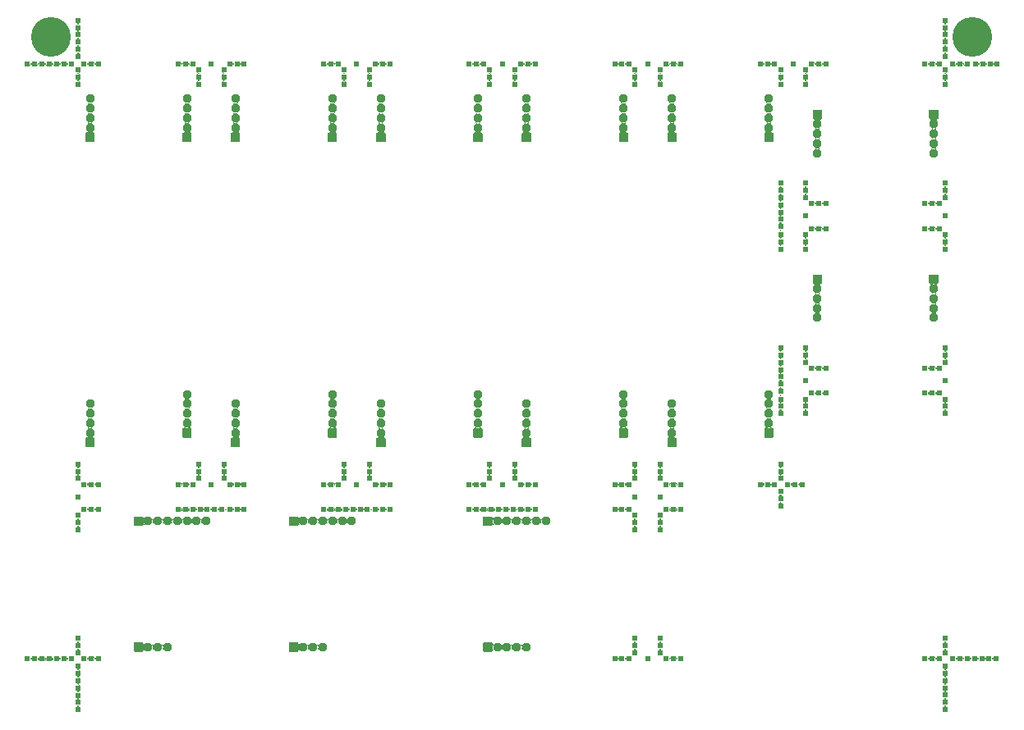
<source format=gbr>
G04 #@! TF.GenerationSoftware,KiCad,Pcbnew,(5.1.9)-1*
G04 #@! TF.CreationDate,2021-02-13T15:05:33-08:00*
G04 #@! TF.ProjectId,ufc_v4_displays_panel,7566635f-7634-45f6-9469-73706c617973,rev?*
G04 #@! TF.SameCoordinates,Original*
G04 #@! TF.FileFunction,Soldermask,Bot*
G04 #@! TF.FilePolarity,Negative*
%FSLAX46Y46*%
G04 Gerber Fmt 4.6, Leading zero omitted, Abs format (unit mm)*
G04 Created by KiCad (PCBNEW (5.1.9)-1) date 2021-02-13 15:05:33*
%MOMM*%
%LPD*%
G01*
G04 APERTURE LIST*
%ADD10C,0.602000*%
%ADD11O,0.952000X0.952000*%
%ADD12C,4.102000*%
%ADD13C,0.100000*%
G04 APERTURE END LIST*
D10*
X58437500Y-37192000D03*
X58437500Y-37942000D03*
X58437500Y-36442000D03*
X60537500Y-35842000D03*
X59037500Y-35842000D03*
X59787500Y-35842000D03*
X58437500Y-35092000D03*
X58437500Y-33592000D03*
X58437500Y-34342000D03*
X56187500Y-35842000D03*
X57687500Y-35842000D03*
X56937500Y-35842000D03*
G36*
G01*
X100210900Y-95566000D02*
X101060900Y-95566000D01*
G75*
G02*
X101111900Y-95617000I0J-51000D01*
G01*
X101111900Y-96467000D01*
G75*
G02*
X101060900Y-96518000I-51000J0D01*
G01*
X100210900Y-96518000D01*
G75*
G02*
X100159900Y-96467000I0J51000D01*
G01*
X100159900Y-95617000D01*
G75*
G02*
X100210900Y-95566000I51000J0D01*
G01*
G37*
D11*
X101635900Y-96042000D03*
X102635900Y-96042000D03*
X103635900Y-96042000D03*
X104635900Y-96042000D03*
X106635900Y-83042000D03*
X105635900Y-83042000D03*
X104635900Y-83042000D03*
X103635900Y-83042000D03*
X102635900Y-83042000D03*
X101635900Y-83042000D03*
G36*
G01*
X100210900Y-82566000D02*
X101060900Y-82566000D01*
G75*
G02*
X101111900Y-82617000I0J-51000D01*
G01*
X101111900Y-83467000D01*
G75*
G02*
X101060900Y-83518000I-51000J0D01*
G01*
X100210900Y-83518000D01*
G75*
G02*
X100159900Y-83467000I0J51000D01*
G01*
X100159900Y-82617000D01*
G75*
G02*
X100210900Y-82566000I51000J0D01*
G01*
G37*
X83635900Y-96042000D03*
X82635900Y-96042000D03*
X81635900Y-96042000D03*
G36*
G01*
X80210900Y-95566000D02*
X81060900Y-95566000D01*
G75*
G02*
X81111900Y-95617000I0J-51000D01*
G01*
X81111900Y-96467000D01*
G75*
G02*
X81060900Y-96518000I-51000J0D01*
G01*
X80210900Y-96518000D01*
G75*
G02*
X80159900Y-96467000I0J51000D01*
G01*
X80159900Y-95617000D01*
G75*
G02*
X80210900Y-95566000I51000J0D01*
G01*
G37*
G36*
G01*
X80210900Y-82566000D02*
X81060900Y-82566000D01*
G75*
G02*
X81111900Y-82617000I0J-51000D01*
G01*
X81111900Y-83467000D01*
G75*
G02*
X81060900Y-83518000I-51000J0D01*
G01*
X80210900Y-83518000D01*
G75*
G02*
X80159900Y-83467000I0J51000D01*
G01*
X80159900Y-82617000D01*
G75*
G02*
X80210900Y-82566000I51000J0D01*
G01*
G37*
X81635900Y-83042000D03*
X82635900Y-83042000D03*
X83635900Y-83042000D03*
X84635900Y-83042000D03*
X85635900Y-83042000D03*
X86635900Y-83042000D03*
G36*
G01*
X64210900Y-95566000D02*
X65060900Y-95566000D01*
G75*
G02*
X65111900Y-95617000I0J-51000D01*
G01*
X65111900Y-96467000D01*
G75*
G02*
X65060900Y-96518000I-51000J0D01*
G01*
X64210900Y-96518000D01*
G75*
G02*
X64159900Y-96467000I0J51000D01*
G01*
X64159900Y-95617000D01*
G75*
G02*
X64210900Y-95566000I51000J0D01*
G01*
G37*
X65635900Y-96042000D03*
X66635900Y-96042000D03*
X67635900Y-96042000D03*
G36*
G01*
X64210900Y-82566000D02*
X65060900Y-82566000D01*
G75*
G02*
X65111900Y-82617000I0J-51000D01*
G01*
X65111900Y-83467000D01*
G75*
G02*
X65060900Y-83518000I-51000J0D01*
G01*
X64210900Y-83518000D01*
G75*
G02*
X64159900Y-83467000I0J51000D01*
G01*
X64159900Y-82617000D01*
G75*
G02*
X64210900Y-82566000I51000J0D01*
G01*
G37*
X65635900Y-83042000D03*
X66635900Y-83042000D03*
X67635900Y-83042000D03*
X68635900Y-83042000D03*
X69635900Y-83042000D03*
X70635900Y-83042000D03*
X71635900Y-83042000D03*
D10*
X147827500Y-31342000D03*
X147827500Y-32092000D03*
X147827500Y-32842000D03*
X153177500Y-35842000D03*
X152427500Y-35842000D03*
X151677500Y-35842000D03*
X150927500Y-35842000D03*
X58427500Y-31342000D03*
X58427500Y-32092000D03*
X58427500Y-32842000D03*
X53177500Y-35842000D03*
X53927500Y-35842000D03*
X54677500Y-35842000D03*
X55427500Y-35842000D03*
X53187500Y-97252000D03*
X53937500Y-97252000D03*
X54687500Y-97252000D03*
X55437500Y-97252000D03*
X58437500Y-102502000D03*
X58437500Y-101752000D03*
X58437500Y-101002000D03*
X58437500Y-100252000D03*
X147837500Y-102492000D03*
X147837500Y-101742000D03*
X147837500Y-100992000D03*
X147837500Y-100242000D03*
X153087500Y-97242000D03*
X152337500Y-97242000D03*
X151587500Y-97242000D03*
X150837500Y-97242000D03*
D12*
X150637500Y-33042000D03*
X55637500Y-33042000D03*
D10*
X117137500Y-97242000D03*
X119787500Y-97242000D03*
X120537500Y-97242000D03*
X119037500Y-97242000D03*
X114487500Y-97242000D03*
X115237500Y-97242000D03*
X113737500Y-97242000D03*
X118437500Y-95142000D03*
X118437500Y-96642000D03*
X115837500Y-96642000D03*
X115837500Y-95142000D03*
X118437500Y-95892000D03*
X115837500Y-95892000D03*
X146487500Y-69842000D03*
X146487500Y-67242000D03*
X145737500Y-69842000D03*
X147237500Y-69842000D03*
X147237500Y-67242000D03*
X145737500Y-67242000D03*
X147837500Y-71942000D03*
X147837500Y-70442000D03*
X147837500Y-71192000D03*
X147837500Y-66642000D03*
X147837500Y-65142000D03*
X147837500Y-65892000D03*
X147837500Y-68542000D03*
X147837500Y-34342000D03*
X147837500Y-35092000D03*
X147837500Y-33592000D03*
X149337500Y-35842000D03*
X150087500Y-35842000D03*
X148587500Y-35842000D03*
X147837500Y-37192000D03*
X147837500Y-36442000D03*
X147837500Y-37942000D03*
X147237500Y-35842000D03*
X145737500Y-35842000D03*
X146487500Y-35842000D03*
X58437500Y-98742000D03*
X58437500Y-97992000D03*
X58437500Y-99492000D03*
X56937500Y-97242000D03*
X56187500Y-97242000D03*
X57687500Y-97242000D03*
X58437500Y-95892000D03*
X58437500Y-96642000D03*
X58437500Y-95142000D03*
X59037500Y-97242000D03*
X60537500Y-97242000D03*
X59787500Y-97242000D03*
X147837500Y-95892000D03*
X147837500Y-95142000D03*
X147837500Y-96642000D03*
X145737500Y-97242000D03*
X147237500Y-97242000D03*
X146487500Y-97242000D03*
X147837500Y-97992000D03*
X147837500Y-99492000D03*
X147837500Y-98742000D03*
X150087500Y-97242000D03*
X148587500Y-97242000D03*
X149337500Y-97242000D03*
X118437500Y-80542000D03*
X115837500Y-80542000D03*
X114487500Y-81842000D03*
X114487500Y-79242000D03*
X113737500Y-81842000D03*
X115237500Y-81842000D03*
X115237500Y-79242000D03*
X113737500Y-79242000D03*
X118437500Y-83192000D03*
X115837500Y-83192000D03*
X118437500Y-83942000D03*
X118437500Y-82442000D03*
X115837500Y-82442000D03*
X115837500Y-83942000D03*
X115837500Y-77892000D03*
X118437500Y-77892000D03*
X115837500Y-77142000D03*
X115837500Y-78642000D03*
X118437500Y-78642000D03*
X118437500Y-77142000D03*
X120537500Y-81842000D03*
X119037500Y-81842000D03*
X119037500Y-79242000D03*
X120537500Y-79242000D03*
X119787500Y-81842000D03*
X119787500Y-79242000D03*
X132337500Y-79242000D03*
X131587500Y-79242000D03*
X133087500Y-79242000D03*
X130837500Y-80742000D03*
X130837500Y-81492000D03*
X130837500Y-79992000D03*
X129487500Y-79242000D03*
X130237500Y-79242000D03*
X128737500Y-79242000D03*
X130837500Y-78642000D03*
X130837500Y-77142000D03*
X130837500Y-77892000D03*
X133437500Y-70442000D03*
X130837500Y-69642000D03*
X130837500Y-68892000D03*
X130837500Y-68142000D03*
X130837500Y-67392000D03*
X130837500Y-71192000D03*
X130837500Y-71942000D03*
X130837500Y-66642000D03*
X130837500Y-65892000D03*
X130837500Y-65892000D03*
X130837500Y-65142000D03*
X133437500Y-68542000D03*
X133437500Y-71192000D03*
X133437500Y-71942000D03*
X130837500Y-70442000D03*
X133437500Y-65892000D03*
X133437500Y-66642000D03*
X133437500Y-65142000D03*
X135537500Y-69842000D03*
X134037500Y-69842000D03*
X134037500Y-67242000D03*
X135537500Y-67242000D03*
X134787500Y-69842000D03*
X134787500Y-67242000D03*
X134787500Y-50242000D03*
X134787500Y-52842000D03*
X135537500Y-50242000D03*
X134037500Y-50242000D03*
X134037500Y-52842000D03*
X135537500Y-52842000D03*
X133437500Y-48142000D03*
X133437500Y-49642000D03*
X133437500Y-48892000D03*
X130837500Y-53442000D03*
X133437500Y-54942000D03*
X133437500Y-54192000D03*
X133437500Y-51542000D03*
X130837500Y-48142000D03*
X130837500Y-48892000D03*
X130837500Y-48892000D03*
X130837500Y-49642000D03*
X130837500Y-54942000D03*
X130837500Y-54192000D03*
X130837500Y-50392000D03*
X130837500Y-51142000D03*
X130837500Y-51892000D03*
X130837500Y-52642000D03*
X133437500Y-53442000D03*
X104037500Y-79242000D03*
X103237500Y-81842000D03*
X102487500Y-81842000D03*
X101737500Y-81842000D03*
X100987500Y-81842000D03*
X104787500Y-81842000D03*
X105537500Y-81842000D03*
X100237500Y-81842000D03*
X99487500Y-81842000D03*
X99487500Y-81842000D03*
X98737500Y-81842000D03*
X102137500Y-79242000D03*
X104787500Y-79242000D03*
X105537500Y-79242000D03*
X104037500Y-81842000D03*
X99487500Y-79242000D03*
X100237500Y-79242000D03*
X98737500Y-79242000D03*
X103437500Y-77142000D03*
X103437500Y-78642000D03*
X100837500Y-78642000D03*
X100837500Y-77142000D03*
X103437500Y-77892000D03*
X100837500Y-77892000D03*
X85837500Y-77892000D03*
X88437500Y-77892000D03*
X85837500Y-77142000D03*
X85837500Y-78642000D03*
X88437500Y-78642000D03*
X88437500Y-77142000D03*
X83737500Y-79242000D03*
X85237500Y-79242000D03*
X84487500Y-79242000D03*
X89037500Y-81842000D03*
X90537500Y-79242000D03*
X89787500Y-79242000D03*
X87137500Y-79242000D03*
X83737500Y-81842000D03*
X84487500Y-81842000D03*
X84487500Y-81842000D03*
X85237500Y-81842000D03*
X90537500Y-81842000D03*
X89787500Y-81842000D03*
X85987500Y-81842000D03*
X86737500Y-81842000D03*
X87487500Y-81842000D03*
X88237500Y-81842000D03*
X89037500Y-79242000D03*
X74037500Y-79242000D03*
X73237500Y-81842000D03*
X72487500Y-81842000D03*
X71737500Y-81842000D03*
X70987500Y-81842000D03*
X74787500Y-81842000D03*
X75537500Y-81842000D03*
X70237500Y-81842000D03*
X69487500Y-81842000D03*
X69487500Y-81842000D03*
X68737500Y-81842000D03*
X72137500Y-79242000D03*
X74787500Y-79242000D03*
X75537500Y-79242000D03*
X74037500Y-81842000D03*
X69487500Y-79242000D03*
X70237500Y-79242000D03*
X68737500Y-79242000D03*
X73437500Y-77142000D03*
X73437500Y-78642000D03*
X70837500Y-78642000D03*
X70837500Y-77142000D03*
X73437500Y-77892000D03*
X70837500Y-77892000D03*
X59787500Y-79242000D03*
X59787500Y-81842000D03*
X60537500Y-79242000D03*
X59037500Y-79242000D03*
X59037500Y-81842000D03*
X60537500Y-81842000D03*
X58437500Y-77142000D03*
X58437500Y-78642000D03*
X58437500Y-77892000D03*
X58437500Y-82442000D03*
X58437500Y-83942000D03*
X58437500Y-83192000D03*
X58437500Y-80542000D03*
X147837500Y-51542000D03*
X147837500Y-48892000D03*
X147837500Y-48142000D03*
X147837500Y-49642000D03*
X147837500Y-54192000D03*
X147837500Y-53442000D03*
X147837500Y-54942000D03*
X145737500Y-50242000D03*
X147237500Y-50242000D03*
X147237500Y-52842000D03*
X145737500Y-52842000D03*
X146487500Y-50242000D03*
X146487500Y-52842000D03*
X132137500Y-35842000D03*
X129487500Y-35842000D03*
X128737500Y-35842000D03*
X130237500Y-35842000D03*
X134787500Y-35842000D03*
X134037500Y-35842000D03*
X135537500Y-35842000D03*
X130837500Y-37942000D03*
X130837500Y-36442000D03*
X133437500Y-36442000D03*
X133437500Y-37942000D03*
X130837500Y-37192000D03*
X133437500Y-37192000D03*
X118437500Y-37192000D03*
X115837500Y-37192000D03*
X118437500Y-37942000D03*
X118437500Y-36442000D03*
X115837500Y-36442000D03*
X115837500Y-37942000D03*
X120537500Y-35842000D03*
X119037500Y-35842000D03*
X119787500Y-35842000D03*
X115237500Y-35842000D03*
X113737500Y-35842000D03*
X114487500Y-35842000D03*
X117137500Y-35842000D03*
X102137500Y-35842000D03*
X99487500Y-35842000D03*
X98737500Y-35842000D03*
X100237500Y-35842000D03*
X104787500Y-35842000D03*
X104037500Y-35842000D03*
X105537500Y-35842000D03*
X100837500Y-37942000D03*
X100837500Y-36442000D03*
X103437500Y-36442000D03*
X103437500Y-37942000D03*
X100837500Y-37192000D03*
X103437500Y-37192000D03*
X88437500Y-37192000D03*
X85837500Y-37192000D03*
X88437500Y-37942000D03*
X88437500Y-36442000D03*
X85837500Y-36442000D03*
X85837500Y-37942000D03*
X90537500Y-35842000D03*
X89037500Y-35842000D03*
X89787500Y-35842000D03*
X85237500Y-35842000D03*
X83737500Y-35842000D03*
X84487500Y-35842000D03*
X87137500Y-35842000D03*
X72137500Y-35842000D03*
X69487500Y-35842000D03*
X68737500Y-35842000D03*
X70237500Y-35842000D03*
X74787500Y-35842000D03*
X74037500Y-35842000D03*
X75537500Y-35842000D03*
X70837500Y-37942000D03*
X70837500Y-36442000D03*
X73437500Y-36442000D03*
X73437500Y-37942000D03*
X70837500Y-37192000D03*
X73437500Y-37192000D03*
D11*
X134633800Y-45041300D03*
X134633800Y-44041300D03*
X134633800Y-43041300D03*
X134633800Y-42041300D03*
G36*
G01*
X135109800Y-40616300D02*
X135109800Y-41466300D01*
G75*
G02*
X135058800Y-41517300I-51000J0D01*
G01*
X134208800Y-41517300D01*
G75*
G02*
X134157800Y-41466300I0J51000D01*
G01*
X134157800Y-40616300D01*
G75*
G02*
X134208800Y-40565300I51000J0D01*
G01*
X135058800Y-40565300D01*
G75*
G02*
X135109800Y-40616300I0J-51000D01*
G01*
G37*
G36*
G01*
X147109800Y-40616300D02*
X147109800Y-41466300D01*
G75*
G02*
X147058800Y-41517300I-51000J0D01*
G01*
X146208800Y-41517300D01*
G75*
G02*
X146157800Y-41466300I0J51000D01*
G01*
X146157800Y-40616300D01*
G75*
G02*
X146208800Y-40565300I51000J0D01*
G01*
X147058800Y-40565300D01*
G75*
G02*
X147109800Y-40616300I0J-51000D01*
G01*
G37*
X146633800Y-42041300D03*
X146633800Y-43041300D03*
X146633800Y-44041300D03*
X146633800Y-45041300D03*
X134633800Y-62046600D03*
X134633800Y-61046600D03*
X134633800Y-60046600D03*
X134633800Y-59046600D03*
G36*
G01*
X135109800Y-57621600D02*
X135109800Y-58471600D01*
G75*
G02*
X135058800Y-58522600I-51000J0D01*
G01*
X134208800Y-58522600D01*
G75*
G02*
X134157800Y-58471600I0J51000D01*
G01*
X134157800Y-57621600D01*
G75*
G02*
X134208800Y-57570600I51000J0D01*
G01*
X135058800Y-57570600D01*
G75*
G02*
X135109800Y-57621600I0J-51000D01*
G01*
G37*
G36*
G01*
X147109800Y-57621600D02*
X147109800Y-58471600D01*
G75*
G02*
X147058800Y-58522600I-51000J0D01*
G01*
X146208800Y-58522600D01*
G75*
G02*
X146157800Y-58471600I0J51000D01*
G01*
X146157800Y-57621600D01*
G75*
G02*
X146208800Y-57570600I51000J0D01*
G01*
X147058800Y-57570600D01*
G75*
G02*
X147109800Y-57621600I0J-51000D01*
G01*
G37*
X146633800Y-59046600D03*
X146633800Y-60046600D03*
X146633800Y-61046600D03*
X146633800Y-62046600D03*
X119635780Y-70941760D03*
X119635780Y-71941760D03*
X119635780Y-72941760D03*
X119635780Y-73941760D03*
G36*
G01*
X119159780Y-75366760D02*
X119159780Y-74516760D01*
G75*
G02*
X119210780Y-74465760I51000J0D01*
G01*
X120060780Y-74465760D01*
G75*
G02*
X120111780Y-74516760I0J-51000D01*
G01*
X120111780Y-75366760D01*
G75*
G02*
X120060780Y-75417760I-51000J0D01*
G01*
X119210780Y-75417760D01*
G75*
G02*
X119159780Y-75366760I0J51000D01*
G01*
G37*
X119635780Y-39441760D03*
X119635780Y-40441760D03*
X119635780Y-41441760D03*
X119635780Y-42441760D03*
G36*
G01*
X119159780Y-43866760D02*
X119159780Y-43016760D01*
G75*
G02*
X119210780Y-42965760I51000J0D01*
G01*
X120060780Y-42965760D01*
G75*
G02*
X120111780Y-43016760I0J-51000D01*
G01*
X120111780Y-43866760D01*
G75*
G02*
X120060780Y-43917760I-51000J0D01*
G01*
X119210780Y-43917760D01*
G75*
G02*
X119159780Y-43866760I0J51000D01*
G01*
G37*
X129635780Y-69941760D03*
X129635780Y-70941760D03*
X129635780Y-71941760D03*
X129635780Y-72941760D03*
G36*
G01*
X129159780Y-74366760D02*
X129159780Y-73516760D01*
G75*
G02*
X129210780Y-73465760I51000J0D01*
G01*
X130060780Y-73465760D01*
G75*
G02*
X130111780Y-73516760I0J-51000D01*
G01*
X130111780Y-74366760D01*
G75*
G02*
X130060780Y-74417760I-51000J0D01*
G01*
X129210780Y-74417760D01*
G75*
G02*
X129159780Y-74366760I0J51000D01*
G01*
G37*
X129635780Y-39441760D03*
X129635780Y-40441760D03*
X129635780Y-41441760D03*
X129635780Y-42441760D03*
G36*
G01*
X129159780Y-43866760D02*
X129159780Y-43016760D01*
G75*
G02*
X129210780Y-42965760I51000J0D01*
G01*
X130060780Y-42965760D01*
G75*
G02*
X130111780Y-43016760I0J-51000D01*
G01*
X130111780Y-43866760D01*
G75*
G02*
X130060780Y-43917760I-51000J0D01*
G01*
X129210780Y-43917760D01*
G75*
G02*
X129159780Y-43866760I0J51000D01*
G01*
G37*
X104639620Y-70941760D03*
X104639620Y-71941760D03*
X104639620Y-72941760D03*
X104639620Y-73941760D03*
G36*
G01*
X104163620Y-75366760D02*
X104163620Y-74516760D01*
G75*
G02*
X104214620Y-74465760I51000J0D01*
G01*
X105064620Y-74465760D01*
G75*
G02*
X105115620Y-74516760I0J-51000D01*
G01*
X105115620Y-75366760D01*
G75*
G02*
X105064620Y-75417760I-51000J0D01*
G01*
X104214620Y-75417760D01*
G75*
G02*
X104163620Y-75366760I0J51000D01*
G01*
G37*
X104639620Y-39441760D03*
X104639620Y-40441760D03*
X104639620Y-41441760D03*
X104639620Y-42441760D03*
G36*
G01*
X104163620Y-43866760D02*
X104163620Y-43016760D01*
G75*
G02*
X104214620Y-42965760I51000J0D01*
G01*
X105064620Y-42965760D01*
G75*
G02*
X105115620Y-43016760I0J-51000D01*
G01*
X105115620Y-43866760D01*
G75*
G02*
X105064620Y-43917760I-51000J0D01*
G01*
X104214620Y-43917760D01*
G75*
G02*
X104163620Y-43866760I0J51000D01*
G01*
G37*
X114639620Y-69941760D03*
X114639620Y-70941760D03*
X114639620Y-71941760D03*
X114639620Y-72941760D03*
G36*
G01*
X114163620Y-74366760D02*
X114163620Y-73516760D01*
G75*
G02*
X114214620Y-73465760I51000J0D01*
G01*
X115064620Y-73465760D01*
G75*
G02*
X115115620Y-73516760I0J-51000D01*
G01*
X115115620Y-74366760D01*
G75*
G02*
X115064620Y-74417760I-51000J0D01*
G01*
X114214620Y-74417760D01*
G75*
G02*
X114163620Y-74366760I0J51000D01*
G01*
G37*
X114639620Y-39441760D03*
X114639620Y-40441760D03*
X114639620Y-41441760D03*
X114639620Y-42441760D03*
G36*
G01*
X114163620Y-43866760D02*
X114163620Y-43016760D01*
G75*
G02*
X114214620Y-42965760I51000J0D01*
G01*
X115064620Y-42965760D01*
G75*
G02*
X115115620Y-43016760I0J-51000D01*
G01*
X115115620Y-43866760D01*
G75*
G02*
X115064620Y-43917760I-51000J0D01*
G01*
X114214620Y-43917760D01*
G75*
G02*
X114163620Y-43866760I0J51000D01*
G01*
G37*
X89638380Y-70941760D03*
X89638380Y-71941760D03*
X89638380Y-72941760D03*
X89638380Y-73941760D03*
G36*
G01*
X89162380Y-75366760D02*
X89162380Y-74516760D01*
G75*
G02*
X89213380Y-74465760I51000J0D01*
G01*
X90063380Y-74465760D01*
G75*
G02*
X90114380Y-74516760I0J-51000D01*
G01*
X90114380Y-75366760D01*
G75*
G02*
X90063380Y-75417760I-51000J0D01*
G01*
X89213380Y-75417760D01*
G75*
G02*
X89162380Y-75366760I0J51000D01*
G01*
G37*
X89638380Y-39441760D03*
X89638380Y-40441760D03*
X89638380Y-41441760D03*
X89638380Y-42441760D03*
G36*
G01*
X89162380Y-43866760D02*
X89162380Y-43016760D01*
G75*
G02*
X89213380Y-42965760I51000J0D01*
G01*
X90063380Y-42965760D01*
G75*
G02*
X90114380Y-43016760I0J-51000D01*
G01*
X90114380Y-43866760D01*
G75*
G02*
X90063380Y-43917760I-51000J0D01*
G01*
X89213380Y-43917760D01*
G75*
G02*
X89162380Y-43866760I0J51000D01*
G01*
G37*
X99638380Y-69941760D03*
X99638380Y-70941760D03*
X99638380Y-71941760D03*
X99638380Y-72941760D03*
G36*
G01*
X99162380Y-74366760D02*
X99162380Y-73516760D01*
G75*
G02*
X99213380Y-73465760I51000J0D01*
G01*
X100063380Y-73465760D01*
G75*
G02*
X100114380Y-73516760I0J-51000D01*
G01*
X100114380Y-74366760D01*
G75*
G02*
X100063380Y-74417760I-51000J0D01*
G01*
X99213380Y-74417760D01*
G75*
G02*
X99162380Y-74366760I0J51000D01*
G01*
G37*
X99638380Y-39441760D03*
X99638380Y-40441760D03*
X99638380Y-41441760D03*
X99638380Y-42441760D03*
G36*
G01*
X99162380Y-43866760D02*
X99162380Y-43016760D01*
G75*
G02*
X99213380Y-42965760I51000J0D01*
G01*
X100063380Y-42965760D01*
G75*
G02*
X100114380Y-43016760I0J-51000D01*
G01*
X100114380Y-43866760D01*
G75*
G02*
X100063380Y-43917760I-51000J0D01*
G01*
X99213380Y-43917760D01*
G75*
G02*
X99162380Y-43866760I0J51000D01*
G01*
G37*
X74637140Y-70941760D03*
X74637140Y-71941760D03*
X74637140Y-72941760D03*
X74637140Y-73941760D03*
G36*
G01*
X74161140Y-75366760D02*
X74161140Y-74516760D01*
G75*
G02*
X74212140Y-74465760I51000J0D01*
G01*
X75062140Y-74465760D01*
G75*
G02*
X75113140Y-74516760I0J-51000D01*
G01*
X75113140Y-75366760D01*
G75*
G02*
X75062140Y-75417760I-51000J0D01*
G01*
X74212140Y-75417760D01*
G75*
G02*
X74161140Y-75366760I0J51000D01*
G01*
G37*
X74637140Y-39441760D03*
X74637140Y-40441760D03*
X74637140Y-41441760D03*
X74637140Y-42441760D03*
G36*
G01*
X74161140Y-43866760D02*
X74161140Y-43016760D01*
G75*
G02*
X74212140Y-42965760I51000J0D01*
G01*
X75062140Y-42965760D01*
G75*
G02*
X75113140Y-43016760I0J-51000D01*
G01*
X75113140Y-43866760D01*
G75*
G02*
X75062140Y-43917760I-51000J0D01*
G01*
X74212140Y-43917760D01*
G75*
G02*
X74161140Y-43866760I0J51000D01*
G01*
G37*
X84637140Y-69941760D03*
X84637140Y-70941760D03*
X84637140Y-71941760D03*
X84637140Y-72941760D03*
G36*
G01*
X84161140Y-74366760D02*
X84161140Y-73516760D01*
G75*
G02*
X84212140Y-73465760I51000J0D01*
G01*
X85062140Y-73465760D01*
G75*
G02*
X85113140Y-73516760I0J-51000D01*
G01*
X85113140Y-74366760D01*
G75*
G02*
X85062140Y-74417760I-51000J0D01*
G01*
X84212140Y-74417760D01*
G75*
G02*
X84161140Y-74366760I0J51000D01*
G01*
G37*
X84637140Y-39441760D03*
X84637140Y-40441760D03*
X84637140Y-41441760D03*
X84637140Y-42441760D03*
G36*
G01*
X84161140Y-43866760D02*
X84161140Y-43016760D01*
G75*
G02*
X84212140Y-42965760I51000J0D01*
G01*
X85062140Y-42965760D01*
G75*
G02*
X85113140Y-43016760I0J-51000D01*
G01*
X85113140Y-43866760D01*
G75*
G02*
X85062140Y-43917760I-51000J0D01*
G01*
X84212140Y-43917760D01*
G75*
G02*
X84161140Y-43866760I0J51000D01*
G01*
G37*
X59635900Y-70941760D03*
X59635900Y-71941760D03*
X59635900Y-72941760D03*
X59635900Y-73941760D03*
G36*
G01*
X59159900Y-75366760D02*
X59159900Y-74516760D01*
G75*
G02*
X59210900Y-74465760I51000J0D01*
G01*
X60060900Y-74465760D01*
G75*
G02*
X60111900Y-74516760I0J-51000D01*
G01*
X60111900Y-75366760D01*
G75*
G02*
X60060900Y-75417760I-51000J0D01*
G01*
X59210900Y-75417760D01*
G75*
G02*
X59159900Y-75366760I0J51000D01*
G01*
G37*
X59635900Y-39441760D03*
X59635900Y-40441760D03*
X59635900Y-41441760D03*
X59635900Y-42441760D03*
G36*
G01*
X59159900Y-43866760D02*
X59159900Y-43016760D01*
G75*
G02*
X59210900Y-42965760I51000J0D01*
G01*
X60060900Y-42965760D01*
G75*
G02*
X60111900Y-43016760I0J-51000D01*
G01*
X60111900Y-43866760D01*
G75*
G02*
X60060900Y-43917760I-51000J0D01*
G01*
X59210900Y-43917760D01*
G75*
G02*
X59159900Y-43866760I0J51000D01*
G01*
G37*
X69635900Y-69941760D03*
X69635900Y-70941760D03*
X69635900Y-71941760D03*
X69635900Y-72941760D03*
G36*
G01*
X69159900Y-74366760D02*
X69159900Y-73516760D01*
G75*
G02*
X69210900Y-73465760I51000J0D01*
G01*
X70060900Y-73465760D01*
G75*
G02*
X70111900Y-73516760I0J-51000D01*
G01*
X70111900Y-74366760D01*
G75*
G02*
X70060900Y-74417760I-51000J0D01*
G01*
X69210900Y-74417760D01*
G75*
G02*
X69159900Y-74366760I0J51000D01*
G01*
G37*
X69635900Y-39441760D03*
X69635900Y-40441760D03*
X69635900Y-41441760D03*
X69635900Y-42441760D03*
G36*
G01*
X69159900Y-43866760D02*
X69159900Y-43016760D01*
G75*
G02*
X69210900Y-42965760I51000J0D01*
G01*
X70060900Y-42965760D01*
G75*
G02*
X70111900Y-43016760I0J-51000D01*
G01*
X70111900Y-43866760D01*
G75*
G02*
X70060900Y-43917760I-51000J0D01*
G01*
X69210900Y-43917760D01*
G75*
G02*
X69159900Y-43866760I0J51000D01*
G01*
G37*
D13*
G36*
X58577766Y-102017048D02*
G01*
X58578531Y-102018896D01*
X58577659Y-102020298D01*
X58571108Y-102024675D01*
X58552393Y-102040034D01*
X58537098Y-102058671D01*
X58525733Y-102079935D01*
X58518733Y-102103010D01*
X58516370Y-102127001D01*
X58518733Y-102150992D01*
X58525733Y-102174067D01*
X58537099Y-102195330D01*
X58552394Y-102213967D01*
X58571108Y-102229325D01*
X58577659Y-102233702D01*
X58578544Y-102235496D01*
X58577433Y-102237159D01*
X58575783Y-102237213D01*
X58524294Y-102215885D01*
X58466804Y-102204449D01*
X58408196Y-102204449D01*
X58350706Y-102215885D01*
X58299217Y-102237213D01*
X58297234Y-102236952D01*
X58296469Y-102235104D01*
X58297341Y-102233702D01*
X58303892Y-102229325D01*
X58322607Y-102213966D01*
X58337902Y-102195329D01*
X58349267Y-102174065D01*
X58356267Y-102150990D01*
X58358630Y-102126999D01*
X58356267Y-102103008D01*
X58349267Y-102079933D01*
X58337901Y-102058670D01*
X58322606Y-102040033D01*
X58303892Y-102024675D01*
X58297341Y-102020298D01*
X58296456Y-102018504D01*
X58297567Y-102016841D01*
X58299217Y-102016787D01*
X58350706Y-102038115D01*
X58408196Y-102049551D01*
X58466804Y-102049551D01*
X58524294Y-102038115D01*
X58575783Y-102016787D01*
X58577766Y-102017048D01*
G37*
G36*
X147977766Y-102007048D02*
G01*
X147978531Y-102008896D01*
X147977659Y-102010298D01*
X147971108Y-102014675D01*
X147952393Y-102030034D01*
X147937098Y-102048671D01*
X147925733Y-102069935D01*
X147918733Y-102093010D01*
X147916370Y-102117001D01*
X147918733Y-102140992D01*
X147925733Y-102164067D01*
X147937099Y-102185330D01*
X147952394Y-102203967D01*
X147971108Y-102219325D01*
X147977659Y-102223702D01*
X147978544Y-102225496D01*
X147977433Y-102227159D01*
X147975783Y-102227213D01*
X147924294Y-102205885D01*
X147866804Y-102194449D01*
X147808196Y-102194449D01*
X147750706Y-102205885D01*
X147699217Y-102227213D01*
X147697234Y-102226952D01*
X147696469Y-102225104D01*
X147697341Y-102223702D01*
X147703892Y-102219325D01*
X147722607Y-102203966D01*
X147737902Y-102185329D01*
X147749267Y-102164065D01*
X147756267Y-102140990D01*
X147758630Y-102116999D01*
X147756267Y-102093008D01*
X147749267Y-102069933D01*
X147737901Y-102048670D01*
X147722606Y-102030033D01*
X147703892Y-102014675D01*
X147697341Y-102010298D01*
X147696456Y-102008504D01*
X147697567Y-102006841D01*
X147699217Y-102006787D01*
X147750706Y-102028115D01*
X147808196Y-102039551D01*
X147866804Y-102039551D01*
X147924294Y-102028115D01*
X147975783Y-102006787D01*
X147977766Y-102007048D01*
G37*
G36*
X58577766Y-101267048D02*
G01*
X58578531Y-101268896D01*
X58577659Y-101270298D01*
X58571108Y-101274675D01*
X58552393Y-101290034D01*
X58537098Y-101308671D01*
X58525733Y-101329935D01*
X58518733Y-101353010D01*
X58516370Y-101377001D01*
X58518733Y-101400992D01*
X58525733Y-101424067D01*
X58537099Y-101445330D01*
X58552394Y-101463967D01*
X58571108Y-101479325D01*
X58577659Y-101483702D01*
X58578544Y-101485496D01*
X58577433Y-101487159D01*
X58575783Y-101487213D01*
X58524294Y-101465885D01*
X58466804Y-101454449D01*
X58408196Y-101454449D01*
X58350706Y-101465885D01*
X58299217Y-101487213D01*
X58297234Y-101486952D01*
X58296469Y-101485104D01*
X58297341Y-101483702D01*
X58303892Y-101479325D01*
X58322607Y-101463966D01*
X58337902Y-101445329D01*
X58349267Y-101424065D01*
X58356267Y-101400990D01*
X58358630Y-101376999D01*
X58356267Y-101353008D01*
X58349267Y-101329933D01*
X58337901Y-101308670D01*
X58322606Y-101290033D01*
X58303892Y-101274675D01*
X58297341Y-101270298D01*
X58296456Y-101268504D01*
X58297567Y-101266841D01*
X58299217Y-101266787D01*
X58350706Y-101288115D01*
X58408196Y-101299551D01*
X58466804Y-101299551D01*
X58524294Y-101288115D01*
X58575783Y-101266787D01*
X58577766Y-101267048D01*
G37*
G36*
X147977766Y-101257048D02*
G01*
X147978531Y-101258896D01*
X147977659Y-101260298D01*
X147971108Y-101264675D01*
X147952393Y-101280034D01*
X147937098Y-101298671D01*
X147925733Y-101319935D01*
X147918733Y-101343010D01*
X147916370Y-101367001D01*
X147918733Y-101390992D01*
X147925733Y-101414067D01*
X147937099Y-101435330D01*
X147952394Y-101453967D01*
X147971108Y-101469325D01*
X147977659Y-101473702D01*
X147978544Y-101475496D01*
X147977433Y-101477159D01*
X147975783Y-101477213D01*
X147924294Y-101455885D01*
X147866804Y-101444449D01*
X147808196Y-101444449D01*
X147750706Y-101455885D01*
X147699217Y-101477213D01*
X147697234Y-101476952D01*
X147696469Y-101475104D01*
X147697341Y-101473702D01*
X147703892Y-101469325D01*
X147722607Y-101453966D01*
X147737902Y-101435329D01*
X147749267Y-101414065D01*
X147756267Y-101390990D01*
X147758630Y-101366999D01*
X147756267Y-101343008D01*
X147749267Y-101319933D01*
X147737901Y-101298670D01*
X147722606Y-101280033D01*
X147703892Y-101264675D01*
X147697341Y-101260298D01*
X147696456Y-101258504D01*
X147697567Y-101256841D01*
X147699217Y-101256787D01*
X147750706Y-101278115D01*
X147808196Y-101289551D01*
X147866804Y-101289551D01*
X147924294Y-101278115D01*
X147975783Y-101256787D01*
X147977766Y-101257048D01*
G37*
G36*
X58577766Y-100517048D02*
G01*
X58578531Y-100518896D01*
X58577659Y-100520298D01*
X58571108Y-100524675D01*
X58552393Y-100540034D01*
X58537098Y-100558671D01*
X58525733Y-100579935D01*
X58518733Y-100603010D01*
X58516370Y-100627001D01*
X58518733Y-100650992D01*
X58525733Y-100674067D01*
X58537099Y-100695330D01*
X58552394Y-100713967D01*
X58571108Y-100729325D01*
X58577659Y-100733702D01*
X58578544Y-100735496D01*
X58577433Y-100737159D01*
X58575783Y-100737213D01*
X58524294Y-100715885D01*
X58466804Y-100704449D01*
X58408196Y-100704449D01*
X58350706Y-100715885D01*
X58299217Y-100737213D01*
X58297234Y-100736952D01*
X58296469Y-100735104D01*
X58297341Y-100733702D01*
X58303892Y-100729325D01*
X58322607Y-100713966D01*
X58337902Y-100695329D01*
X58349267Y-100674065D01*
X58356267Y-100650990D01*
X58358630Y-100626999D01*
X58356267Y-100603008D01*
X58349267Y-100579933D01*
X58337901Y-100558670D01*
X58322606Y-100540033D01*
X58303892Y-100524675D01*
X58297341Y-100520298D01*
X58296456Y-100518504D01*
X58297567Y-100516841D01*
X58299217Y-100516787D01*
X58350706Y-100538115D01*
X58408196Y-100549551D01*
X58466804Y-100549551D01*
X58524294Y-100538115D01*
X58575783Y-100516787D01*
X58577766Y-100517048D01*
G37*
G36*
X147977766Y-100507048D02*
G01*
X147978531Y-100508896D01*
X147977659Y-100510298D01*
X147971108Y-100514675D01*
X147952393Y-100530034D01*
X147937098Y-100548671D01*
X147925733Y-100569935D01*
X147918733Y-100593010D01*
X147916370Y-100617001D01*
X147918733Y-100640992D01*
X147925733Y-100664067D01*
X147937099Y-100685330D01*
X147952394Y-100703967D01*
X147971108Y-100719325D01*
X147977659Y-100723702D01*
X147978544Y-100725496D01*
X147977433Y-100727159D01*
X147975783Y-100727213D01*
X147924294Y-100705885D01*
X147866804Y-100694449D01*
X147808196Y-100694449D01*
X147750706Y-100705885D01*
X147699217Y-100727213D01*
X147697234Y-100726952D01*
X147696469Y-100725104D01*
X147697341Y-100723702D01*
X147703892Y-100719325D01*
X147722607Y-100703966D01*
X147737902Y-100685329D01*
X147749267Y-100664065D01*
X147756267Y-100640990D01*
X147758630Y-100616999D01*
X147756267Y-100593008D01*
X147749267Y-100569933D01*
X147737901Y-100548670D01*
X147722606Y-100530033D01*
X147703892Y-100514675D01*
X147697341Y-100510298D01*
X147696456Y-100508504D01*
X147697567Y-100506841D01*
X147699217Y-100506787D01*
X147750706Y-100528115D01*
X147808196Y-100539551D01*
X147866804Y-100539551D01*
X147924294Y-100528115D01*
X147975783Y-100506787D01*
X147977766Y-100507048D01*
G37*
G36*
X58575905Y-99757819D02*
G01*
X58576670Y-99759667D01*
X58575630Y-99761170D01*
X58559599Y-99769738D01*
X58540963Y-99785033D01*
X58525667Y-99803670D01*
X58514302Y-99824934D01*
X58507302Y-99848009D01*
X58504939Y-99872000D01*
X58507302Y-99895991D01*
X58514302Y-99919066D01*
X58525667Y-99940330D01*
X58540962Y-99958966D01*
X58559599Y-99974262D01*
X58575630Y-99982830D01*
X58576686Y-99984529D01*
X58575743Y-99986292D01*
X58573922Y-99986442D01*
X58524294Y-99965885D01*
X58466804Y-99954449D01*
X58408196Y-99954449D01*
X58350706Y-99965885D01*
X58301078Y-99986442D01*
X58299095Y-99986181D01*
X58298330Y-99984333D01*
X58299370Y-99982830D01*
X58315401Y-99974262D01*
X58334037Y-99958967D01*
X58349333Y-99940330D01*
X58360698Y-99919066D01*
X58367698Y-99895991D01*
X58370061Y-99872000D01*
X58367698Y-99848009D01*
X58360698Y-99824934D01*
X58349333Y-99803670D01*
X58334038Y-99785034D01*
X58315401Y-99769738D01*
X58299370Y-99761170D01*
X58298314Y-99759471D01*
X58299257Y-99757708D01*
X58301078Y-99757558D01*
X58350706Y-99778115D01*
X58408196Y-99789551D01*
X58466804Y-99789551D01*
X58524294Y-99778115D01*
X58573922Y-99757558D01*
X58575905Y-99757819D01*
G37*
G36*
X147977766Y-99757048D02*
G01*
X147978531Y-99758896D01*
X147977659Y-99760298D01*
X147971108Y-99764675D01*
X147952393Y-99780034D01*
X147937098Y-99798671D01*
X147925733Y-99819935D01*
X147918733Y-99843010D01*
X147916370Y-99867001D01*
X147918733Y-99890992D01*
X147925733Y-99914067D01*
X147937099Y-99935330D01*
X147952394Y-99953967D01*
X147971108Y-99969325D01*
X147977659Y-99973702D01*
X147978544Y-99975496D01*
X147977433Y-99977159D01*
X147975783Y-99977213D01*
X147924294Y-99955885D01*
X147866804Y-99944449D01*
X147808196Y-99944449D01*
X147750706Y-99955885D01*
X147699217Y-99977213D01*
X147697234Y-99976952D01*
X147696469Y-99975104D01*
X147697341Y-99973702D01*
X147703892Y-99969325D01*
X147722607Y-99953966D01*
X147737902Y-99935329D01*
X147749267Y-99914065D01*
X147756267Y-99890990D01*
X147758630Y-99866999D01*
X147756267Y-99843008D01*
X147749267Y-99819933D01*
X147737901Y-99798670D01*
X147722606Y-99780033D01*
X147703892Y-99764675D01*
X147697341Y-99760298D01*
X147696456Y-99758504D01*
X147697567Y-99756841D01*
X147699217Y-99756787D01*
X147750706Y-99778115D01*
X147808196Y-99789551D01*
X147866804Y-99789551D01*
X147924294Y-99778115D01*
X147975783Y-99756787D01*
X147977766Y-99757048D01*
G37*
G36*
X147977766Y-99007048D02*
G01*
X147978531Y-99008896D01*
X147977659Y-99010298D01*
X147971108Y-99014675D01*
X147952393Y-99030034D01*
X147937098Y-99048671D01*
X147925733Y-99069935D01*
X147918733Y-99093010D01*
X147916370Y-99117001D01*
X147918733Y-99140992D01*
X147925733Y-99164067D01*
X147937099Y-99185330D01*
X147952394Y-99203967D01*
X147971108Y-99219325D01*
X147977659Y-99223702D01*
X147978544Y-99225496D01*
X147977433Y-99227159D01*
X147975783Y-99227213D01*
X147924294Y-99205885D01*
X147866804Y-99194449D01*
X147808196Y-99194449D01*
X147750706Y-99205885D01*
X147699217Y-99227213D01*
X147697234Y-99226952D01*
X147696469Y-99225104D01*
X147697341Y-99223702D01*
X147703892Y-99219325D01*
X147722607Y-99203966D01*
X147737902Y-99185329D01*
X147749267Y-99164065D01*
X147756267Y-99140990D01*
X147758630Y-99116999D01*
X147756267Y-99093008D01*
X147749267Y-99069933D01*
X147737901Y-99048670D01*
X147722606Y-99030033D01*
X147703892Y-99014675D01*
X147697341Y-99010298D01*
X147696456Y-99008504D01*
X147697567Y-99006841D01*
X147699217Y-99006787D01*
X147750706Y-99028115D01*
X147808196Y-99039551D01*
X147866804Y-99039551D01*
X147924294Y-99028115D01*
X147975783Y-99006787D01*
X147977766Y-99007048D01*
G37*
G36*
X58577766Y-99007048D02*
G01*
X58578531Y-99008896D01*
X58577659Y-99010298D01*
X58571108Y-99014675D01*
X58552393Y-99030034D01*
X58537098Y-99048671D01*
X58525733Y-99069935D01*
X58518733Y-99093010D01*
X58516370Y-99117001D01*
X58518733Y-99140992D01*
X58525733Y-99164067D01*
X58537099Y-99185330D01*
X58552394Y-99203967D01*
X58571108Y-99219325D01*
X58577659Y-99223702D01*
X58578544Y-99225496D01*
X58577433Y-99227159D01*
X58575783Y-99227213D01*
X58524294Y-99205885D01*
X58466804Y-99194449D01*
X58408196Y-99194449D01*
X58350706Y-99205885D01*
X58299217Y-99227213D01*
X58297234Y-99226952D01*
X58296469Y-99225104D01*
X58297341Y-99223702D01*
X58303892Y-99219325D01*
X58322607Y-99203966D01*
X58337902Y-99185329D01*
X58349267Y-99164065D01*
X58356267Y-99140990D01*
X58358630Y-99116999D01*
X58356267Y-99093008D01*
X58349267Y-99069933D01*
X58337901Y-99048670D01*
X58322606Y-99030033D01*
X58303892Y-99014675D01*
X58297341Y-99010298D01*
X58296456Y-99008504D01*
X58297567Y-99006841D01*
X58299217Y-99006787D01*
X58350706Y-99028115D01*
X58408196Y-99039551D01*
X58466804Y-99039551D01*
X58524294Y-99028115D01*
X58575783Y-99006787D01*
X58577766Y-99007048D01*
G37*
G36*
X147977766Y-98257048D02*
G01*
X147978531Y-98258896D01*
X147977659Y-98260298D01*
X147971108Y-98264675D01*
X147952393Y-98280034D01*
X147937098Y-98298671D01*
X147925733Y-98319935D01*
X147918733Y-98343010D01*
X147916370Y-98367001D01*
X147918733Y-98390992D01*
X147925733Y-98414067D01*
X147937099Y-98435330D01*
X147952394Y-98453967D01*
X147971108Y-98469325D01*
X147977659Y-98473702D01*
X147978544Y-98475496D01*
X147977433Y-98477159D01*
X147975783Y-98477213D01*
X147924294Y-98455885D01*
X147866804Y-98444449D01*
X147808196Y-98444449D01*
X147750706Y-98455885D01*
X147699217Y-98477213D01*
X147697234Y-98476952D01*
X147696469Y-98475104D01*
X147697341Y-98473702D01*
X147703892Y-98469325D01*
X147722607Y-98453966D01*
X147737902Y-98435329D01*
X147749267Y-98414065D01*
X147756267Y-98390990D01*
X147758630Y-98366999D01*
X147756267Y-98343008D01*
X147749267Y-98319933D01*
X147737901Y-98298670D01*
X147722606Y-98280033D01*
X147703892Y-98264675D01*
X147697341Y-98260298D01*
X147696456Y-98258504D01*
X147697567Y-98256841D01*
X147699217Y-98256787D01*
X147750706Y-98278115D01*
X147808196Y-98289551D01*
X147866804Y-98289551D01*
X147924294Y-98278115D01*
X147975783Y-98256787D01*
X147977766Y-98257048D01*
G37*
G36*
X58577766Y-98257048D02*
G01*
X58578531Y-98258896D01*
X58577659Y-98260298D01*
X58571108Y-98264675D01*
X58552393Y-98280034D01*
X58537098Y-98298671D01*
X58525733Y-98319935D01*
X58518733Y-98343010D01*
X58516370Y-98367001D01*
X58518733Y-98390992D01*
X58525733Y-98414067D01*
X58537099Y-98435330D01*
X58552394Y-98453967D01*
X58571108Y-98469325D01*
X58577659Y-98473702D01*
X58578544Y-98475496D01*
X58577433Y-98477159D01*
X58575783Y-98477213D01*
X58524294Y-98455885D01*
X58466804Y-98444449D01*
X58408196Y-98444449D01*
X58350706Y-98455885D01*
X58299217Y-98477213D01*
X58297234Y-98476952D01*
X58296469Y-98475104D01*
X58297341Y-98473702D01*
X58303892Y-98469325D01*
X58322607Y-98453966D01*
X58337902Y-98435329D01*
X58349267Y-98414065D01*
X58356267Y-98390990D01*
X58358630Y-98366999D01*
X58356267Y-98343008D01*
X58349267Y-98319933D01*
X58337901Y-98298670D01*
X58322606Y-98280033D01*
X58303892Y-98264675D01*
X58297341Y-98260298D01*
X58296456Y-98258504D01*
X58297567Y-98256841D01*
X58299217Y-98256787D01*
X58350706Y-98278115D01*
X58408196Y-98289551D01*
X58466804Y-98289551D01*
X58524294Y-98278115D01*
X58575783Y-98256787D01*
X58577766Y-98257048D01*
G37*
G36*
X53672659Y-97112067D02*
G01*
X53672713Y-97113717D01*
X53651385Y-97165206D01*
X53639949Y-97222696D01*
X53639949Y-97281304D01*
X53651385Y-97338794D01*
X53672713Y-97390283D01*
X53672452Y-97392266D01*
X53670604Y-97393031D01*
X53669202Y-97392159D01*
X53664825Y-97385608D01*
X53649466Y-97366893D01*
X53630829Y-97351598D01*
X53609565Y-97340233D01*
X53586490Y-97333233D01*
X53562499Y-97330870D01*
X53538508Y-97333233D01*
X53515433Y-97340233D01*
X53494170Y-97351599D01*
X53475533Y-97366894D01*
X53460175Y-97385608D01*
X53455798Y-97392159D01*
X53454004Y-97393044D01*
X53452341Y-97391933D01*
X53452287Y-97390283D01*
X53473615Y-97338794D01*
X53485051Y-97281304D01*
X53485051Y-97222696D01*
X53473615Y-97165206D01*
X53452287Y-97113717D01*
X53452548Y-97111734D01*
X53454396Y-97110969D01*
X53455798Y-97111841D01*
X53460175Y-97118392D01*
X53475534Y-97137107D01*
X53494171Y-97152402D01*
X53515435Y-97163767D01*
X53538510Y-97170767D01*
X53562501Y-97173130D01*
X53586492Y-97170767D01*
X53609567Y-97163767D01*
X53630830Y-97152401D01*
X53649467Y-97137106D01*
X53664825Y-97118392D01*
X53669202Y-97111841D01*
X53670996Y-97110956D01*
X53672659Y-97112067D01*
G37*
G36*
X55172659Y-97112067D02*
G01*
X55172713Y-97113717D01*
X55151385Y-97165206D01*
X55139949Y-97222696D01*
X55139949Y-97281304D01*
X55151385Y-97338794D01*
X55172713Y-97390283D01*
X55172452Y-97392266D01*
X55170604Y-97393031D01*
X55169202Y-97392159D01*
X55164825Y-97385608D01*
X55149466Y-97366893D01*
X55130829Y-97351598D01*
X55109565Y-97340233D01*
X55086490Y-97333233D01*
X55062499Y-97330870D01*
X55038508Y-97333233D01*
X55015433Y-97340233D01*
X54994170Y-97351599D01*
X54975533Y-97366894D01*
X54960175Y-97385608D01*
X54955798Y-97392159D01*
X54954004Y-97393044D01*
X54952341Y-97391933D01*
X54952287Y-97390283D01*
X54973615Y-97338794D01*
X54985051Y-97281304D01*
X54985051Y-97222696D01*
X54973615Y-97165206D01*
X54952287Y-97113717D01*
X54952548Y-97111734D01*
X54954396Y-97110969D01*
X54955798Y-97111841D01*
X54960175Y-97118392D01*
X54975534Y-97137107D01*
X54994171Y-97152402D01*
X55015435Y-97163767D01*
X55038510Y-97170767D01*
X55062501Y-97173130D01*
X55086492Y-97170767D01*
X55109567Y-97163767D01*
X55130830Y-97152401D01*
X55149467Y-97137106D01*
X55164825Y-97118392D01*
X55169202Y-97111841D01*
X55170996Y-97110956D01*
X55172659Y-97112067D01*
G37*
G36*
X54422659Y-97112067D02*
G01*
X54422713Y-97113717D01*
X54401385Y-97165206D01*
X54389949Y-97222696D01*
X54389949Y-97281304D01*
X54401385Y-97338794D01*
X54422713Y-97390283D01*
X54422452Y-97392266D01*
X54420604Y-97393031D01*
X54419202Y-97392159D01*
X54414825Y-97385608D01*
X54399466Y-97366893D01*
X54380829Y-97351598D01*
X54359565Y-97340233D01*
X54336490Y-97333233D01*
X54312499Y-97330870D01*
X54288508Y-97333233D01*
X54265433Y-97340233D01*
X54244170Y-97351599D01*
X54225533Y-97366894D01*
X54210175Y-97385608D01*
X54205798Y-97392159D01*
X54204004Y-97393044D01*
X54202341Y-97391933D01*
X54202287Y-97390283D01*
X54223615Y-97338794D01*
X54235051Y-97281304D01*
X54235051Y-97222696D01*
X54223615Y-97165206D01*
X54202287Y-97113717D01*
X54202548Y-97111734D01*
X54204396Y-97110969D01*
X54205798Y-97111841D01*
X54210175Y-97118392D01*
X54225534Y-97137107D01*
X54244171Y-97152402D01*
X54265435Y-97163767D01*
X54288510Y-97170767D01*
X54312501Y-97173130D01*
X54336492Y-97170767D01*
X54359567Y-97163767D01*
X54380830Y-97152401D01*
X54399467Y-97137106D01*
X54414825Y-97118392D01*
X54419202Y-97111841D01*
X54420996Y-97110956D01*
X54422659Y-97112067D01*
G37*
G36*
X55922656Y-97102073D02*
G01*
X55922710Y-97103723D01*
X55901385Y-97155206D01*
X55889949Y-97212696D01*
X55889949Y-97271304D01*
X55901385Y-97328794D01*
X55922711Y-97380279D01*
X55922450Y-97382262D01*
X55920602Y-97383027D01*
X55919200Y-97382155D01*
X55917546Y-97379680D01*
X55902187Y-97360965D01*
X55883550Y-97345670D01*
X55862287Y-97334305D01*
X55839212Y-97327305D01*
X55815220Y-97324942D01*
X55791229Y-97327305D01*
X55768154Y-97334305D01*
X55746891Y-97345670D01*
X55728254Y-97360966D01*
X55712959Y-97379603D01*
X55708094Y-97388704D01*
X55707993Y-97388872D01*
X55705801Y-97392153D01*
X55704007Y-97393038D01*
X55702344Y-97391927D01*
X55702290Y-97390277D01*
X55723615Y-97338794D01*
X55735051Y-97281304D01*
X55735051Y-97222696D01*
X55723615Y-97165206D01*
X55702289Y-97113721D01*
X55702550Y-97111738D01*
X55704398Y-97110973D01*
X55705800Y-97111845D01*
X55707454Y-97114320D01*
X55722813Y-97133035D01*
X55741450Y-97148330D01*
X55762713Y-97159695D01*
X55785788Y-97166695D01*
X55809780Y-97169058D01*
X55833771Y-97166695D01*
X55856846Y-97159695D01*
X55878109Y-97148330D01*
X55896746Y-97133034D01*
X55912041Y-97114397D01*
X55916906Y-97105296D01*
X55917007Y-97105128D01*
X55919199Y-97101847D01*
X55920993Y-97100962D01*
X55922656Y-97102073D01*
G37*
G36*
X114222659Y-97102067D02*
G01*
X114222713Y-97103717D01*
X114201385Y-97155206D01*
X114189949Y-97212696D01*
X114189949Y-97271304D01*
X114201385Y-97328794D01*
X114222713Y-97380283D01*
X114222452Y-97382266D01*
X114220604Y-97383031D01*
X114219202Y-97382159D01*
X114214825Y-97375608D01*
X114199466Y-97356893D01*
X114180829Y-97341598D01*
X114159565Y-97330233D01*
X114136490Y-97323233D01*
X114112499Y-97320870D01*
X114088508Y-97323233D01*
X114065433Y-97330233D01*
X114044170Y-97341599D01*
X114025533Y-97356894D01*
X114010175Y-97375608D01*
X114005798Y-97382159D01*
X114004004Y-97383044D01*
X114002341Y-97381933D01*
X114002287Y-97380283D01*
X114023615Y-97328794D01*
X114035051Y-97271304D01*
X114035051Y-97212696D01*
X114023615Y-97155206D01*
X114002287Y-97103717D01*
X114002548Y-97101734D01*
X114004396Y-97100969D01*
X114005798Y-97101841D01*
X114010175Y-97108392D01*
X114025534Y-97127107D01*
X114044171Y-97142402D01*
X114065435Y-97153767D01*
X114088510Y-97160767D01*
X114112501Y-97163130D01*
X114136492Y-97160767D01*
X114159567Y-97153767D01*
X114180830Y-97142401D01*
X114199467Y-97127106D01*
X114214825Y-97108392D01*
X114219202Y-97101841D01*
X114220996Y-97100956D01*
X114222659Y-97102067D01*
G37*
G36*
X56672659Y-97102067D02*
G01*
X56672713Y-97103717D01*
X56651385Y-97155206D01*
X56639949Y-97212696D01*
X56639949Y-97271304D01*
X56651385Y-97328794D01*
X56672713Y-97380283D01*
X56672452Y-97382266D01*
X56670604Y-97383031D01*
X56669202Y-97382159D01*
X56664825Y-97375608D01*
X56649466Y-97356893D01*
X56630829Y-97341598D01*
X56609565Y-97330233D01*
X56586490Y-97323233D01*
X56562499Y-97320870D01*
X56538508Y-97323233D01*
X56515433Y-97330233D01*
X56494170Y-97341599D01*
X56475533Y-97356894D01*
X56460175Y-97375608D01*
X56455798Y-97382159D01*
X56454004Y-97383044D01*
X56452341Y-97381933D01*
X56452287Y-97380283D01*
X56473615Y-97328794D01*
X56485051Y-97271304D01*
X56485051Y-97212696D01*
X56473615Y-97155206D01*
X56452287Y-97103717D01*
X56452548Y-97101734D01*
X56454396Y-97100969D01*
X56455798Y-97101841D01*
X56460175Y-97108392D01*
X56475534Y-97127107D01*
X56494171Y-97142402D01*
X56515435Y-97153767D01*
X56538510Y-97160767D01*
X56562501Y-97163130D01*
X56586492Y-97160767D01*
X56609567Y-97153767D01*
X56630830Y-97142401D01*
X56649467Y-97127106D01*
X56664825Y-97108392D01*
X56669202Y-97101841D01*
X56670996Y-97100956D01*
X56672659Y-97102067D01*
G37*
G36*
X149822659Y-97102067D02*
G01*
X149822713Y-97103717D01*
X149801385Y-97155206D01*
X149789949Y-97212696D01*
X149789949Y-97271304D01*
X149801385Y-97328794D01*
X149822713Y-97380283D01*
X149822452Y-97382266D01*
X149820604Y-97383031D01*
X149819202Y-97382159D01*
X149814825Y-97375608D01*
X149799466Y-97356893D01*
X149780829Y-97341598D01*
X149759565Y-97330233D01*
X149736490Y-97323233D01*
X149712499Y-97320870D01*
X149688508Y-97323233D01*
X149665433Y-97330233D01*
X149644170Y-97341599D01*
X149625533Y-97356894D01*
X149610175Y-97375608D01*
X149605798Y-97382159D01*
X149604004Y-97383044D01*
X149602341Y-97381933D01*
X149602287Y-97380283D01*
X149623615Y-97328794D01*
X149635051Y-97271304D01*
X149635051Y-97212696D01*
X149623615Y-97155206D01*
X149602287Y-97103717D01*
X149602548Y-97101734D01*
X149604396Y-97100969D01*
X149605798Y-97101841D01*
X149610175Y-97108392D01*
X149625534Y-97127107D01*
X149644171Y-97142402D01*
X149665435Y-97153767D01*
X149688510Y-97160767D01*
X149712501Y-97163130D01*
X149736492Y-97160767D01*
X149759567Y-97153767D01*
X149780830Y-97142401D01*
X149799467Y-97127106D01*
X149814825Y-97108392D01*
X149819202Y-97101841D01*
X149820996Y-97100956D01*
X149822659Y-97102067D01*
G37*
G36*
X151322659Y-97102067D02*
G01*
X151322713Y-97103717D01*
X151301385Y-97155206D01*
X151289949Y-97212696D01*
X151289949Y-97271304D01*
X151301385Y-97328794D01*
X151322713Y-97380283D01*
X151322452Y-97382266D01*
X151320604Y-97383031D01*
X151319202Y-97382159D01*
X151314825Y-97375608D01*
X151299466Y-97356893D01*
X151280829Y-97341598D01*
X151259565Y-97330233D01*
X151236490Y-97323233D01*
X151212499Y-97320870D01*
X151188508Y-97323233D01*
X151165433Y-97330233D01*
X151144170Y-97341599D01*
X151125533Y-97356894D01*
X151110175Y-97375608D01*
X151105798Y-97382159D01*
X151104004Y-97383044D01*
X151102341Y-97381933D01*
X151102287Y-97380283D01*
X151123615Y-97328794D01*
X151135051Y-97271304D01*
X151135051Y-97212696D01*
X151123615Y-97155206D01*
X151102287Y-97103717D01*
X151102548Y-97101734D01*
X151104396Y-97100969D01*
X151105798Y-97101841D01*
X151110175Y-97108392D01*
X151125534Y-97127107D01*
X151144171Y-97142402D01*
X151165435Y-97153767D01*
X151188510Y-97160767D01*
X151212501Y-97163130D01*
X151236492Y-97160767D01*
X151259567Y-97153767D01*
X151280830Y-97142401D01*
X151299467Y-97127106D01*
X151314825Y-97108392D01*
X151319202Y-97101841D01*
X151320996Y-97100956D01*
X151322659Y-97102067D01*
G37*
G36*
X146972659Y-97102067D02*
G01*
X146972713Y-97103717D01*
X146951385Y-97155206D01*
X146939949Y-97212696D01*
X146939949Y-97271304D01*
X146951385Y-97328794D01*
X146972713Y-97380283D01*
X146972452Y-97382266D01*
X146970604Y-97383031D01*
X146969202Y-97382159D01*
X146964825Y-97375608D01*
X146949466Y-97356893D01*
X146930829Y-97341598D01*
X146909565Y-97330233D01*
X146886490Y-97323233D01*
X146862499Y-97320870D01*
X146838508Y-97323233D01*
X146815433Y-97330233D01*
X146794170Y-97341599D01*
X146775533Y-97356894D01*
X146760175Y-97375608D01*
X146755798Y-97382159D01*
X146754004Y-97383044D01*
X146752341Y-97381933D01*
X146752287Y-97380283D01*
X146773615Y-97328794D01*
X146785051Y-97271304D01*
X146785051Y-97212696D01*
X146773615Y-97155206D01*
X146752287Y-97103717D01*
X146752548Y-97101734D01*
X146754396Y-97100969D01*
X146755798Y-97101841D01*
X146760175Y-97108392D01*
X146775534Y-97127107D01*
X146794171Y-97142402D01*
X146815435Y-97153767D01*
X146838510Y-97160767D01*
X146862501Y-97163130D01*
X146886492Y-97160767D01*
X146909567Y-97153767D01*
X146930830Y-97142401D01*
X146949467Y-97127106D01*
X146964825Y-97108392D01*
X146969202Y-97101841D01*
X146970996Y-97100956D01*
X146972659Y-97102067D01*
G37*
G36*
X59522659Y-97102067D02*
G01*
X59522713Y-97103717D01*
X59501385Y-97155206D01*
X59489949Y-97212696D01*
X59489949Y-97271304D01*
X59501385Y-97328794D01*
X59522713Y-97380283D01*
X59522452Y-97382266D01*
X59520604Y-97383031D01*
X59519202Y-97382159D01*
X59514825Y-97375608D01*
X59499466Y-97356893D01*
X59480829Y-97341598D01*
X59459565Y-97330233D01*
X59436490Y-97323233D01*
X59412499Y-97320870D01*
X59388508Y-97323233D01*
X59365433Y-97330233D01*
X59344170Y-97341599D01*
X59325533Y-97356894D01*
X59310175Y-97375608D01*
X59305798Y-97382159D01*
X59304004Y-97383044D01*
X59302341Y-97381933D01*
X59302287Y-97380283D01*
X59323615Y-97328794D01*
X59335051Y-97271304D01*
X59335051Y-97212696D01*
X59323615Y-97155206D01*
X59302287Y-97103717D01*
X59302548Y-97101734D01*
X59304396Y-97100969D01*
X59305798Y-97101841D01*
X59310175Y-97108392D01*
X59325534Y-97127107D01*
X59344171Y-97142402D01*
X59365435Y-97153767D01*
X59388510Y-97160767D01*
X59412501Y-97163130D01*
X59436492Y-97160767D01*
X59459567Y-97153767D01*
X59480830Y-97142401D01*
X59499467Y-97127106D01*
X59514825Y-97108392D01*
X59519202Y-97101841D01*
X59520996Y-97100956D01*
X59522659Y-97102067D01*
G37*
G36*
X114972659Y-97102067D02*
G01*
X114972713Y-97103717D01*
X114951385Y-97155206D01*
X114939949Y-97212696D01*
X114939949Y-97271304D01*
X114951385Y-97328794D01*
X114972713Y-97380283D01*
X114972452Y-97382266D01*
X114970604Y-97383031D01*
X114969202Y-97382159D01*
X114964825Y-97375608D01*
X114949466Y-97356893D01*
X114930829Y-97341598D01*
X114909565Y-97330233D01*
X114886490Y-97323233D01*
X114862499Y-97320870D01*
X114838508Y-97323233D01*
X114815433Y-97330233D01*
X114794170Y-97341599D01*
X114775533Y-97356894D01*
X114760175Y-97375608D01*
X114755798Y-97382159D01*
X114754004Y-97383044D01*
X114752341Y-97381933D01*
X114752287Y-97380283D01*
X114773615Y-97328794D01*
X114785051Y-97271304D01*
X114785051Y-97212696D01*
X114773615Y-97155206D01*
X114752287Y-97103717D01*
X114752548Y-97101734D01*
X114754396Y-97100969D01*
X114755798Y-97101841D01*
X114760175Y-97108392D01*
X114775534Y-97127107D01*
X114794171Y-97142402D01*
X114815435Y-97153767D01*
X114838510Y-97160767D01*
X114862501Y-97163130D01*
X114886492Y-97160767D01*
X114909567Y-97153767D01*
X114930830Y-97142401D01*
X114949467Y-97127106D01*
X114964825Y-97108392D01*
X114969202Y-97101841D01*
X114970996Y-97100956D01*
X114972659Y-97102067D01*
G37*
G36*
X60272659Y-97102067D02*
G01*
X60272713Y-97103717D01*
X60251385Y-97155206D01*
X60239949Y-97212696D01*
X60239949Y-97271304D01*
X60251385Y-97328794D01*
X60272713Y-97380283D01*
X60272452Y-97382266D01*
X60270604Y-97383031D01*
X60269202Y-97382159D01*
X60264825Y-97375608D01*
X60249466Y-97356893D01*
X60230829Y-97341598D01*
X60209565Y-97330233D01*
X60186490Y-97323233D01*
X60162499Y-97320870D01*
X60138508Y-97323233D01*
X60115433Y-97330233D01*
X60094170Y-97341599D01*
X60075533Y-97356894D01*
X60060175Y-97375608D01*
X60055798Y-97382159D01*
X60054004Y-97383044D01*
X60052341Y-97381933D01*
X60052287Y-97380283D01*
X60073615Y-97328794D01*
X60085051Y-97271304D01*
X60085051Y-97212696D01*
X60073615Y-97155206D01*
X60052287Y-97103717D01*
X60052548Y-97101734D01*
X60054396Y-97100969D01*
X60055798Y-97101841D01*
X60060175Y-97108392D01*
X60075534Y-97127107D01*
X60094171Y-97142402D01*
X60115435Y-97153767D01*
X60138510Y-97160767D01*
X60162501Y-97163130D01*
X60186492Y-97160767D01*
X60209567Y-97153767D01*
X60230830Y-97142401D01*
X60249467Y-97127106D01*
X60264825Y-97108392D01*
X60269202Y-97101841D01*
X60270996Y-97100956D01*
X60272659Y-97102067D01*
G37*
G36*
X119522659Y-97102067D02*
G01*
X119522713Y-97103717D01*
X119501385Y-97155206D01*
X119489949Y-97212696D01*
X119489949Y-97271304D01*
X119501385Y-97328794D01*
X119522713Y-97380283D01*
X119522452Y-97382266D01*
X119520604Y-97383031D01*
X119519202Y-97382159D01*
X119514825Y-97375608D01*
X119499466Y-97356893D01*
X119480829Y-97341598D01*
X119459565Y-97330233D01*
X119436490Y-97323233D01*
X119412499Y-97320870D01*
X119388508Y-97323233D01*
X119365433Y-97330233D01*
X119344170Y-97341599D01*
X119325533Y-97356894D01*
X119310175Y-97375608D01*
X119305798Y-97382159D01*
X119304004Y-97383044D01*
X119302341Y-97381933D01*
X119302287Y-97380283D01*
X119323615Y-97328794D01*
X119335051Y-97271304D01*
X119335051Y-97212696D01*
X119323615Y-97155206D01*
X119302287Y-97103717D01*
X119302548Y-97101734D01*
X119304396Y-97100969D01*
X119305798Y-97101841D01*
X119310175Y-97108392D01*
X119325534Y-97127107D01*
X119344171Y-97142402D01*
X119365435Y-97153767D01*
X119388510Y-97160767D01*
X119412501Y-97163130D01*
X119436492Y-97160767D01*
X119459567Y-97153767D01*
X119480830Y-97142401D01*
X119499467Y-97127106D01*
X119514825Y-97108392D01*
X119519202Y-97101841D01*
X119520996Y-97100956D01*
X119522659Y-97102067D01*
G37*
G36*
X149072659Y-97102067D02*
G01*
X149072713Y-97103717D01*
X149051385Y-97155206D01*
X149039949Y-97212696D01*
X149039949Y-97271304D01*
X149051385Y-97328794D01*
X149072713Y-97380283D01*
X149072452Y-97382266D01*
X149070604Y-97383031D01*
X149069202Y-97382159D01*
X149064825Y-97375608D01*
X149049466Y-97356893D01*
X149030829Y-97341598D01*
X149009565Y-97330233D01*
X148986490Y-97323233D01*
X148962499Y-97320870D01*
X148938508Y-97323233D01*
X148915433Y-97330233D01*
X148894170Y-97341599D01*
X148875533Y-97356894D01*
X148860175Y-97375608D01*
X148855798Y-97382159D01*
X148854004Y-97383044D01*
X148852341Y-97381933D01*
X148852287Y-97380283D01*
X148873615Y-97328794D01*
X148885051Y-97271304D01*
X148885051Y-97212696D01*
X148873615Y-97155206D01*
X148852287Y-97103717D01*
X148852548Y-97101734D01*
X148854396Y-97100969D01*
X148855798Y-97101841D01*
X148860175Y-97108392D01*
X148875534Y-97127107D01*
X148894171Y-97142402D01*
X148915435Y-97153767D01*
X148938510Y-97160767D01*
X148962501Y-97163130D01*
X148986492Y-97160767D01*
X149009567Y-97153767D01*
X149030830Y-97142401D01*
X149049467Y-97127106D01*
X149064825Y-97108392D01*
X149069202Y-97101841D01*
X149070996Y-97100956D01*
X149072659Y-97102067D01*
G37*
G36*
X120272659Y-97102067D02*
G01*
X120272713Y-97103717D01*
X120251385Y-97155206D01*
X120239949Y-97212696D01*
X120239949Y-97271304D01*
X120251385Y-97328794D01*
X120272713Y-97380283D01*
X120272452Y-97382266D01*
X120270604Y-97383031D01*
X120269202Y-97382159D01*
X120264825Y-97375608D01*
X120249466Y-97356893D01*
X120230829Y-97341598D01*
X120209565Y-97330233D01*
X120186490Y-97323233D01*
X120162499Y-97320870D01*
X120138508Y-97323233D01*
X120115433Y-97330233D01*
X120094170Y-97341599D01*
X120075533Y-97356894D01*
X120060175Y-97375608D01*
X120055798Y-97382159D01*
X120054004Y-97383044D01*
X120052341Y-97381933D01*
X120052287Y-97380283D01*
X120073615Y-97328794D01*
X120085051Y-97271304D01*
X120085051Y-97212696D01*
X120073615Y-97155206D01*
X120052287Y-97103717D01*
X120052548Y-97101734D01*
X120054396Y-97100969D01*
X120055798Y-97101841D01*
X120060175Y-97108392D01*
X120075534Y-97127107D01*
X120094171Y-97142402D01*
X120115435Y-97153767D01*
X120138510Y-97160767D01*
X120162501Y-97163130D01*
X120186492Y-97160767D01*
X120209567Y-97153767D01*
X120230830Y-97142401D01*
X120249467Y-97127106D01*
X120264825Y-97108392D01*
X120269202Y-97101841D01*
X120270996Y-97100956D01*
X120272659Y-97102067D01*
G37*
G36*
X57422659Y-97102067D02*
G01*
X57422713Y-97103717D01*
X57401385Y-97155206D01*
X57389949Y-97212696D01*
X57389949Y-97271304D01*
X57401385Y-97328794D01*
X57422713Y-97380283D01*
X57422452Y-97382266D01*
X57420604Y-97383031D01*
X57419202Y-97382159D01*
X57414825Y-97375608D01*
X57399466Y-97356893D01*
X57380829Y-97341598D01*
X57359565Y-97330233D01*
X57336490Y-97323233D01*
X57312499Y-97320870D01*
X57288508Y-97323233D01*
X57265433Y-97330233D01*
X57244170Y-97341599D01*
X57225533Y-97356894D01*
X57210175Y-97375608D01*
X57205798Y-97382159D01*
X57204004Y-97383044D01*
X57202341Y-97381933D01*
X57202287Y-97380283D01*
X57223615Y-97328794D01*
X57235051Y-97271304D01*
X57235051Y-97212696D01*
X57223615Y-97155206D01*
X57202287Y-97103717D01*
X57202548Y-97101734D01*
X57204396Y-97100969D01*
X57205798Y-97101841D01*
X57210175Y-97108392D01*
X57225534Y-97127107D01*
X57244171Y-97142402D01*
X57265435Y-97153767D01*
X57288510Y-97160767D01*
X57312501Y-97163130D01*
X57336492Y-97160767D01*
X57359567Y-97153767D01*
X57380830Y-97142401D01*
X57399467Y-97127106D01*
X57414825Y-97108392D01*
X57419202Y-97101841D01*
X57420996Y-97100956D01*
X57422659Y-97102067D01*
G37*
G36*
X152072659Y-97102067D02*
G01*
X152072713Y-97103717D01*
X152051385Y-97155206D01*
X152039949Y-97212696D01*
X152039949Y-97271304D01*
X152051385Y-97328794D01*
X152072713Y-97380283D01*
X152072452Y-97382266D01*
X152070604Y-97383031D01*
X152069202Y-97382159D01*
X152064825Y-97375608D01*
X152049466Y-97356893D01*
X152030829Y-97341598D01*
X152009565Y-97330233D01*
X151986490Y-97323233D01*
X151962499Y-97320870D01*
X151938508Y-97323233D01*
X151915433Y-97330233D01*
X151894170Y-97341599D01*
X151875533Y-97356894D01*
X151860175Y-97375608D01*
X151855798Y-97382159D01*
X151854004Y-97383044D01*
X151852341Y-97381933D01*
X151852287Y-97380283D01*
X151873615Y-97328794D01*
X151885051Y-97271304D01*
X151885051Y-97212696D01*
X151873615Y-97155206D01*
X151852287Y-97103717D01*
X151852548Y-97101734D01*
X151854396Y-97100969D01*
X151855798Y-97101841D01*
X151860175Y-97108392D01*
X151875534Y-97127107D01*
X151894171Y-97142402D01*
X151915435Y-97153767D01*
X151938510Y-97160767D01*
X151962501Y-97163130D01*
X151986492Y-97160767D01*
X152009567Y-97153767D01*
X152030830Y-97142401D01*
X152049467Y-97127106D01*
X152064825Y-97108392D01*
X152069202Y-97101841D01*
X152070996Y-97100956D01*
X152072659Y-97102067D01*
G37*
G36*
X146222659Y-97102067D02*
G01*
X146222713Y-97103717D01*
X146201385Y-97155206D01*
X146189949Y-97212696D01*
X146189949Y-97271304D01*
X146201385Y-97328794D01*
X146222713Y-97380283D01*
X146222452Y-97382266D01*
X146220604Y-97383031D01*
X146219202Y-97382159D01*
X146214825Y-97375608D01*
X146199466Y-97356893D01*
X146180829Y-97341598D01*
X146159565Y-97330233D01*
X146136490Y-97323233D01*
X146112499Y-97320870D01*
X146088508Y-97323233D01*
X146065433Y-97330233D01*
X146044170Y-97341599D01*
X146025533Y-97356894D01*
X146010175Y-97375608D01*
X146005798Y-97382159D01*
X146004004Y-97383044D01*
X146002341Y-97381933D01*
X146002287Y-97380283D01*
X146023615Y-97328794D01*
X146035051Y-97271304D01*
X146035051Y-97212696D01*
X146023615Y-97155206D01*
X146002287Y-97103717D01*
X146002548Y-97101734D01*
X146004396Y-97100969D01*
X146005798Y-97101841D01*
X146010175Y-97108392D01*
X146025534Y-97127107D01*
X146044171Y-97142402D01*
X146065435Y-97153767D01*
X146088510Y-97160767D01*
X146112501Y-97163130D01*
X146136492Y-97160767D01*
X146159567Y-97153767D01*
X146180830Y-97142401D01*
X146199467Y-97127106D01*
X146214825Y-97108392D01*
X146219202Y-97101841D01*
X146220996Y-97100956D01*
X146222659Y-97102067D01*
G37*
G36*
X152822659Y-97102067D02*
G01*
X152822713Y-97103717D01*
X152801385Y-97155206D01*
X152789949Y-97212696D01*
X152789949Y-97271304D01*
X152801385Y-97328794D01*
X152822713Y-97380283D01*
X152822452Y-97382266D01*
X152820604Y-97383031D01*
X152819202Y-97382159D01*
X152814825Y-97375608D01*
X152799466Y-97356893D01*
X152780829Y-97341598D01*
X152759565Y-97330233D01*
X152736490Y-97323233D01*
X152712499Y-97320870D01*
X152688508Y-97323233D01*
X152665433Y-97330233D01*
X152644170Y-97341599D01*
X152625533Y-97356894D01*
X152610175Y-97375608D01*
X152605798Y-97382159D01*
X152604004Y-97383044D01*
X152602341Y-97381933D01*
X152602287Y-97380283D01*
X152623615Y-97328794D01*
X152635051Y-97271304D01*
X152635051Y-97212696D01*
X152623615Y-97155206D01*
X152602287Y-97103717D01*
X152602548Y-97101734D01*
X152604396Y-97100969D01*
X152605798Y-97101841D01*
X152610175Y-97108392D01*
X152625534Y-97127107D01*
X152644171Y-97142402D01*
X152665435Y-97153767D01*
X152688510Y-97160767D01*
X152712501Y-97163130D01*
X152736492Y-97160767D01*
X152759567Y-97153767D01*
X152780830Y-97142401D01*
X152799467Y-97127106D01*
X152814825Y-97108392D01*
X152819202Y-97101841D01*
X152820996Y-97100956D01*
X152822659Y-97102067D01*
G37*
G36*
X150572659Y-97102067D02*
G01*
X150572713Y-97103717D01*
X150551385Y-97155206D01*
X150539949Y-97212696D01*
X150539949Y-97271304D01*
X150551385Y-97328794D01*
X150572713Y-97380283D01*
X150572452Y-97382266D01*
X150570604Y-97383031D01*
X150569202Y-97382159D01*
X150564825Y-97375608D01*
X150549466Y-97356893D01*
X150530829Y-97341598D01*
X150509565Y-97330233D01*
X150486490Y-97323233D01*
X150462499Y-97320870D01*
X150438508Y-97323233D01*
X150415433Y-97330233D01*
X150394170Y-97341599D01*
X150375533Y-97356894D01*
X150360175Y-97375608D01*
X150355798Y-97382159D01*
X150354004Y-97383044D01*
X150352341Y-97381933D01*
X150352287Y-97380283D01*
X150373615Y-97328794D01*
X150385051Y-97271304D01*
X150385051Y-97212696D01*
X150373615Y-97155206D01*
X150352287Y-97103717D01*
X150352548Y-97101734D01*
X150354396Y-97100969D01*
X150355798Y-97101841D01*
X150360175Y-97108392D01*
X150375534Y-97127107D01*
X150394171Y-97142402D01*
X150415435Y-97153767D01*
X150438510Y-97160767D01*
X150462501Y-97163130D01*
X150486492Y-97160767D01*
X150509567Y-97153767D01*
X150530830Y-97142401D01*
X150549467Y-97127106D01*
X150564825Y-97108392D01*
X150569202Y-97101841D01*
X150570996Y-97100956D01*
X150572659Y-97102067D01*
G37*
G36*
X65113890Y-95594956D02*
G01*
X65116272Y-95619143D01*
X65123272Y-95642218D01*
X65134637Y-95663482D01*
X65149932Y-95682119D01*
X65168569Y-95697414D01*
X65189833Y-95708779D01*
X65212908Y-95715779D01*
X65236899Y-95718142D01*
X65260890Y-95715779D01*
X65283965Y-95708779D01*
X65305229Y-95697414D01*
X65319273Y-95685888D01*
X65321247Y-95685562D01*
X65322515Y-95687108D01*
X65321956Y-95688848D01*
X65269501Y-95741303D01*
X65217878Y-95818562D01*
X65182320Y-95904406D01*
X65164192Y-95995543D01*
X65164192Y-96088457D01*
X65182320Y-96179594D01*
X65217878Y-96265438D01*
X65269501Y-96342697D01*
X65321956Y-96395152D01*
X65322474Y-96397084D01*
X65321060Y-96398498D01*
X65319273Y-96398112D01*
X65305229Y-96386586D01*
X65283965Y-96375221D01*
X65260890Y-96368221D01*
X65236899Y-96365858D01*
X65212908Y-96368221D01*
X65189833Y-96375221D01*
X65168569Y-96386586D01*
X65149932Y-96401881D01*
X65134637Y-96420518D01*
X65123272Y-96441782D01*
X65116272Y-96464857D01*
X65113890Y-96489044D01*
X65112725Y-96490670D01*
X65110735Y-96490474D01*
X65109900Y-96488848D01*
X65109900Y-95595152D01*
X65110900Y-95593420D01*
X65112900Y-95593420D01*
X65113890Y-95594956D01*
G37*
G36*
X81113890Y-95594956D02*
G01*
X81116272Y-95619143D01*
X81123272Y-95642218D01*
X81134637Y-95663482D01*
X81149932Y-95682119D01*
X81168569Y-95697414D01*
X81189833Y-95708779D01*
X81212908Y-95715779D01*
X81236899Y-95718142D01*
X81260890Y-95715779D01*
X81283965Y-95708779D01*
X81305229Y-95697414D01*
X81319273Y-95685888D01*
X81321247Y-95685562D01*
X81322515Y-95687108D01*
X81321956Y-95688848D01*
X81269501Y-95741303D01*
X81217878Y-95818562D01*
X81182320Y-95904406D01*
X81164192Y-95995543D01*
X81164192Y-96088457D01*
X81182320Y-96179594D01*
X81217878Y-96265438D01*
X81269501Y-96342697D01*
X81321956Y-96395152D01*
X81322474Y-96397084D01*
X81321060Y-96398498D01*
X81319273Y-96398112D01*
X81305229Y-96386586D01*
X81283965Y-96375221D01*
X81260890Y-96368221D01*
X81236899Y-96365858D01*
X81212908Y-96368221D01*
X81189833Y-96375221D01*
X81168569Y-96386586D01*
X81149932Y-96401881D01*
X81134637Y-96420518D01*
X81123272Y-96441782D01*
X81116272Y-96464857D01*
X81113890Y-96489044D01*
X81112725Y-96490670D01*
X81110735Y-96490474D01*
X81109900Y-96488848D01*
X81109900Y-95595152D01*
X81110900Y-95593420D01*
X81112900Y-95593420D01*
X81113890Y-95594956D01*
G37*
G36*
X101113890Y-95594956D02*
G01*
X101116272Y-95619143D01*
X101123272Y-95642218D01*
X101134637Y-95663482D01*
X101149932Y-95682119D01*
X101168569Y-95697414D01*
X101189833Y-95708779D01*
X101212908Y-95715779D01*
X101236899Y-95718142D01*
X101260890Y-95715779D01*
X101283965Y-95708779D01*
X101305229Y-95697414D01*
X101319273Y-95685888D01*
X101321247Y-95685562D01*
X101322515Y-95687108D01*
X101321956Y-95688848D01*
X101269501Y-95741303D01*
X101217878Y-95818562D01*
X101182320Y-95904406D01*
X101164192Y-95995543D01*
X101164192Y-96088457D01*
X101182320Y-96179594D01*
X101217878Y-96265438D01*
X101269501Y-96342697D01*
X101321956Y-96395152D01*
X101322474Y-96397084D01*
X101321060Y-96398498D01*
X101319273Y-96398112D01*
X101305229Y-96386586D01*
X101283965Y-96375221D01*
X101260890Y-96368221D01*
X101236899Y-96365858D01*
X101212908Y-96368221D01*
X101189833Y-96375221D01*
X101168569Y-96386586D01*
X101149932Y-96401881D01*
X101134637Y-96420518D01*
X101123272Y-96441782D01*
X101116272Y-96464857D01*
X101113890Y-96489044D01*
X101112725Y-96490670D01*
X101110735Y-96490474D01*
X101109900Y-96488848D01*
X101109900Y-95595152D01*
X101110900Y-95593420D01*
X101112900Y-95593420D01*
X101113890Y-95594956D01*
G37*
G36*
X147977766Y-96157048D02*
G01*
X147978531Y-96158896D01*
X147977659Y-96160298D01*
X147971108Y-96164675D01*
X147952393Y-96180034D01*
X147937098Y-96198671D01*
X147925733Y-96219935D01*
X147918733Y-96243010D01*
X147916370Y-96267001D01*
X147918733Y-96290992D01*
X147925733Y-96314067D01*
X147937099Y-96335330D01*
X147952394Y-96353967D01*
X147971108Y-96369325D01*
X147977659Y-96373702D01*
X147978544Y-96375496D01*
X147977433Y-96377159D01*
X147975783Y-96377213D01*
X147924294Y-96355885D01*
X147866804Y-96344449D01*
X147808196Y-96344449D01*
X147750706Y-96355885D01*
X147699217Y-96377213D01*
X147697234Y-96376952D01*
X147696469Y-96375104D01*
X147697341Y-96373702D01*
X147703892Y-96369325D01*
X147722607Y-96353966D01*
X147737902Y-96335329D01*
X147749267Y-96314065D01*
X147756267Y-96290990D01*
X147758630Y-96266999D01*
X147756267Y-96243008D01*
X147749267Y-96219933D01*
X147737901Y-96198670D01*
X147722606Y-96180033D01*
X147703892Y-96164675D01*
X147697341Y-96160298D01*
X147696456Y-96158504D01*
X147697567Y-96156841D01*
X147699217Y-96156787D01*
X147750706Y-96178115D01*
X147808196Y-96189551D01*
X147866804Y-96189551D01*
X147924294Y-96178115D01*
X147975783Y-96156787D01*
X147977766Y-96157048D01*
G37*
G36*
X118577766Y-96157048D02*
G01*
X118578531Y-96158896D01*
X118577659Y-96160298D01*
X118571108Y-96164675D01*
X118552393Y-96180034D01*
X118537098Y-96198671D01*
X118525733Y-96219935D01*
X118518733Y-96243010D01*
X118516370Y-96267001D01*
X118518733Y-96290992D01*
X118525733Y-96314067D01*
X118537099Y-96335330D01*
X118552394Y-96353967D01*
X118571108Y-96369325D01*
X118577659Y-96373702D01*
X118578544Y-96375496D01*
X118577433Y-96377159D01*
X118575783Y-96377213D01*
X118524294Y-96355885D01*
X118466804Y-96344449D01*
X118408196Y-96344449D01*
X118350706Y-96355885D01*
X118299217Y-96377213D01*
X118297234Y-96376952D01*
X118296469Y-96375104D01*
X118297341Y-96373702D01*
X118303892Y-96369325D01*
X118322607Y-96353966D01*
X118337902Y-96335329D01*
X118349267Y-96314065D01*
X118356267Y-96290990D01*
X118358630Y-96266999D01*
X118356267Y-96243008D01*
X118349267Y-96219933D01*
X118337901Y-96198670D01*
X118322606Y-96180033D01*
X118303892Y-96164675D01*
X118297341Y-96160298D01*
X118296456Y-96158504D01*
X118297567Y-96156841D01*
X118299217Y-96156787D01*
X118350706Y-96178115D01*
X118408196Y-96189551D01*
X118466804Y-96189551D01*
X118524294Y-96178115D01*
X118575783Y-96156787D01*
X118577766Y-96157048D01*
G37*
G36*
X58577766Y-96157048D02*
G01*
X58578531Y-96158896D01*
X58577659Y-96160298D01*
X58571108Y-96164675D01*
X58552393Y-96180034D01*
X58537098Y-96198671D01*
X58525733Y-96219935D01*
X58518733Y-96243010D01*
X58516370Y-96267001D01*
X58518733Y-96290992D01*
X58525733Y-96314067D01*
X58537099Y-96335330D01*
X58552394Y-96353967D01*
X58571108Y-96369325D01*
X58577659Y-96373702D01*
X58578544Y-96375496D01*
X58577433Y-96377159D01*
X58575783Y-96377213D01*
X58524294Y-96355885D01*
X58466804Y-96344449D01*
X58408196Y-96344449D01*
X58350706Y-96355885D01*
X58299217Y-96377213D01*
X58297234Y-96376952D01*
X58296469Y-96375104D01*
X58297341Y-96373702D01*
X58303892Y-96369325D01*
X58322607Y-96353966D01*
X58337902Y-96335329D01*
X58349267Y-96314065D01*
X58356267Y-96290990D01*
X58358630Y-96266999D01*
X58356267Y-96243008D01*
X58349267Y-96219933D01*
X58337901Y-96198670D01*
X58322606Y-96180033D01*
X58303892Y-96164675D01*
X58297341Y-96160298D01*
X58296456Y-96158504D01*
X58297567Y-96156841D01*
X58299217Y-96156787D01*
X58350706Y-96178115D01*
X58408196Y-96189551D01*
X58466804Y-96189551D01*
X58524294Y-96178115D01*
X58575783Y-96156787D01*
X58577766Y-96157048D01*
G37*
G36*
X115977766Y-96157048D02*
G01*
X115978531Y-96158896D01*
X115977659Y-96160298D01*
X115971108Y-96164675D01*
X115952393Y-96180034D01*
X115937098Y-96198671D01*
X115925733Y-96219935D01*
X115918733Y-96243010D01*
X115916370Y-96267001D01*
X115918733Y-96290992D01*
X115925733Y-96314067D01*
X115937099Y-96335330D01*
X115952394Y-96353967D01*
X115971108Y-96369325D01*
X115977659Y-96373702D01*
X115978544Y-96375496D01*
X115977433Y-96377159D01*
X115975783Y-96377213D01*
X115924294Y-96355885D01*
X115866804Y-96344449D01*
X115808196Y-96344449D01*
X115750706Y-96355885D01*
X115699217Y-96377213D01*
X115697234Y-96376952D01*
X115696469Y-96375104D01*
X115697341Y-96373702D01*
X115703892Y-96369325D01*
X115722607Y-96353966D01*
X115737902Y-96335329D01*
X115749267Y-96314065D01*
X115756267Y-96290990D01*
X115758630Y-96266999D01*
X115756267Y-96243008D01*
X115749267Y-96219933D01*
X115737901Y-96198670D01*
X115722606Y-96180033D01*
X115703892Y-96164675D01*
X115697341Y-96160298D01*
X115696456Y-96158504D01*
X115697567Y-96156841D01*
X115699217Y-96156787D01*
X115750706Y-96178115D01*
X115808196Y-96189551D01*
X115866804Y-96189551D01*
X115924294Y-96178115D01*
X115975783Y-96156787D01*
X115977766Y-96157048D01*
G37*
G36*
X83037408Y-95786664D02*
G01*
X83048933Y-95800708D01*
X83067570Y-95816003D01*
X83088833Y-95827369D01*
X83111908Y-95834369D01*
X83135899Y-95836732D01*
X83159890Y-95834369D01*
X83182965Y-95827369D01*
X83204229Y-95816004D01*
X83222866Y-95800709D01*
X83234392Y-95786664D01*
X83236264Y-95785960D01*
X83237810Y-95787228D01*
X83237601Y-95789044D01*
X83217878Y-95818562D01*
X83182320Y-95904406D01*
X83164192Y-95995543D01*
X83164192Y-96088457D01*
X83182320Y-96179594D01*
X83217878Y-96265438D01*
X83237601Y-96294956D01*
X83237732Y-96296952D01*
X83236069Y-96298063D01*
X83234392Y-96297336D01*
X83222867Y-96283292D01*
X83204230Y-96267997D01*
X83182967Y-96256631D01*
X83159892Y-96249631D01*
X83135901Y-96247268D01*
X83111910Y-96249631D01*
X83088835Y-96256631D01*
X83067571Y-96267996D01*
X83048934Y-96283291D01*
X83037408Y-96297336D01*
X83035536Y-96298040D01*
X83033990Y-96296772D01*
X83034199Y-96294956D01*
X83053922Y-96265438D01*
X83089480Y-96179594D01*
X83107608Y-96088457D01*
X83107608Y-95995543D01*
X83089480Y-95904406D01*
X83053922Y-95818562D01*
X83034199Y-95789044D01*
X83034068Y-95787048D01*
X83035731Y-95785937D01*
X83037408Y-95786664D01*
G37*
G36*
X102037408Y-95786664D02*
G01*
X102048933Y-95800708D01*
X102067570Y-95816003D01*
X102088833Y-95827369D01*
X102111908Y-95834369D01*
X102135899Y-95836732D01*
X102159890Y-95834369D01*
X102182965Y-95827369D01*
X102204229Y-95816004D01*
X102222866Y-95800709D01*
X102234392Y-95786664D01*
X102236264Y-95785960D01*
X102237810Y-95787228D01*
X102237601Y-95789044D01*
X102217878Y-95818562D01*
X102182320Y-95904406D01*
X102164192Y-95995543D01*
X102164192Y-96088457D01*
X102182320Y-96179594D01*
X102217878Y-96265438D01*
X102237601Y-96294956D01*
X102237732Y-96296952D01*
X102236069Y-96298063D01*
X102234392Y-96297336D01*
X102222867Y-96283292D01*
X102204230Y-96267997D01*
X102182967Y-96256631D01*
X102159892Y-96249631D01*
X102135901Y-96247268D01*
X102111910Y-96249631D01*
X102088835Y-96256631D01*
X102067571Y-96267996D01*
X102048934Y-96283291D01*
X102037408Y-96297336D01*
X102035536Y-96298040D01*
X102033990Y-96296772D01*
X102034199Y-96294956D01*
X102053922Y-96265438D01*
X102089480Y-96179594D01*
X102107608Y-96088457D01*
X102107608Y-95995543D01*
X102089480Y-95904406D01*
X102053922Y-95818562D01*
X102034199Y-95789044D01*
X102034068Y-95787048D01*
X102035731Y-95785937D01*
X102037408Y-95786664D01*
G37*
G36*
X103037408Y-95786664D02*
G01*
X103048933Y-95800708D01*
X103067570Y-95816003D01*
X103088833Y-95827369D01*
X103111908Y-95834369D01*
X103135899Y-95836732D01*
X103159890Y-95834369D01*
X103182965Y-95827369D01*
X103204229Y-95816004D01*
X103222866Y-95800709D01*
X103234392Y-95786664D01*
X103236264Y-95785960D01*
X103237810Y-95787228D01*
X103237601Y-95789044D01*
X103217878Y-95818562D01*
X103182320Y-95904406D01*
X103164192Y-95995543D01*
X103164192Y-96088457D01*
X103182320Y-96179594D01*
X103217878Y-96265438D01*
X103237601Y-96294956D01*
X103237732Y-96296952D01*
X103236069Y-96298063D01*
X103234392Y-96297336D01*
X103222867Y-96283292D01*
X103204230Y-96267997D01*
X103182967Y-96256631D01*
X103159892Y-96249631D01*
X103135901Y-96247268D01*
X103111910Y-96249631D01*
X103088835Y-96256631D01*
X103067571Y-96267996D01*
X103048934Y-96283291D01*
X103037408Y-96297336D01*
X103035536Y-96298040D01*
X103033990Y-96296772D01*
X103034199Y-96294956D01*
X103053922Y-96265438D01*
X103089480Y-96179594D01*
X103107608Y-96088457D01*
X103107608Y-95995543D01*
X103089480Y-95904406D01*
X103053922Y-95818562D01*
X103034199Y-95789044D01*
X103034068Y-95787048D01*
X103035731Y-95785937D01*
X103037408Y-95786664D01*
G37*
G36*
X82037408Y-95786664D02*
G01*
X82048933Y-95800708D01*
X82067570Y-95816003D01*
X82088833Y-95827369D01*
X82111908Y-95834369D01*
X82135899Y-95836732D01*
X82159890Y-95834369D01*
X82182965Y-95827369D01*
X82204229Y-95816004D01*
X82222866Y-95800709D01*
X82234392Y-95786664D01*
X82236264Y-95785960D01*
X82237810Y-95787228D01*
X82237601Y-95789044D01*
X82217878Y-95818562D01*
X82182320Y-95904406D01*
X82164192Y-95995543D01*
X82164192Y-96088457D01*
X82182320Y-96179594D01*
X82217878Y-96265438D01*
X82237601Y-96294956D01*
X82237732Y-96296952D01*
X82236069Y-96298063D01*
X82234392Y-96297336D01*
X82222867Y-96283292D01*
X82204230Y-96267997D01*
X82182967Y-96256631D01*
X82159892Y-96249631D01*
X82135901Y-96247268D01*
X82111910Y-96249631D01*
X82088835Y-96256631D01*
X82067571Y-96267996D01*
X82048934Y-96283291D01*
X82037408Y-96297336D01*
X82035536Y-96298040D01*
X82033990Y-96296772D01*
X82034199Y-96294956D01*
X82053922Y-96265438D01*
X82089480Y-96179594D01*
X82107608Y-96088457D01*
X82107608Y-95995543D01*
X82089480Y-95904406D01*
X82053922Y-95818562D01*
X82034199Y-95789044D01*
X82034068Y-95787048D01*
X82035731Y-95785937D01*
X82037408Y-95786664D01*
G37*
G36*
X67037408Y-95786664D02*
G01*
X67048933Y-95800708D01*
X67067570Y-95816003D01*
X67088833Y-95827369D01*
X67111908Y-95834369D01*
X67135899Y-95836732D01*
X67159890Y-95834369D01*
X67182965Y-95827369D01*
X67204229Y-95816004D01*
X67222866Y-95800709D01*
X67234392Y-95786664D01*
X67236264Y-95785960D01*
X67237810Y-95787228D01*
X67237601Y-95789044D01*
X67217878Y-95818562D01*
X67182320Y-95904406D01*
X67164192Y-95995543D01*
X67164192Y-96088457D01*
X67182320Y-96179594D01*
X67217878Y-96265438D01*
X67237601Y-96294956D01*
X67237732Y-96296952D01*
X67236069Y-96298063D01*
X67234392Y-96297336D01*
X67222867Y-96283292D01*
X67204230Y-96267997D01*
X67182967Y-96256631D01*
X67159892Y-96249631D01*
X67135901Y-96247268D01*
X67111910Y-96249631D01*
X67088835Y-96256631D01*
X67067571Y-96267996D01*
X67048934Y-96283291D01*
X67037408Y-96297336D01*
X67035536Y-96298040D01*
X67033990Y-96296772D01*
X67034199Y-96294956D01*
X67053922Y-96265438D01*
X67089480Y-96179594D01*
X67107608Y-96088457D01*
X67107608Y-95995543D01*
X67089480Y-95904406D01*
X67053922Y-95818562D01*
X67034199Y-95789044D01*
X67034068Y-95787048D01*
X67035731Y-95785937D01*
X67037408Y-95786664D01*
G37*
G36*
X104037408Y-95786664D02*
G01*
X104048933Y-95800708D01*
X104067570Y-95816003D01*
X104088833Y-95827369D01*
X104111908Y-95834369D01*
X104135899Y-95836732D01*
X104159890Y-95834369D01*
X104182965Y-95827369D01*
X104204229Y-95816004D01*
X104222866Y-95800709D01*
X104234392Y-95786664D01*
X104236264Y-95785960D01*
X104237810Y-95787228D01*
X104237601Y-95789044D01*
X104217878Y-95818562D01*
X104182320Y-95904406D01*
X104164192Y-95995543D01*
X104164192Y-96088457D01*
X104182320Y-96179594D01*
X104217878Y-96265438D01*
X104237601Y-96294956D01*
X104237732Y-96296952D01*
X104236069Y-96298063D01*
X104234392Y-96297336D01*
X104222867Y-96283292D01*
X104204230Y-96267997D01*
X104182967Y-96256631D01*
X104159892Y-96249631D01*
X104135901Y-96247268D01*
X104111910Y-96249631D01*
X104088835Y-96256631D01*
X104067571Y-96267996D01*
X104048934Y-96283291D01*
X104037408Y-96297336D01*
X104035536Y-96298040D01*
X104033990Y-96296772D01*
X104034199Y-96294956D01*
X104053922Y-96265438D01*
X104089480Y-96179594D01*
X104107608Y-96088457D01*
X104107608Y-95995543D01*
X104089480Y-95904406D01*
X104053922Y-95818562D01*
X104034199Y-95789044D01*
X104034068Y-95787048D01*
X104035731Y-95785937D01*
X104037408Y-95786664D01*
G37*
G36*
X66037408Y-95786664D02*
G01*
X66048933Y-95800708D01*
X66067570Y-95816003D01*
X66088833Y-95827369D01*
X66111908Y-95834369D01*
X66135899Y-95836732D01*
X66159890Y-95834369D01*
X66182965Y-95827369D01*
X66204229Y-95816004D01*
X66222866Y-95800709D01*
X66234392Y-95786664D01*
X66236264Y-95785960D01*
X66237810Y-95787228D01*
X66237601Y-95789044D01*
X66217878Y-95818562D01*
X66182320Y-95904406D01*
X66164192Y-95995543D01*
X66164192Y-96088457D01*
X66182320Y-96179594D01*
X66217878Y-96265438D01*
X66237601Y-96294956D01*
X66237732Y-96296952D01*
X66236069Y-96298063D01*
X66234392Y-96297336D01*
X66222867Y-96283292D01*
X66204230Y-96267997D01*
X66182967Y-96256631D01*
X66159892Y-96249631D01*
X66135901Y-96247268D01*
X66111910Y-96249631D01*
X66088835Y-96256631D01*
X66067571Y-96267996D01*
X66048934Y-96283291D01*
X66037408Y-96297336D01*
X66035536Y-96298040D01*
X66033990Y-96296772D01*
X66034199Y-96294956D01*
X66053922Y-96265438D01*
X66089480Y-96179594D01*
X66107608Y-96088457D01*
X66107608Y-95995543D01*
X66089480Y-95904406D01*
X66053922Y-95818562D01*
X66034199Y-95789044D01*
X66034068Y-95787048D01*
X66035731Y-95785937D01*
X66037408Y-95786664D01*
G37*
G36*
X147977766Y-95407048D02*
G01*
X147978531Y-95408896D01*
X147977659Y-95410298D01*
X147971108Y-95414675D01*
X147952393Y-95430034D01*
X147937098Y-95448671D01*
X147925733Y-95469935D01*
X147918733Y-95493010D01*
X147916370Y-95517001D01*
X147918733Y-95540992D01*
X147925733Y-95564067D01*
X147937099Y-95585330D01*
X147952394Y-95603967D01*
X147971108Y-95619325D01*
X147977659Y-95623702D01*
X147978544Y-95625496D01*
X147977433Y-95627159D01*
X147975783Y-95627213D01*
X147924294Y-95605885D01*
X147866804Y-95594449D01*
X147808196Y-95594449D01*
X147750706Y-95605885D01*
X147699217Y-95627213D01*
X147697234Y-95626952D01*
X147696469Y-95625104D01*
X147697341Y-95623702D01*
X147703892Y-95619325D01*
X147722607Y-95603966D01*
X147737902Y-95585329D01*
X147749267Y-95564065D01*
X147756267Y-95540990D01*
X147758630Y-95516999D01*
X147756267Y-95493008D01*
X147749267Y-95469933D01*
X147737901Y-95448670D01*
X147722606Y-95430033D01*
X147703892Y-95414675D01*
X147697341Y-95410298D01*
X147696456Y-95408504D01*
X147697567Y-95406841D01*
X147699217Y-95406787D01*
X147750706Y-95428115D01*
X147808196Y-95439551D01*
X147866804Y-95439551D01*
X147924294Y-95428115D01*
X147975783Y-95406787D01*
X147977766Y-95407048D01*
G37*
G36*
X58577766Y-95407048D02*
G01*
X58578531Y-95408896D01*
X58577659Y-95410298D01*
X58571108Y-95414675D01*
X58552393Y-95430034D01*
X58537098Y-95448671D01*
X58525733Y-95469935D01*
X58518733Y-95493010D01*
X58516370Y-95517001D01*
X58518733Y-95540992D01*
X58525733Y-95564067D01*
X58537099Y-95585330D01*
X58552394Y-95603967D01*
X58571108Y-95619325D01*
X58577659Y-95623702D01*
X58578544Y-95625496D01*
X58577433Y-95627159D01*
X58575783Y-95627213D01*
X58524294Y-95605885D01*
X58466804Y-95594449D01*
X58408196Y-95594449D01*
X58350706Y-95605885D01*
X58299217Y-95627213D01*
X58297234Y-95626952D01*
X58296469Y-95625104D01*
X58297341Y-95623702D01*
X58303892Y-95619325D01*
X58322607Y-95603966D01*
X58337902Y-95585329D01*
X58349267Y-95564065D01*
X58356267Y-95540990D01*
X58358630Y-95516999D01*
X58356267Y-95493008D01*
X58349267Y-95469933D01*
X58337901Y-95448670D01*
X58322606Y-95430033D01*
X58303892Y-95414675D01*
X58297341Y-95410298D01*
X58296456Y-95408504D01*
X58297567Y-95406841D01*
X58299217Y-95406787D01*
X58350706Y-95428115D01*
X58408196Y-95439551D01*
X58466804Y-95439551D01*
X58524294Y-95428115D01*
X58575783Y-95406787D01*
X58577766Y-95407048D01*
G37*
G36*
X118577766Y-95407048D02*
G01*
X118578531Y-95408896D01*
X118577659Y-95410298D01*
X118571108Y-95414675D01*
X118552393Y-95430034D01*
X118537098Y-95448671D01*
X118525733Y-95469935D01*
X118518733Y-95493010D01*
X118516370Y-95517001D01*
X118518733Y-95540992D01*
X118525733Y-95564067D01*
X118537099Y-95585330D01*
X118552394Y-95603967D01*
X118571108Y-95619325D01*
X118577659Y-95623702D01*
X118578544Y-95625496D01*
X118577433Y-95627159D01*
X118575783Y-95627213D01*
X118524294Y-95605885D01*
X118466804Y-95594449D01*
X118408196Y-95594449D01*
X118350706Y-95605885D01*
X118299217Y-95627213D01*
X118297234Y-95626952D01*
X118296469Y-95625104D01*
X118297341Y-95623702D01*
X118303892Y-95619325D01*
X118322607Y-95603966D01*
X118337902Y-95585329D01*
X118349267Y-95564065D01*
X118356267Y-95540990D01*
X118358630Y-95516999D01*
X118356267Y-95493008D01*
X118349267Y-95469933D01*
X118337901Y-95448670D01*
X118322606Y-95430033D01*
X118303892Y-95414675D01*
X118297341Y-95410298D01*
X118296456Y-95408504D01*
X118297567Y-95406841D01*
X118299217Y-95406787D01*
X118350706Y-95428115D01*
X118408196Y-95439551D01*
X118466804Y-95439551D01*
X118524294Y-95428115D01*
X118575783Y-95406787D01*
X118577766Y-95407048D01*
G37*
G36*
X115977766Y-95407048D02*
G01*
X115978531Y-95408896D01*
X115977659Y-95410298D01*
X115971108Y-95414675D01*
X115952393Y-95430034D01*
X115937098Y-95448671D01*
X115925733Y-95469935D01*
X115918733Y-95493010D01*
X115916370Y-95517001D01*
X115918733Y-95540992D01*
X115925733Y-95564067D01*
X115937099Y-95585330D01*
X115952394Y-95603967D01*
X115971108Y-95619325D01*
X115977659Y-95623702D01*
X115978544Y-95625496D01*
X115977433Y-95627159D01*
X115975783Y-95627213D01*
X115924294Y-95605885D01*
X115866804Y-95594449D01*
X115808196Y-95594449D01*
X115750706Y-95605885D01*
X115699217Y-95627213D01*
X115697234Y-95626952D01*
X115696469Y-95625104D01*
X115697341Y-95623702D01*
X115703892Y-95619325D01*
X115722607Y-95603966D01*
X115737902Y-95585329D01*
X115749267Y-95564065D01*
X115756267Y-95540990D01*
X115758630Y-95516999D01*
X115756267Y-95493008D01*
X115749267Y-95469933D01*
X115737901Y-95448670D01*
X115722606Y-95430033D01*
X115703892Y-95414675D01*
X115697341Y-95410298D01*
X115696456Y-95408504D01*
X115697567Y-95406841D01*
X115699217Y-95406787D01*
X115750706Y-95428115D01*
X115808196Y-95439551D01*
X115866804Y-95439551D01*
X115924294Y-95428115D01*
X115975783Y-95406787D01*
X115977766Y-95407048D01*
G37*
G36*
X115977766Y-83457048D02*
G01*
X115978531Y-83458896D01*
X115977659Y-83460298D01*
X115971108Y-83464675D01*
X115952393Y-83480034D01*
X115937098Y-83498671D01*
X115925733Y-83519935D01*
X115918733Y-83543010D01*
X115916370Y-83567001D01*
X115918733Y-83590992D01*
X115925733Y-83614067D01*
X115937099Y-83635330D01*
X115952394Y-83653967D01*
X115971108Y-83669325D01*
X115977659Y-83673702D01*
X115978544Y-83675496D01*
X115977433Y-83677159D01*
X115975783Y-83677213D01*
X115924294Y-83655885D01*
X115866804Y-83644449D01*
X115808196Y-83644449D01*
X115750706Y-83655885D01*
X115699217Y-83677213D01*
X115697234Y-83676952D01*
X115696469Y-83675104D01*
X115697341Y-83673702D01*
X115703892Y-83669325D01*
X115722607Y-83653966D01*
X115737902Y-83635329D01*
X115749267Y-83614065D01*
X115756267Y-83590990D01*
X115758630Y-83566999D01*
X115756267Y-83543008D01*
X115749267Y-83519933D01*
X115737901Y-83498670D01*
X115722606Y-83480033D01*
X115703892Y-83464675D01*
X115697341Y-83460298D01*
X115696456Y-83458504D01*
X115697567Y-83456841D01*
X115699217Y-83456787D01*
X115750706Y-83478115D01*
X115808196Y-83489551D01*
X115866804Y-83489551D01*
X115924294Y-83478115D01*
X115975783Y-83456787D01*
X115977766Y-83457048D01*
G37*
G36*
X118577766Y-83457048D02*
G01*
X118578531Y-83458896D01*
X118577659Y-83460298D01*
X118571108Y-83464675D01*
X118552393Y-83480034D01*
X118537098Y-83498671D01*
X118525733Y-83519935D01*
X118518733Y-83543010D01*
X118516370Y-83567001D01*
X118518733Y-83590992D01*
X118525733Y-83614067D01*
X118537099Y-83635330D01*
X118552394Y-83653967D01*
X118571108Y-83669325D01*
X118577659Y-83673702D01*
X118578544Y-83675496D01*
X118577433Y-83677159D01*
X118575783Y-83677213D01*
X118524294Y-83655885D01*
X118466804Y-83644449D01*
X118408196Y-83644449D01*
X118350706Y-83655885D01*
X118299217Y-83677213D01*
X118297234Y-83676952D01*
X118296469Y-83675104D01*
X118297341Y-83673702D01*
X118303892Y-83669325D01*
X118322607Y-83653966D01*
X118337902Y-83635329D01*
X118349267Y-83614065D01*
X118356267Y-83590990D01*
X118358630Y-83566999D01*
X118356267Y-83543008D01*
X118349267Y-83519933D01*
X118337901Y-83498670D01*
X118322606Y-83480033D01*
X118303892Y-83464675D01*
X118297341Y-83460298D01*
X118296456Y-83458504D01*
X118297567Y-83456841D01*
X118299217Y-83456787D01*
X118350706Y-83478115D01*
X118408196Y-83489551D01*
X118466804Y-83489551D01*
X118524294Y-83478115D01*
X118575783Y-83456787D01*
X118577766Y-83457048D01*
G37*
G36*
X58577766Y-83457048D02*
G01*
X58578531Y-83458896D01*
X58577659Y-83460298D01*
X58571108Y-83464675D01*
X58552393Y-83480034D01*
X58537098Y-83498671D01*
X58525733Y-83519935D01*
X58518733Y-83543010D01*
X58516370Y-83567001D01*
X58518733Y-83590992D01*
X58525733Y-83614067D01*
X58537099Y-83635330D01*
X58552394Y-83653967D01*
X58571108Y-83669325D01*
X58577659Y-83673702D01*
X58578544Y-83675496D01*
X58577433Y-83677159D01*
X58575783Y-83677213D01*
X58524294Y-83655885D01*
X58466804Y-83644449D01*
X58408196Y-83644449D01*
X58350706Y-83655885D01*
X58299217Y-83677213D01*
X58297234Y-83676952D01*
X58296469Y-83675104D01*
X58297341Y-83673702D01*
X58303892Y-83669325D01*
X58322607Y-83653966D01*
X58337902Y-83635329D01*
X58349267Y-83614065D01*
X58356267Y-83590990D01*
X58358630Y-83566999D01*
X58356267Y-83543008D01*
X58349267Y-83519933D01*
X58337901Y-83498670D01*
X58322606Y-83480033D01*
X58303892Y-83464675D01*
X58297341Y-83460298D01*
X58296456Y-83458504D01*
X58297567Y-83456841D01*
X58299217Y-83456787D01*
X58350706Y-83478115D01*
X58408196Y-83489551D01*
X58466804Y-83489551D01*
X58524294Y-83478115D01*
X58575783Y-83456787D01*
X58577766Y-83457048D01*
G37*
G36*
X81113890Y-82594956D02*
G01*
X81116272Y-82619143D01*
X81123272Y-82642218D01*
X81134637Y-82663482D01*
X81149932Y-82682119D01*
X81168569Y-82697414D01*
X81189833Y-82708779D01*
X81212908Y-82715779D01*
X81236899Y-82718142D01*
X81260890Y-82715779D01*
X81283965Y-82708779D01*
X81305229Y-82697414D01*
X81319273Y-82685888D01*
X81321247Y-82685562D01*
X81322515Y-82687108D01*
X81321956Y-82688848D01*
X81269501Y-82741303D01*
X81217878Y-82818562D01*
X81182320Y-82904406D01*
X81164192Y-82995543D01*
X81164192Y-83088457D01*
X81182320Y-83179594D01*
X81217878Y-83265438D01*
X81269501Y-83342697D01*
X81321956Y-83395152D01*
X81322474Y-83397084D01*
X81321060Y-83398498D01*
X81319273Y-83398112D01*
X81305229Y-83386586D01*
X81283965Y-83375221D01*
X81260890Y-83368221D01*
X81236899Y-83365858D01*
X81212908Y-83368221D01*
X81189833Y-83375221D01*
X81168569Y-83386586D01*
X81149932Y-83401881D01*
X81134637Y-83420518D01*
X81123272Y-83441782D01*
X81116272Y-83464857D01*
X81113890Y-83489044D01*
X81112725Y-83490670D01*
X81110735Y-83490474D01*
X81109900Y-83488848D01*
X81109900Y-82595152D01*
X81110900Y-82593420D01*
X81112900Y-82593420D01*
X81113890Y-82594956D01*
G37*
G36*
X101113890Y-82594956D02*
G01*
X101116272Y-82619143D01*
X101123272Y-82642218D01*
X101134637Y-82663482D01*
X101149932Y-82682119D01*
X101168569Y-82697414D01*
X101189833Y-82708779D01*
X101212908Y-82715779D01*
X101236899Y-82718142D01*
X101260890Y-82715779D01*
X101283965Y-82708779D01*
X101305229Y-82697414D01*
X101319273Y-82685888D01*
X101321247Y-82685562D01*
X101322515Y-82687108D01*
X101321956Y-82688848D01*
X101269501Y-82741303D01*
X101217878Y-82818562D01*
X101182320Y-82904406D01*
X101164192Y-82995543D01*
X101164192Y-83088457D01*
X101182320Y-83179594D01*
X101217878Y-83265438D01*
X101269501Y-83342697D01*
X101321956Y-83395152D01*
X101322474Y-83397084D01*
X101321060Y-83398498D01*
X101319273Y-83398112D01*
X101305229Y-83386586D01*
X101283965Y-83375221D01*
X101260890Y-83368221D01*
X101236899Y-83365858D01*
X101212908Y-83368221D01*
X101189833Y-83375221D01*
X101168569Y-83386586D01*
X101149932Y-83401881D01*
X101134637Y-83420518D01*
X101123272Y-83441782D01*
X101116272Y-83464857D01*
X101113890Y-83489044D01*
X101112725Y-83490670D01*
X101110735Y-83490474D01*
X101109900Y-83488848D01*
X101109900Y-82595152D01*
X101110900Y-82593420D01*
X101112900Y-82593420D01*
X101113890Y-82594956D01*
G37*
G36*
X65113890Y-82594956D02*
G01*
X65116272Y-82619143D01*
X65123272Y-82642218D01*
X65134637Y-82663482D01*
X65149932Y-82682119D01*
X65168569Y-82697414D01*
X65189833Y-82708779D01*
X65212908Y-82715779D01*
X65236899Y-82718142D01*
X65260890Y-82715779D01*
X65283965Y-82708779D01*
X65305229Y-82697414D01*
X65319273Y-82685888D01*
X65321247Y-82685562D01*
X65322515Y-82687108D01*
X65321956Y-82688848D01*
X65269501Y-82741303D01*
X65217878Y-82818562D01*
X65182320Y-82904406D01*
X65164192Y-82995543D01*
X65164192Y-83088457D01*
X65182320Y-83179594D01*
X65217878Y-83265438D01*
X65269501Y-83342697D01*
X65321956Y-83395152D01*
X65322474Y-83397084D01*
X65321060Y-83398498D01*
X65319273Y-83398112D01*
X65305229Y-83386586D01*
X65283965Y-83375221D01*
X65260890Y-83368221D01*
X65236899Y-83365858D01*
X65212908Y-83368221D01*
X65189833Y-83375221D01*
X65168569Y-83386586D01*
X65149932Y-83401881D01*
X65134637Y-83420518D01*
X65123272Y-83441782D01*
X65116272Y-83464857D01*
X65113890Y-83489044D01*
X65112725Y-83490670D01*
X65110735Y-83490474D01*
X65109900Y-83488848D01*
X65109900Y-82595152D01*
X65110900Y-82593420D01*
X65112900Y-82593420D01*
X65113890Y-82594956D01*
G37*
G36*
X102037408Y-82786664D02*
G01*
X102048933Y-82800708D01*
X102067570Y-82816003D01*
X102088833Y-82827369D01*
X102111908Y-82834369D01*
X102135899Y-82836732D01*
X102159890Y-82834369D01*
X102182965Y-82827369D01*
X102204229Y-82816004D01*
X102222866Y-82800709D01*
X102234392Y-82786664D01*
X102236264Y-82785960D01*
X102237810Y-82787228D01*
X102237601Y-82789044D01*
X102217878Y-82818562D01*
X102182320Y-82904406D01*
X102164192Y-82995543D01*
X102164192Y-83088457D01*
X102182320Y-83179594D01*
X102217878Y-83265438D01*
X102237601Y-83294956D01*
X102237732Y-83296952D01*
X102236069Y-83298063D01*
X102234392Y-83297336D01*
X102222867Y-83283292D01*
X102204230Y-83267997D01*
X102182967Y-83256631D01*
X102159892Y-83249631D01*
X102135901Y-83247268D01*
X102111910Y-83249631D01*
X102088835Y-83256631D01*
X102067571Y-83267996D01*
X102048934Y-83283291D01*
X102037408Y-83297336D01*
X102035536Y-83298040D01*
X102033990Y-83296772D01*
X102034199Y-83294956D01*
X102053922Y-83265438D01*
X102089480Y-83179594D01*
X102107608Y-83088457D01*
X102107608Y-82995543D01*
X102089480Y-82904406D01*
X102053922Y-82818562D01*
X102034199Y-82789044D01*
X102034068Y-82787048D01*
X102035731Y-82785937D01*
X102037408Y-82786664D01*
G37*
G36*
X69037408Y-82786664D02*
G01*
X69048933Y-82800708D01*
X69067570Y-82816003D01*
X69088833Y-82827369D01*
X69111908Y-82834369D01*
X69135899Y-82836732D01*
X69159890Y-82834369D01*
X69182965Y-82827369D01*
X69204229Y-82816004D01*
X69222866Y-82800709D01*
X69234392Y-82786664D01*
X69236264Y-82785960D01*
X69237810Y-82787228D01*
X69237601Y-82789044D01*
X69217878Y-82818562D01*
X69182320Y-82904406D01*
X69164192Y-82995543D01*
X69164192Y-83088457D01*
X69182320Y-83179594D01*
X69217878Y-83265438D01*
X69237601Y-83294956D01*
X69237732Y-83296952D01*
X69236069Y-83298063D01*
X69234392Y-83297336D01*
X69222867Y-83283292D01*
X69204230Y-83267997D01*
X69182967Y-83256631D01*
X69159892Y-83249631D01*
X69135901Y-83247268D01*
X69111910Y-83249631D01*
X69088835Y-83256631D01*
X69067571Y-83267996D01*
X69048934Y-83283291D01*
X69037408Y-83297336D01*
X69035536Y-83298040D01*
X69033990Y-83296772D01*
X69034199Y-83294956D01*
X69053922Y-83265438D01*
X69089480Y-83179594D01*
X69107608Y-83088457D01*
X69107608Y-82995543D01*
X69089480Y-82904406D01*
X69053922Y-82818562D01*
X69034199Y-82789044D01*
X69034068Y-82787048D01*
X69035731Y-82785937D01*
X69037408Y-82786664D01*
G37*
G36*
X106037408Y-82786664D02*
G01*
X106048933Y-82800708D01*
X106067570Y-82816003D01*
X106088833Y-82827369D01*
X106111908Y-82834369D01*
X106135899Y-82836732D01*
X106159890Y-82834369D01*
X106182965Y-82827369D01*
X106204229Y-82816004D01*
X106222866Y-82800709D01*
X106234392Y-82786664D01*
X106236264Y-82785960D01*
X106237810Y-82787228D01*
X106237601Y-82789044D01*
X106217878Y-82818562D01*
X106182320Y-82904406D01*
X106164192Y-82995543D01*
X106164192Y-83088457D01*
X106182320Y-83179594D01*
X106217878Y-83265438D01*
X106237601Y-83294956D01*
X106237732Y-83296952D01*
X106236069Y-83298063D01*
X106234392Y-83297336D01*
X106222867Y-83283292D01*
X106204230Y-83267997D01*
X106182967Y-83256631D01*
X106159892Y-83249631D01*
X106135901Y-83247268D01*
X106111910Y-83249631D01*
X106088835Y-83256631D01*
X106067571Y-83267996D01*
X106048934Y-83283291D01*
X106037408Y-83297336D01*
X106035536Y-83298040D01*
X106033990Y-83296772D01*
X106034199Y-83294956D01*
X106053922Y-83265438D01*
X106089480Y-83179594D01*
X106107608Y-83088457D01*
X106107608Y-82995543D01*
X106089480Y-82904406D01*
X106053922Y-82818562D01*
X106034199Y-82789044D01*
X106034068Y-82787048D01*
X106035731Y-82785937D01*
X106037408Y-82786664D01*
G37*
G36*
X105037408Y-82786664D02*
G01*
X105048933Y-82800708D01*
X105067570Y-82816003D01*
X105088833Y-82827369D01*
X105111908Y-82834369D01*
X105135899Y-82836732D01*
X105159890Y-82834369D01*
X105182965Y-82827369D01*
X105204229Y-82816004D01*
X105222866Y-82800709D01*
X105234392Y-82786664D01*
X105236264Y-82785960D01*
X105237810Y-82787228D01*
X105237601Y-82789044D01*
X105217878Y-82818562D01*
X105182320Y-82904406D01*
X105164192Y-82995543D01*
X105164192Y-83088457D01*
X105182320Y-83179594D01*
X105217878Y-83265438D01*
X105237601Y-83294956D01*
X105237732Y-83296952D01*
X105236069Y-83298063D01*
X105234392Y-83297336D01*
X105222867Y-83283292D01*
X105204230Y-83267997D01*
X105182967Y-83256631D01*
X105159892Y-83249631D01*
X105135901Y-83247268D01*
X105111910Y-83249631D01*
X105088835Y-83256631D01*
X105067571Y-83267996D01*
X105048934Y-83283291D01*
X105037408Y-83297336D01*
X105035536Y-83298040D01*
X105033990Y-83296772D01*
X105034199Y-83294956D01*
X105053922Y-83265438D01*
X105089480Y-83179594D01*
X105107608Y-83088457D01*
X105107608Y-82995543D01*
X105089480Y-82904406D01*
X105053922Y-82818562D01*
X105034199Y-82789044D01*
X105034068Y-82787048D01*
X105035731Y-82785937D01*
X105037408Y-82786664D01*
G37*
G36*
X83037408Y-82786664D02*
G01*
X83048933Y-82800708D01*
X83067570Y-82816003D01*
X83088833Y-82827369D01*
X83111908Y-82834369D01*
X83135899Y-82836732D01*
X83159890Y-82834369D01*
X83182965Y-82827369D01*
X83204229Y-82816004D01*
X83222866Y-82800709D01*
X83234392Y-82786664D01*
X83236264Y-82785960D01*
X83237810Y-82787228D01*
X83237601Y-82789044D01*
X83217878Y-82818562D01*
X83182320Y-82904406D01*
X83164192Y-82995543D01*
X83164192Y-83088457D01*
X83182320Y-83179594D01*
X83217878Y-83265438D01*
X83237601Y-83294956D01*
X83237732Y-83296952D01*
X83236069Y-83298063D01*
X83234392Y-83297336D01*
X83222867Y-83283292D01*
X83204230Y-83267997D01*
X83182967Y-83256631D01*
X83159892Y-83249631D01*
X83135901Y-83247268D01*
X83111910Y-83249631D01*
X83088835Y-83256631D01*
X83067571Y-83267996D01*
X83048934Y-83283291D01*
X83037408Y-83297336D01*
X83035536Y-83298040D01*
X83033990Y-83296772D01*
X83034199Y-83294956D01*
X83053922Y-83265438D01*
X83089480Y-83179594D01*
X83107608Y-83088457D01*
X83107608Y-82995543D01*
X83089480Y-82904406D01*
X83053922Y-82818562D01*
X83034199Y-82789044D01*
X83034068Y-82787048D01*
X83035731Y-82785937D01*
X83037408Y-82786664D01*
G37*
G36*
X104037408Y-82786664D02*
G01*
X104048933Y-82800708D01*
X104067570Y-82816003D01*
X104088833Y-82827369D01*
X104111908Y-82834369D01*
X104135899Y-82836732D01*
X104159890Y-82834369D01*
X104182965Y-82827369D01*
X104204229Y-82816004D01*
X104222866Y-82800709D01*
X104234392Y-82786664D01*
X104236264Y-82785960D01*
X104237810Y-82787228D01*
X104237601Y-82789044D01*
X104217878Y-82818562D01*
X104182320Y-82904406D01*
X104164192Y-82995543D01*
X104164192Y-83088457D01*
X104182320Y-83179594D01*
X104217878Y-83265438D01*
X104237601Y-83294956D01*
X104237732Y-83296952D01*
X104236069Y-83298063D01*
X104234392Y-83297336D01*
X104222867Y-83283292D01*
X104204230Y-83267997D01*
X104182967Y-83256631D01*
X104159892Y-83249631D01*
X104135901Y-83247268D01*
X104111910Y-83249631D01*
X104088835Y-83256631D01*
X104067571Y-83267996D01*
X104048934Y-83283291D01*
X104037408Y-83297336D01*
X104035536Y-83298040D01*
X104033990Y-83296772D01*
X104034199Y-83294956D01*
X104053922Y-83265438D01*
X104089480Y-83179594D01*
X104107608Y-83088457D01*
X104107608Y-82995543D01*
X104089480Y-82904406D01*
X104053922Y-82818562D01*
X104034199Y-82789044D01*
X104034068Y-82787048D01*
X104035731Y-82785937D01*
X104037408Y-82786664D01*
G37*
G36*
X86037408Y-82786664D02*
G01*
X86048933Y-82800708D01*
X86067570Y-82816003D01*
X86088833Y-82827369D01*
X86111908Y-82834369D01*
X86135899Y-82836732D01*
X86159890Y-82834369D01*
X86182965Y-82827369D01*
X86204229Y-82816004D01*
X86222866Y-82800709D01*
X86234392Y-82786664D01*
X86236264Y-82785960D01*
X86237810Y-82787228D01*
X86237601Y-82789044D01*
X86217878Y-82818562D01*
X86182320Y-82904406D01*
X86164192Y-82995543D01*
X86164192Y-83088457D01*
X86182320Y-83179594D01*
X86217878Y-83265438D01*
X86237601Y-83294956D01*
X86237732Y-83296952D01*
X86236069Y-83298063D01*
X86234392Y-83297336D01*
X86222867Y-83283292D01*
X86204230Y-83267997D01*
X86182967Y-83256631D01*
X86159892Y-83249631D01*
X86135901Y-83247268D01*
X86111910Y-83249631D01*
X86088835Y-83256631D01*
X86067571Y-83267996D01*
X86048934Y-83283291D01*
X86037408Y-83297336D01*
X86035536Y-83298040D01*
X86033990Y-83296772D01*
X86034199Y-83294956D01*
X86053922Y-83265438D01*
X86089480Y-83179594D01*
X86107608Y-83088457D01*
X86107608Y-82995543D01*
X86089480Y-82904406D01*
X86053922Y-82818562D01*
X86034199Y-82789044D01*
X86034068Y-82787048D01*
X86035731Y-82785937D01*
X86037408Y-82786664D01*
G37*
G36*
X85037408Y-82786664D02*
G01*
X85048933Y-82800708D01*
X85067570Y-82816003D01*
X85088833Y-82827369D01*
X85111908Y-82834369D01*
X85135899Y-82836732D01*
X85159890Y-82834369D01*
X85182965Y-82827369D01*
X85204229Y-82816004D01*
X85222866Y-82800709D01*
X85234392Y-82786664D01*
X85236264Y-82785960D01*
X85237810Y-82787228D01*
X85237601Y-82789044D01*
X85217878Y-82818562D01*
X85182320Y-82904406D01*
X85164192Y-82995543D01*
X85164192Y-83088457D01*
X85182320Y-83179594D01*
X85217878Y-83265438D01*
X85237601Y-83294956D01*
X85237732Y-83296952D01*
X85236069Y-83298063D01*
X85234392Y-83297336D01*
X85222867Y-83283292D01*
X85204230Y-83267997D01*
X85182967Y-83256631D01*
X85159892Y-83249631D01*
X85135901Y-83247268D01*
X85111910Y-83249631D01*
X85088835Y-83256631D01*
X85067571Y-83267996D01*
X85048934Y-83283291D01*
X85037408Y-83297336D01*
X85035536Y-83298040D01*
X85033990Y-83296772D01*
X85034199Y-83294956D01*
X85053922Y-83265438D01*
X85089480Y-83179594D01*
X85107608Y-83088457D01*
X85107608Y-82995543D01*
X85089480Y-82904406D01*
X85053922Y-82818562D01*
X85034199Y-82789044D01*
X85034068Y-82787048D01*
X85035731Y-82785937D01*
X85037408Y-82786664D01*
G37*
G36*
X71037408Y-82786664D02*
G01*
X71048933Y-82800708D01*
X71067570Y-82816003D01*
X71088833Y-82827369D01*
X71111908Y-82834369D01*
X71135899Y-82836732D01*
X71159890Y-82834369D01*
X71182965Y-82827369D01*
X71204229Y-82816004D01*
X71222866Y-82800709D01*
X71234392Y-82786664D01*
X71236264Y-82785960D01*
X71237810Y-82787228D01*
X71237601Y-82789044D01*
X71217878Y-82818562D01*
X71182320Y-82904406D01*
X71164192Y-82995543D01*
X71164192Y-83088457D01*
X71182320Y-83179594D01*
X71217878Y-83265438D01*
X71237601Y-83294956D01*
X71237732Y-83296952D01*
X71236069Y-83298063D01*
X71234392Y-83297336D01*
X71222867Y-83283292D01*
X71204230Y-83267997D01*
X71182967Y-83256631D01*
X71159892Y-83249631D01*
X71135901Y-83247268D01*
X71111910Y-83249631D01*
X71088835Y-83256631D01*
X71067571Y-83267996D01*
X71048934Y-83283291D01*
X71037408Y-83297336D01*
X71035536Y-83298040D01*
X71033990Y-83296772D01*
X71034199Y-83294956D01*
X71053922Y-83265438D01*
X71089480Y-83179594D01*
X71107608Y-83088457D01*
X71107608Y-82995543D01*
X71089480Y-82904406D01*
X71053922Y-82818562D01*
X71034199Y-82789044D01*
X71034068Y-82787048D01*
X71035731Y-82785937D01*
X71037408Y-82786664D01*
G37*
G36*
X103037408Y-82786664D02*
G01*
X103048933Y-82800708D01*
X103067570Y-82816003D01*
X103088833Y-82827369D01*
X103111908Y-82834369D01*
X103135899Y-82836732D01*
X103159890Y-82834369D01*
X103182965Y-82827369D01*
X103204229Y-82816004D01*
X103222866Y-82800709D01*
X103234392Y-82786664D01*
X103236264Y-82785960D01*
X103237810Y-82787228D01*
X103237601Y-82789044D01*
X103217878Y-82818562D01*
X103182320Y-82904406D01*
X103164192Y-82995543D01*
X103164192Y-83088457D01*
X103182320Y-83179594D01*
X103217878Y-83265438D01*
X103237601Y-83294956D01*
X103237732Y-83296952D01*
X103236069Y-83298063D01*
X103234392Y-83297336D01*
X103222867Y-83283292D01*
X103204230Y-83267997D01*
X103182967Y-83256631D01*
X103159892Y-83249631D01*
X103135901Y-83247268D01*
X103111910Y-83249631D01*
X103088835Y-83256631D01*
X103067571Y-83267996D01*
X103048934Y-83283291D01*
X103037408Y-83297336D01*
X103035536Y-83298040D01*
X103033990Y-83296772D01*
X103034199Y-83294956D01*
X103053922Y-83265438D01*
X103089480Y-83179594D01*
X103107608Y-83088457D01*
X103107608Y-82995543D01*
X103089480Y-82904406D01*
X103053922Y-82818562D01*
X103034199Y-82789044D01*
X103034068Y-82787048D01*
X103035731Y-82785937D01*
X103037408Y-82786664D01*
G37*
G36*
X84037408Y-82786664D02*
G01*
X84048933Y-82800708D01*
X84067570Y-82816003D01*
X84088833Y-82827369D01*
X84111908Y-82834369D01*
X84135899Y-82836732D01*
X84159890Y-82834369D01*
X84182965Y-82827369D01*
X84204229Y-82816004D01*
X84222866Y-82800709D01*
X84234392Y-82786664D01*
X84236264Y-82785960D01*
X84237810Y-82787228D01*
X84237601Y-82789044D01*
X84217878Y-82818562D01*
X84182320Y-82904406D01*
X84164192Y-82995543D01*
X84164192Y-83088457D01*
X84182320Y-83179594D01*
X84217878Y-83265438D01*
X84237601Y-83294956D01*
X84237732Y-83296952D01*
X84236069Y-83298063D01*
X84234392Y-83297336D01*
X84222867Y-83283292D01*
X84204230Y-83267997D01*
X84182967Y-83256631D01*
X84159892Y-83249631D01*
X84135901Y-83247268D01*
X84111910Y-83249631D01*
X84088835Y-83256631D01*
X84067571Y-83267996D01*
X84048934Y-83283291D01*
X84037408Y-83297336D01*
X84035536Y-83298040D01*
X84033990Y-83296772D01*
X84034199Y-83294956D01*
X84053922Y-83265438D01*
X84089480Y-83179594D01*
X84107608Y-83088457D01*
X84107608Y-82995543D01*
X84089480Y-82904406D01*
X84053922Y-82818562D01*
X84034199Y-82789044D01*
X84034068Y-82787048D01*
X84035731Y-82785937D01*
X84037408Y-82786664D01*
G37*
G36*
X68037408Y-82786664D02*
G01*
X68048933Y-82800708D01*
X68067570Y-82816003D01*
X68088833Y-82827369D01*
X68111908Y-82834369D01*
X68135899Y-82836732D01*
X68159890Y-82834369D01*
X68182965Y-82827369D01*
X68204229Y-82816004D01*
X68222866Y-82800709D01*
X68234392Y-82786664D01*
X68236264Y-82785960D01*
X68237810Y-82787228D01*
X68237601Y-82789044D01*
X68217878Y-82818562D01*
X68182320Y-82904406D01*
X68164192Y-82995543D01*
X68164192Y-83088457D01*
X68182320Y-83179594D01*
X68217878Y-83265438D01*
X68237601Y-83294956D01*
X68237732Y-83296952D01*
X68236069Y-83298063D01*
X68234392Y-83297336D01*
X68222867Y-83283292D01*
X68204230Y-83267997D01*
X68182967Y-83256631D01*
X68159892Y-83249631D01*
X68135901Y-83247268D01*
X68111910Y-83249631D01*
X68088835Y-83256631D01*
X68067571Y-83267996D01*
X68048934Y-83283291D01*
X68037408Y-83297336D01*
X68035536Y-83298040D01*
X68033990Y-83296772D01*
X68034199Y-83294956D01*
X68053922Y-83265438D01*
X68089480Y-83179594D01*
X68107608Y-83088457D01*
X68107608Y-82995543D01*
X68089480Y-82904406D01*
X68053922Y-82818562D01*
X68034199Y-82789044D01*
X68034068Y-82787048D01*
X68035731Y-82785937D01*
X68037408Y-82786664D01*
G37*
G36*
X82037408Y-82786664D02*
G01*
X82048933Y-82800708D01*
X82067570Y-82816003D01*
X82088833Y-82827369D01*
X82111908Y-82834369D01*
X82135899Y-82836732D01*
X82159890Y-82834369D01*
X82182965Y-82827369D01*
X82204229Y-82816004D01*
X82222866Y-82800709D01*
X82234392Y-82786664D01*
X82236264Y-82785960D01*
X82237810Y-82787228D01*
X82237601Y-82789044D01*
X82217878Y-82818562D01*
X82182320Y-82904406D01*
X82164192Y-82995543D01*
X82164192Y-83088457D01*
X82182320Y-83179594D01*
X82217878Y-83265438D01*
X82237601Y-83294956D01*
X82237732Y-83296952D01*
X82236069Y-83298063D01*
X82234392Y-83297336D01*
X82222867Y-83283292D01*
X82204230Y-83267997D01*
X82182967Y-83256631D01*
X82159892Y-83249631D01*
X82135901Y-83247268D01*
X82111910Y-83249631D01*
X82088835Y-83256631D01*
X82067571Y-83267996D01*
X82048934Y-83283291D01*
X82037408Y-83297336D01*
X82035536Y-83298040D01*
X82033990Y-83296772D01*
X82034199Y-83294956D01*
X82053922Y-83265438D01*
X82089480Y-83179594D01*
X82107608Y-83088457D01*
X82107608Y-82995543D01*
X82089480Y-82904406D01*
X82053922Y-82818562D01*
X82034199Y-82789044D01*
X82034068Y-82787048D01*
X82035731Y-82785937D01*
X82037408Y-82786664D01*
G37*
G36*
X70037408Y-82786664D02*
G01*
X70048933Y-82800708D01*
X70067570Y-82816003D01*
X70088833Y-82827369D01*
X70111908Y-82834369D01*
X70135899Y-82836732D01*
X70159890Y-82834369D01*
X70182965Y-82827369D01*
X70204229Y-82816004D01*
X70222866Y-82800709D01*
X70234392Y-82786664D01*
X70236264Y-82785960D01*
X70237810Y-82787228D01*
X70237601Y-82789044D01*
X70217878Y-82818562D01*
X70182320Y-82904406D01*
X70164192Y-82995543D01*
X70164192Y-83088457D01*
X70182320Y-83179594D01*
X70217878Y-83265438D01*
X70237601Y-83294956D01*
X70237732Y-83296952D01*
X70236069Y-83298063D01*
X70234392Y-83297336D01*
X70222867Y-83283292D01*
X70204230Y-83267997D01*
X70182967Y-83256631D01*
X70159892Y-83249631D01*
X70135901Y-83247268D01*
X70111910Y-83249631D01*
X70088835Y-83256631D01*
X70067571Y-83267996D01*
X70048934Y-83283291D01*
X70037408Y-83297336D01*
X70035536Y-83298040D01*
X70033990Y-83296772D01*
X70034199Y-83294956D01*
X70053922Y-83265438D01*
X70089480Y-83179594D01*
X70107608Y-83088457D01*
X70107608Y-82995543D01*
X70089480Y-82904406D01*
X70053922Y-82818562D01*
X70034199Y-82789044D01*
X70034068Y-82787048D01*
X70035731Y-82785937D01*
X70037408Y-82786664D01*
G37*
G36*
X67037408Y-82786664D02*
G01*
X67048933Y-82800708D01*
X67067570Y-82816003D01*
X67088833Y-82827369D01*
X67111908Y-82834369D01*
X67135899Y-82836732D01*
X67159890Y-82834369D01*
X67182965Y-82827369D01*
X67204229Y-82816004D01*
X67222866Y-82800709D01*
X67234392Y-82786664D01*
X67236264Y-82785960D01*
X67237810Y-82787228D01*
X67237601Y-82789044D01*
X67217878Y-82818562D01*
X67182320Y-82904406D01*
X67164192Y-82995543D01*
X67164192Y-83088457D01*
X67182320Y-83179594D01*
X67217878Y-83265438D01*
X67237601Y-83294956D01*
X67237732Y-83296952D01*
X67236069Y-83298063D01*
X67234392Y-83297336D01*
X67222867Y-83283292D01*
X67204230Y-83267997D01*
X67182967Y-83256631D01*
X67159892Y-83249631D01*
X67135901Y-83247268D01*
X67111910Y-83249631D01*
X67088835Y-83256631D01*
X67067571Y-83267996D01*
X67048934Y-83283291D01*
X67037408Y-83297336D01*
X67035536Y-83298040D01*
X67033990Y-83296772D01*
X67034199Y-83294956D01*
X67053922Y-83265438D01*
X67089480Y-83179594D01*
X67107608Y-83088457D01*
X67107608Y-82995543D01*
X67089480Y-82904406D01*
X67053922Y-82818562D01*
X67034199Y-82789044D01*
X67034068Y-82787048D01*
X67035731Y-82785937D01*
X67037408Y-82786664D01*
G37*
G36*
X66037408Y-82786664D02*
G01*
X66048933Y-82800708D01*
X66067570Y-82816003D01*
X66088833Y-82827369D01*
X66111908Y-82834369D01*
X66135899Y-82836732D01*
X66159890Y-82834369D01*
X66182965Y-82827369D01*
X66204229Y-82816004D01*
X66222866Y-82800709D01*
X66234392Y-82786664D01*
X66236264Y-82785960D01*
X66237810Y-82787228D01*
X66237601Y-82789044D01*
X66217878Y-82818562D01*
X66182320Y-82904406D01*
X66164192Y-82995543D01*
X66164192Y-83088457D01*
X66182320Y-83179594D01*
X66217878Y-83265438D01*
X66237601Y-83294956D01*
X66237732Y-83296952D01*
X66236069Y-83298063D01*
X66234392Y-83297336D01*
X66222867Y-83283292D01*
X66204230Y-83267997D01*
X66182967Y-83256631D01*
X66159892Y-83249631D01*
X66135901Y-83247268D01*
X66111910Y-83249631D01*
X66088835Y-83256631D01*
X66067571Y-83267996D01*
X66048934Y-83283291D01*
X66037408Y-83297336D01*
X66035536Y-83298040D01*
X66033990Y-83296772D01*
X66034199Y-83294956D01*
X66053922Y-83265438D01*
X66089480Y-83179594D01*
X66107608Y-83088457D01*
X66107608Y-82995543D01*
X66089480Y-82904406D01*
X66053922Y-82818562D01*
X66034199Y-82789044D01*
X66034068Y-82787048D01*
X66035731Y-82785937D01*
X66037408Y-82786664D01*
G37*
G36*
X118577766Y-82707048D02*
G01*
X118578531Y-82708896D01*
X118577659Y-82710298D01*
X118571108Y-82714675D01*
X118552393Y-82730034D01*
X118537098Y-82748671D01*
X118525733Y-82769935D01*
X118518733Y-82793010D01*
X118516370Y-82817001D01*
X118518733Y-82840992D01*
X118525733Y-82864067D01*
X118537099Y-82885330D01*
X118552394Y-82903967D01*
X118571108Y-82919325D01*
X118577659Y-82923702D01*
X118578544Y-82925496D01*
X118577433Y-82927159D01*
X118575783Y-82927213D01*
X118524294Y-82905885D01*
X118466804Y-82894449D01*
X118408196Y-82894449D01*
X118350706Y-82905885D01*
X118299217Y-82927213D01*
X118297234Y-82926952D01*
X118296469Y-82925104D01*
X118297341Y-82923702D01*
X118303892Y-82919325D01*
X118322607Y-82903966D01*
X118337902Y-82885329D01*
X118349267Y-82864065D01*
X118356267Y-82840990D01*
X118358630Y-82816999D01*
X118356267Y-82793008D01*
X118349267Y-82769933D01*
X118337901Y-82748670D01*
X118322606Y-82730033D01*
X118303892Y-82714675D01*
X118297341Y-82710298D01*
X118296456Y-82708504D01*
X118297567Y-82706841D01*
X118299217Y-82706787D01*
X118350706Y-82728115D01*
X118408196Y-82739551D01*
X118466804Y-82739551D01*
X118524294Y-82728115D01*
X118575783Y-82706787D01*
X118577766Y-82707048D01*
G37*
G36*
X115977766Y-82707048D02*
G01*
X115978531Y-82708896D01*
X115977659Y-82710298D01*
X115971108Y-82714675D01*
X115952393Y-82730034D01*
X115937098Y-82748671D01*
X115925733Y-82769935D01*
X115918733Y-82793010D01*
X115916370Y-82817001D01*
X115918733Y-82840992D01*
X115925733Y-82864067D01*
X115937099Y-82885330D01*
X115952394Y-82903967D01*
X115971108Y-82919325D01*
X115977659Y-82923702D01*
X115978544Y-82925496D01*
X115977433Y-82927159D01*
X115975783Y-82927213D01*
X115924294Y-82905885D01*
X115866804Y-82894449D01*
X115808196Y-82894449D01*
X115750706Y-82905885D01*
X115699217Y-82927213D01*
X115697234Y-82926952D01*
X115696469Y-82925104D01*
X115697341Y-82923702D01*
X115703892Y-82919325D01*
X115722607Y-82903966D01*
X115737902Y-82885329D01*
X115749267Y-82864065D01*
X115756267Y-82840990D01*
X115758630Y-82816999D01*
X115756267Y-82793008D01*
X115749267Y-82769933D01*
X115737901Y-82748670D01*
X115722606Y-82730033D01*
X115703892Y-82714675D01*
X115697341Y-82710298D01*
X115696456Y-82708504D01*
X115697567Y-82706841D01*
X115699217Y-82706787D01*
X115750706Y-82728115D01*
X115808196Y-82739551D01*
X115866804Y-82739551D01*
X115924294Y-82728115D01*
X115975783Y-82706787D01*
X115977766Y-82707048D01*
G37*
G36*
X58577766Y-82707048D02*
G01*
X58578531Y-82708896D01*
X58577659Y-82710298D01*
X58571108Y-82714675D01*
X58552393Y-82730034D01*
X58537098Y-82748671D01*
X58525733Y-82769935D01*
X58518733Y-82793010D01*
X58516370Y-82817001D01*
X58518733Y-82840992D01*
X58525733Y-82864067D01*
X58537099Y-82885330D01*
X58552394Y-82903967D01*
X58571108Y-82919325D01*
X58577659Y-82923702D01*
X58578544Y-82925496D01*
X58577433Y-82927159D01*
X58575783Y-82927213D01*
X58524294Y-82905885D01*
X58466804Y-82894449D01*
X58408196Y-82894449D01*
X58350706Y-82905885D01*
X58299217Y-82927213D01*
X58297234Y-82926952D01*
X58296469Y-82925104D01*
X58297341Y-82923702D01*
X58303892Y-82919325D01*
X58322607Y-82903966D01*
X58337902Y-82885329D01*
X58349267Y-82864065D01*
X58356267Y-82840990D01*
X58358630Y-82816999D01*
X58356267Y-82793008D01*
X58349267Y-82769933D01*
X58337901Y-82748670D01*
X58322606Y-82730033D01*
X58303892Y-82714675D01*
X58297341Y-82710298D01*
X58296456Y-82708504D01*
X58297567Y-82706841D01*
X58299217Y-82706787D01*
X58350706Y-82728115D01*
X58408196Y-82739551D01*
X58466804Y-82739551D01*
X58524294Y-82728115D01*
X58575783Y-82706787D01*
X58577766Y-82707048D01*
G37*
G36*
X70722659Y-81702067D02*
G01*
X70722713Y-81703717D01*
X70701385Y-81755206D01*
X70689949Y-81812696D01*
X70689949Y-81871304D01*
X70701385Y-81928794D01*
X70722713Y-81980283D01*
X70722452Y-81982266D01*
X70720604Y-81983031D01*
X70719202Y-81982159D01*
X70714825Y-81975608D01*
X70699466Y-81956893D01*
X70680829Y-81941598D01*
X70659565Y-81930233D01*
X70636490Y-81923233D01*
X70612499Y-81920870D01*
X70588508Y-81923233D01*
X70565433Y-81930233D01*
X70544170Y-81941599D01*
X70525533Y-81956894D01*
X70510175Y-81975608D01*
X70505798Y-81982159D01*
X70504004Y-81983044D01*
X70502341Y-81981933D01*
X70502287Y-81980283D01*
X70523615Y-81928794D01*
X70535051Y-81871304D01*
X70535051Y-81812696D01*
X70523615Y-81755206D01*
X70502287Y-81703717D01*
X70502548Y-81701734D01*
X70504396Y-81700969D01*
X70505798Y-81701841D01*
X70510175Y-81708392D01*
X70525534Y-81727107D01*
X70544171Y-81742402D01*
X70565435Y-81753767D01*
X70588510Y-81760767D01*
X70612501Y-81763130D01*
X70636492Y-81760767D01*
X70659567Y-81753767D01*
X70680830Y-81742401D01*
X70699467Y-81727106D01*
X70714825Y-81708392D01*
X70719202Y-81701841D01*
X70720996Y-81700956D01*
X70722659Y-81702067D01*
G37*
G36*
X84222659Y-81702067D02*
G01*
X84222713Y-81703717D01*
X84201385Y-81755206D01*
X84189949Y-81812696D01*
X84189949Y-81871304D01*
X84201385Y-81928794D01*
X84222713Y-81980283D01*
X84222452Y-81982266D01*
X84220604Y-81983031D01*
X84219202Y-81982159D01*
X84214825Y-81975608D01*
X84199466Y-81956893D01*
X84180829Y-81941598D01*
X84159565Y-81930233D01*
X84136490Y-81923233D01*
X84112499Y-81920870D01*
X84088508Y-81923233D01*
X84065433Y-81930233D01*
X84044170Y-81941599D01*
X84025533Y-81956894D01*
X84010175Y-81975608D01*
X84005798Y-81982159D01*
X84004004Y-81983044D01*
X84002341Y-81981933D01*
X84002287Y-81980283D01*
X84023615Y-81928794D01*
X84035051Y-81871304D01*
X84035051Y-81812696D01*
X84023615Y-81755206D01*
X84002287Y-81703717D01*
X84002548Y-81701734D01*
X84004396Y-81700969D01*
X84005798Y-81701841D01*
X84010175Y-81708392D01*
X84025534Y-81727107D01*
X84044171Y-81742402D01*
X84065435Y-81753767D01*
X84088510Y-81760767D01*
X84112501Y-81763130D01*
X84136492Y-81760767D01*
X84159567Y-81753767D01*
X84180830Y-81742401D01*
X84199467Y-81727106D01*
X84214825Y-81708392D01*
X84219202Y-81701841D01*
X84220996Y-81700956D01*
X84222659Y-81702067D01*
G37*
G36*
X75272659Y-81702067D02*
G01*
X75272713Y-81703717D01*
X75251385Y-81755206D01*
X75239949Y-81812696D01*
X75239949Y-81871304D01*
X75251385Y-81928794D01*
X75272713Y-81980283D01*
X75272452Y-81982266D01*
X75270604Y-81983031D01*
X75269202Y-81982159D01*
X75264825Y-81975608D01*
X75249466Y-81956893D01*
X75230829Y-81941598D01*
X75209565Y-81930233D01*
X75186490Y-81923233D01*
X75162499Y-81920870D01*
X75138508Y-81923233D01*
X75115433Y-81930233D01*
X75094170Y-81941599D01*
X75075533Y-81956894D01*
X75060175Y-81975608D01*
X75055798Y-81982159D01*
X75054004Y-81983044D01*
X75052341Y-81981933D01*
X75052287Y-81980283D01*
X75073615Y-81928794D01*
X75085051Y-81871304D01*
X75085051Y-81812696D01*
X75073615Y-81755206D01*
X75052287Y-81703717D01*
X75052548Y-81701734D01*
X75054396Y-81700969D01*
X75055798Y-81701841D01*
X75060175Y-81708392D01*
X75075534Y-81727107D01*
X75094171Y-81742402D01*
X75115435Y-81753767D01*
X75138510Y-81760767D01*
X75162501Y-81763130D01*
X75186492Y-81760767D01*
X75209567Y-81753767D01*
X75230830Y-81742401D01*
X75249467Y-81727106D01*
X75264825Y-81708392D01*
X75269202Y-81701841D01*
X75270996Y-81700956D01*
X75272659Y-81702067D01*
G37*
G36*
X87972659Y-81702067D02*
G01*
X87972713Y-81703717D01*
X87951385Y-81755206D01*
X87939949Y-81812696D01*
X87939949Y-81871304D01*
X87951385Y-81928794D01*
X87972713Y-81980283D01*
X87972452Y-81982266D01*
X87970604Y-81983031D01*
X87969202Y-81982159D01*
X87964825Y-81975608D01*
X87949466Y-81956893D01*
X87930829Y-81941598D01*
X87909565Y-81930233D01*
X87886490Y-81923233D01*
X87862499Y-81920870D01*
X87838508Y-81923233D01*
X87815433Y-81930233D01*
X87794170Y-81941599D01*
X87775533Y-81956894D01*
X87760175Y-81975608D01*
X87755798Y-81982159D01*
X87754004Y-81983044D01*
X87752341Y-81981933D01*
X87752287Y-81980283D01*
X87773615Y-81928794D01*
X87785051Y-81871304D01*
X87785051Y-81812696D01*
X87773615Y-81755206D01*
X87752287Y-81703717D01*
X87752548Y-81701734D01*
X87754396Y-81700969D01*
X87755798Y-81701841D01*
X87760175Y-81708392D01*
X87775534Y-81727107D01*
X87794171Y-81742402D01*
X87815435Y-81753767D01*
X87838510Y-81760767D01*
X87862501Y-81763130D01*
X87886492Y-81760767D01*
X87909567Y-81753767D01*
X87930830Y-81742401D01*
X87949467Y-81727106D01*
X87964825Y-81708392D01*
X87969202Y-81701841D01*
X87970996Y-81700956D01*
X87972659Y-81702067D01*
G37*
G36*
X102222659Y-81702067D02*
G01*
X102222713Y-81703717D01*
X102201385Y-81755206D01*
X102189949Y-81812696D01*
X102189949Y-81871304D01*
X102201385Y-81928794D01*
X102222713Y-81980283D01*
X102222452Y-81982266D01*
X102220604Y-81983031D01*
X102219202Y-81982159D01*
X102214825Y-81975608D01*
X102199466Y-81956893D01*
X102180829Y-81941598D01*
X102159565Y-81930233D01*
X102136490Y-81923233D01*
X102112499Y-81920870D01*
X102088508Y-81923233D01*
X102065433Y-81930233D01*
X102044170Y-81941599D01*
X102025533Y-81956894D01*
X102010175Y-81975608D01*
X102005798Y-81982159D01*
X102004004Y-81983044D01*
X102002341Y-81981933D01*
X102002287Y-81980283D01*
X102023615Y-81928794D01*
X102035051Y-81871304D01*
X102035051Y-81812696D01*
X102023615Y-81755206D01*
X102002287Y-81703717D01*
X102002548Y-81701734D01*
X102004396Y-81700969D01*
X102005798Y-81701841D01*
X102010175Y-81708392D01*
X102025534Y-81727107D01*
X102044171Y-81742402D01*
X102065435Y-81753767D01*
X102088510Y-81760767D01*
X102112501Y-81763130D01*
X102136492Y-81760767D01*
X102159567Y-81753767D01*
X102180830Y-81742401D01*
X102199467Y-81727106D01*
X102214825Y-81708392D01*
X102219202Y-81701841D01*
X102220996Y-81700956D01*
X102222659Y-81702067D01*
G37*
G36*
X59522659Y-81702067D02*
G01*
X59522713Y-81703717D01*
X59501385Y-81755206D01*
X59489949Y-81812696D01*
X59489949Y-81871304D01*
X59501385Y-81928794D01*
X59522713Y-81980283D01*
X59522452Y-81982266D01*
X59520604Y-81983031D01*
X59519202Y-81982159D01*
X59514825Y-81975608D01*
X59499466Y-81956893D01*
X59480829Y-81941598D01*
X59459565Y-81930233D01*
X59436490Y-81923233D01*
X59412499Y-81920870D01*
X59388508Y-81923233D01*
X59365433Y-81930233D01*
X59344170Y-81941599D01*
X59325533Y-81956894D01*
X59310175Y-81975608D01*
X59305798Y-81982159D01*
X59304004Y-81983044D01*
X59302341Y-81981933D01*
X59302287Y-81980283D01*
X59323615Y-81928794D01*
X59335051Y-81871304D01*
X59335051Y-81812696D01*
X59323615Y-81755206D01*
X59302287Y-81703717D01*
X59302548Y-81701734D01*
X59304396Y-81700969D01*
X59305798Y-81701841D01*
X59310175Y-81708392D01*
X59325534Y-81727107D01*
X59344171Y-81742402D01*
X59365435Y-81753767D01*
X59388510Y-81760767D01*
X59412501Y-81763130D01*
X59436492Y-81760767D01*
X59459567Y-81753767D01*
X59480830Y-81742401D01*
X59499467Y-81727106D01*
X59514825Y-81708392D01*
X59519202Y-81701841D01*
X59520996Y-81700956D01*
X59522659Y-81702067D01*
G37*
G36*
X69972659Y-81702067D02*
G01*
X69972713Y-81703717D01*
X69951385Y-81755206D01*
X69939949Y-81812696D01*
X69939949Y-81871304D01*
X69951385Y-81928794D01*
X69972713Y-81980283D01*
X69972452Y-81982266D01*
X69970604Y-81983031D01*
X69969202Y-81982159D01*
X69964825Y-81975608D01*
X69949466Y-81956893D01*
X69930829Y-81941598D01*
X69909565Y-81930233D01*
X69886490Y-81923233D01*
X69862499Y-81920870D01*
X69838508Y-81923233D01*
X69815433Y-81930233D01*
X69794170Y-81941599D01*
X69775533Y-81956894D01*
X69760175Y-81975608D01*
X69755798Y-81982159D01*
X69754004Y-81983044D01*
X69752341Y-81981933D01*
X69752287Y-81980283D01*
X69773615Y-81928794D01*
X69785051Y-81871304D01*
X69785051Y-81812696D01*
X69773615Y-81755206D01*
X69752287Y-81703717D01*
X69752548Y-81701734D01*
X69754396Y-81700969D01*
X69755798Y-81701841D01*
X69760175Y-81708392D01*
X69775534Y-81727107D01*
X69794171Y-81742402D01*
X69815435Y-81753767D01*
X69838510Y-81760767D01*
X69862501Y-81763130D01*
X69886492Y-81760767D01*
X69909567Y-81753767D01*
X69930830Y-81742401D01*
X69949467Y-81727106D01*
X69964825Y-81708392D01*
X69969202Y-81701841D01*
X69970996Y-81700956D01*
X69972659Y-81702067D01*
G37*
G36*
X74522659Y-81702067D02*
G01*
X74522713Y-81703717D01*
X74501385Y-81755206D01*
X74489949Y-81812696D01*
X74489949Y-81871304D01*
X74501385Y-81928794D01*
X74522713Y-81980283D01*
X74522452Y-81982266D01*
X74520604Y-81983031D01*
X74519202Y-81982159D01*
X74514825Y-81975608D01*
X74499466Y-81956893D01*
X74480829Y-81941598D01*
X74459565Y-81930233D01*
X74436490Y-81923233D01*
X74412499Y-81920870D01*
X74388508Y-81923233D01*
X74365433Y-81930233D01*
X74344170Y-81941599D01*
X74325533Y-81956894D01*
X74310175Y-81975608D01*
X74305798Y-81982159D01*
X74304004Y-81983044D01*
X74302341Y-81981933D01*
X74302287Y-81980283D01*
X74323615Y-81928794D01*
X74335051Y-81871304D01*
X74335051Y-81812696D01*
X74323615Y-81755206D01*
X74302287Y-81703717D01*
X74302548Y-81701734D01*
X74304396Y-81700969D01*
X74305798Y-81701841D01*
X74310175Y-81708392D01*
X74325534Y-81727107D01*
X74344171Y-81742402D01*
X74365435Y-81753767D01*
X74388510Y-81760767D01*
X74412501Y-81763130D01*
X74436492Y-81760767D01*
X74459567Y-81753767D01*
X74480830Y-81742401D01*
X74499467Y-81727106D01*
X74514825Y-81708392D01*
X74519202Y-81701841D01*
X74520996Y-81700956D01*
X74522659Y-81702067D01*
G37*
G36*
X69222659Y-81702067D02*
G01*
X69222713Y-81703717D01*
X69201385Y-81755206D01*
X69189949Y-81812696D01*
X69189949Y-81871304D01*
X69201385Y-81928794D01*
X69222713Y-81980283D01*
X69222452Y-81982266D01*
X69220604Y-81983031D01*
X69219202Y-81982159D01*
X69214825Y-81975608D01*
X69199466Y-81956893D01*
X69180829Y-81941598D01*
X69159565Y-81930233D01*
X69136490Y-81923233D01*
X69112499Y-81920870D01*
X69088508Y-81923233D01*
X69065433Y-81930233D01*
X69044170Y-81941599D01*
X69025533Y-81956894D01*
X69010175Y-81975608D01*
X69005798Y-81982159D01*
X69004004Y-81983044D01*
X69002341Y-81981933D01*
X69002287Y-81980283D01*
X69023615Y-81928794D01*
X69035051Y-81871304D01*
X69035051Y-81812696D01*
X69023615Y-81755206D01*
X69002287Y-81703717D01*
X69002548Y-81701734D01*
X69004396Y-81700969D01*
X69005798Y-81701841D01*
X69010175Y-81708392D01*
X69025534Y-81727107D01*
X69044171Y-81742402D01*
X69065435Y-81753767D01*
X69088510Y-81760767D01*
X69112501Y-81763130D01*
X69136492Y-81760767D01*
X69159567Y-81753767D01*
X69180830Y-81742401D01*
X69199467Y-81727106D01*
X69214825Y-81708392D01*
X69219202Y-81701841D01*
X69220996Y-81700956D01*
X69222659Y-81702067D01*
G37*
G36*
X72222659Y-81702067D02*
G01*
X72222713Y-81703717D01*
X72201385Y-81755206D01*
X72189949Y-81812696D01*
X72189949Y-81871304D01*
X72201385Y-81928794D01*
X72222713Y-81980283D01*
X72222452Y-81982266D01*
X72220604Y-81983031D01*
X72219202Y-81982159D01*
X72214825Y-81975608D01*
X72199466Y-81956893D01*
X72180829Y-81941598D01*
X72159565Y-81930233D01*
X72136490Y-81923233D01*
X72112499Y-81920870D01*
X72088508Y-81923233D01*
X72065433Y-81930233D01*
X72044170Y-81941599D01*
X72025533Y-81956894D01*
X72010175Y-81975608D01*
X72005798Y-81982159D01*
X72004004Y-81983044D01*
X72002341Y-81981933D01*
X72002287Y-81980283D01*
X72023615Y-81928794D01*
X72035051Y-81871304D01*
X72035051Y-81812696D01*
X72023615Y-81755206D01*
X72002287Y-81703717D01*
X72002548Y-81701734D01*
X72004396Y-81700969D01*
X72005798Y-81701841D01*
X72010175Y-81708392D01*
X72025534Y-81727107D01*
X72044171Y-81742402D01*
X72065435Y-81753767D01*
X72088510Y-81760767D01*
X72112501Y-81763130D01*
X72136492Y-81760767D01*
X72159567Y-81753767D01*
X72180830Y-81742401D01*
X72199467Y-81727106D01*
X72214825Y-81708392D01*
X72219202Y-81701841D01*
X72220996Y-81700956D01*
X72222659Y-81702067D01*
G37*
G36*
X89522659Y-81702067D02*
G01*
X89522713Y-81703717D01*
X89501385Y-81755206D01*
X89489949Y-81812696D01*
X89489949Y-81871304D01*
X89501385Y-81928794D01*
X89522713Y-81980283D01*
X89522452Y-81982266D01*
X89520604Y-81983031D01*
X89519202Y-81982159D01*
X89514825Y-81975608D01*
X89499466Y-81956893D01*
X89480829Y-81941598D01*
X89459565Y-81930233D01*
X89436490Y-81923233D01*
X89412499Y-81920870D01*
X89388508Y-81923233D01*
X89365433Y-81930233D01*
X89344170Y-81941599D01*
X89325533Y-81956894D01*
X89310175Y-81975608D01*
X89305798Y-81982159D01*
X89304004Y-81983044D01*
X89302341Y-81981933D01*
X89302287Y-81980283D01*
X89323615Y-81928794D01*
X89335051Y-81871304D01*
X89335051Y-81812696D01*
X89323615Y-81755206D01*
X89302287Y-81703717D01*
X89302548Y-81701734D01*
X89304396Y-81700969D01*
X89305798Y-81701841D01*
X89310175Y-81708392D01*
X89325534Y-81727107D01*
X89344171Y-81742402D01*
X89365435Y-81753767D01*
X89388510Y-81760767D01*
X89412501Y-81763130D01*
X89436492Y-81760767D01*
X89459567Y-81753767D01*
X89480830Y-81742401D01*
X89499467Y-81727106D01*
X89514825Y-81708392D01*
X89519202Y-81701841D01*
X89520996Y-81700956D01*
X89522659Y-81702067D01*
G37*
G36*
X86472659Y-81702067D02*
G01*
X86472713Y-81703717D01*
X86451385Y-81755206D01*
X86439949Y-81812696D01*
X86439949Y-81871304D01*
X86451385Y-81928794D01*
X86472713Y-81980283D01*
X86472452Y-81982266D01*
X86470604Y-81983031D01*
X86469202Y-81982159D01*
X86464825Y-81975608D01*
X86449466Y-81956893D01*
X86430829Y-81941598D01*
X86409565Y-81930233D01*
X86386490Y-81923233D01*
X86362499Y-81920870D01*
X86338508Y-81923233D01*
X86315433Y-81930233D01*
X86294170Y-81941599D01*
X86275533Y-81956894D01*
X86260175Y-81975608D01*
X86255798Y-81982159D01*
X86254004Y-81983044D01*
X86252341Y-81981933D01*
X86252287Y-81980283D01*
X86273615Y-81928794D01*
X86285051Y-81871304D01*
X86285051Y-81812696D01*
X86273615Y-81755206D01*
X86252287Y-81703717D01*
X86252548Y-81701734D01*
X86254396Y-81700969D01*
X86255798Y-81701841D01*
X86260175Y-81708392D01*
X86275534Y-81727107D01*
X86294171Y-81742402D01*
X86315435Y-81753767D01*
X86338510Y-81760767D01*
X86362501Y-81763130D01*
X86386492Y-81760767D01*
X86409567Y-81753767D01*
X86430830Y-81742401D01*
X86449467Y-81727106D01*
X86464825Y-81708392D01*
X86469202Y-81701841D01*
X86470996Y-81700956D01*
X86472659Y-81702067D01*
G37*
G36*
X104522659Y-81702067D02*
G01*
X104522713Y-81703717D01*
X104501385Y-81755206D01*
X104489949Y-81812696D01*
X104489949Y-81871304D01*
X104501385Y-81928794D01*
X104522713Y-81980283D01*
X104522452Y-81982266D01*
X104520604Y-81983031D01*
X104519202Y-81982159D01*
X104514825Y-81975608D01*
X104499466Y-81956893D01*
X104480829Y-81941598D01*
X104459565Y-81930233D01*
X104436490Y-81923233D01*
X104412499Y-81920870D01*
X104388508Y-81923233D01*
X104365433Y-81930233D01*
X104344170Y-81941599D01*
X104325533Y-81956894D01*
X104310175Y-81975608D01*
X104305798Y-81982159D01*
X104304004Y-81983044D01*
X104302341Y-81981933D01*
X104302287Y-81980283D01*
X104323615Y-81928794D01*
X104335051Y-81871304D01*
X104335051Y-81812696D01*
X104323615Y-81755206D01*
X104302287Y-81703717D01*
X104302548Y-81701734D01*
X104304396Y-81700969D01*
X104305798Y-81701841D01*
X104310175Y-81708392D01*
X104325534Y-81727107D01*
X104344171Y-81742402D01*
X104365435Y-81753767D01*
X104388510Y-81760767D01*
X104412501Y-81763130D01*
X104436492Y-81760767D01*
X104459567Y-81753767D01*
X104480830Y-81742401D01*
X104499467Y-81727106D01*
X104514825Y-81708392D01*
X104519202Y-81701841D01*
X104520996Y-81700956D01*
X104522659Y-81702067D01*
G37*
G36*
X85722659Y-81702067D02*
G01*
X85722713Y-81703717D01*
X85701385Y-81755206D01*
X85689949Y-81812696D01*
X85689949Y-81871304D01*
X85701385Y-81928794D01*
X85722713Y-81980283D01*
X85722452Y-81982266D01*
X85720604Y-81983031D01*
X85719202Y-81982159D01*
X85714825Y-81975608D01*
X85699466Y-81956893D01*
X85680829Y-81941598D01*
X85659565Y-81930233D01*
X85636490Y-81923233D01*
X85612499Y-81920870D01*
X85588508Y-81923233D01*
X85565433Y-81930233D01*
X85544170Y-81941599D01*
X85525533Y-81956894D01*
X85510175Y-81975608D01*
X85505798Y-81982159D01*
X85504004Y-81983044D01*
X85502341Y-81981933D01*
X85502287Y-81980283D01*
X85523615Y-81928794D01*
X85535051Y-81871304D01*
X85535051Y-81812696D01*
X85523615Y-81755206D01*
X85502287Y-81703717D01*
X85502548Y-81701734D01*
X85504396Y-81700969D01*
X85505798Y-81701841D01*
X85510175Y-81708392D01*
X85525534Y-81727107D01*
X85544171Y-81742402D01*
X85565435Y-81753767D01*
X85588510Y-81760767D01*
X85612501Y-81763130D01*
X85636492Y-81760767D01*
X85659567Y-81753767D01*
X85680830Y-81742401D01*
X85699467Y-81727106D01*
X85714825Y-81708392D01*
X85719202Y-81701841D01*
X85720996Y-81700956D01*
X85722659Y-81702067D01*
G37*
G36*
X90272659Y-81702067D02*
G01*
X90272713Y-81703717D01*
X90251385Y-81755206D01*
X90239949Y-81812696D01*
X90239949Y-81871304D01*
X90251385Y-81928794D01*
X90272713Y-81980283D01*
X90272452Y-81982266D01*
X90270604Y-81983031D01*
X90269202Y-81982159D01*
X90264825Y-81975608D01*
X90249466Y-81956893D01*
X90230829Y-81941598D01*
X90209565Y-81930233D01*
X90186490Y-81923233D01*
X90162499Y-81920870D01*
X90138508Y-81923233D01*
X90115433Y-81930233D01*
X90094170Y-81941599D01*
X90075533Y-81956894D01*
X90060175Y-81975608D01*
X90055798Y-81982159D01*
X90054004Y-81983044D01*
X90052341Y-81981933D01*
X90052287Y-81980283D01*
X90073615Y-81928794D01*
X90085051Y-81871304D01*
X90085051Y-81812696D01*
X90073615Y-81755206D01*
X90052287Y-81703717D01*
X90052548Y-81701734D01*
X90054396Y-81700969D01*
X90055798Y-81701841D01*
X90060175Y-81708392D01*
X90075534Y-81727107D01*
X90094171Y-81742402D01*
X90115435Y-81753767D01*
X90138510Y-81760767D01*
X90162501Y-81763130D01*
X90186492Y-81760767D01*
X90209567Y-81753767D01*
X90230830Y-81742401D01*
X90249467Y-81727106D01*
X90264825Y-81708392D01*
X90269202Y-81701841D01*
X90270996Y-81700956D01*
X90272659Y-81702067D01*
G37*
G36*
X99972659Y-81702067D02*
G01*
X99972713Y-81703717D01*
X99951385Y-81755206D01*
X99939949Y-81812696D01*
X99939949Y-81871304D01*
X99951385Y-81928794D01*
X99972713Y-81980283D01*
X99972452Y-81982266D01*
X99970604Y-81983031D01*
X99969202Y-81982159D01*
X99964825Y-81975608D01*
X99949466Y-81956893D01*
X99930829Y-81941598D01*
X99909565Y-81930233D01*
X99886490Y-81923233D01*
X99862499Y-81920870D01*
X99838508Y-81923233D01*
X99815433Y-81930233D01*
X99794170Y-81941599D01*
X99775533Y-81956894D01*
X99760175Y-81975608D01*
X99755798Y-81982159D01*
X99754004Y-81983044D01*
X99752341Y-81981933D01*
X99752287Y-81980283D01*
X99773615Y-81928794D01*
X99785051Y-81871304D01*
X99785051Y-81812696D01*
X99773615Y-81755206D01*
X99752287Y-81703717D01*
X99752548Y-81701734D01*
X99754396Y-81700969D01*
X99755798Y-81701841D01*
X99760175Y-81708392D01*
X99775534Y-81727107D01*
X99794171Y-81742402D01*
X99815435Y-81753767D01*
X99838510Y-81760767D01*
X99862501Y-81763130D01*
X99886492Y-81760767D01*
X99909567Y-81753767D01*
X99930830Y-81742401D01*
X99949467Y-81727106D01*
X99964825Y-81708392D01*
X99969202Y-81701841D01*
X99970996Y-81700956D01*
X99972659Y-81702067D01*
G37*
G36*
X71472659Y-81702067D02*
G01*
X71472713Y-81703717D01*
X71451385Y-81755206D01*
X71439949Y-81812696D01*
X71439949Y-81871304D01*
X71451385Y-81928794D01*
X71472713Y-81980283D01*
X71472452Y-81982266D01*
X71470604Y-81983031D01*
X71469202Y-81982159D01*
X71464825Y-81975608D01*
X71449466Y-81956893D01*
X71430829Y-81941598D01*
X71409565Y-81930233D01*
X71386490Y-81923233D01*
X71362499Y-81920870D01*
X71338508Y-81923233D01*
X71315433Y-81930233D01*
X71294170Y-81941599D01*
X71275533Y-81956894D01*
X71260175Y-81975608D01*
X71255798Y-81982159D01*
X71254004Y-81983044D01*
X71252341Y-81981933D01*
X71252287Y-81980283D01*
X71273615Y-81928794D01*
X71285051Y-81871304D01*
X71285051Y-81812696D01*
X71273615Y-81755206D01*
X71252287Y-81703717D01*
X71252548Y-81701734D01*
X71254396Y-81700969D01*
X71255798Y-81701841D01*
X71260175Y-81708392D01*
X71275534Y-81727107D01*
X71294171Y-81742402D01*
X71315435Y-81753767D01*
X71338510Y-81760767D01*
X71362501Y-81763130D01*
X71386492Y-81760767D01*
X71409567Y-81753767D01*
X71430830Y-81742401D01*
X71449467Y-81727106D01*
X71464825Y-81708392D01*
X71469202Y-81701841D01*
X71470996Y-81700956D01*
X71472659Y-81702067D01*
G37*
G36*
X84972659Y-81702067D02*
G01*
X84972713Y-81703717D01*
X84951385Y-81755206D01*
X84939949Y-81812696D01*
X84939949Y-81871304D01*
X84951385Y-81928794D01*
X84972713Y-81980283D01*
X84972452Y-81982266D01*
X84970604Y-81983031D01*
X84969202Y-81982159D01*
X84964825Y-81975608D01*
X84949466Y-81956893D01*
X84930829Y-81941598D01*
X84909565Y-81930233D01*
X84886490Y-81923233D01*
X84862499Y-81920870D01*
X84838508Y-81923233D01*
X84815433Y-81930233D01*
X84794170Y-81941599D01*
X84775533Y-81956894D01*
X84760175Y-81975608D01*
X84755798Y-81982159D01*
X84754004Y-81983044D01*
X84752341Y-81981933D01*
X84752287Y-81980283D01*
X84773615Y-81928794D01*
X84785051Y-81871304D01*
X84785051Y-81812696D01*
X84773615Y-81755206D01*
X84752287Y-81703717D01*
X84752548Y-81701734D01*
X84754396Y-81700969D01*
X84755798Y-81701841D01*
X84760175Y-81708392D01*
X84775534Y-81727107D01*
X84794171Y-81742402D01*
X84815435Y-81753767D01*
X84838510Y-81760767D01*
X84862501Y-81763130D01*
X84886492Y-81760767D01*
X84909567Y-81753767D01*
X84930830Y-81742401D01*
X84949467Y-81727106D01*
X84964825Y-81708392D01*
X84969202Y-81701841D01*
X84970996Y-81700956D01*
X84972659Y-81702067D01*
G37*
G36*
X102972659Y-81702067D02*
G01*
X102972713Y-81703717D01*
X102951385Y-81755206D01*
X102939949Y-81812696D01*
X102939949Y-81871304D01*
X102951385Y-81928794D01*
X102972713Y-81980283D01*
X102972452Y-81982266D01*
X102970604Y-81983031D01*
X102969202Y-81982159D01*
X102964825Y-81975608D01*
X102949466Y-81956893D01*
X102930829Y-81941598D01*
X102909565Y-81930233D01*
X102886490Y-81923233D01*
X102862499Y-81920870D01*
X102838508Y-81923233D01*
X102815433Y-81930233D01*
X102794170Y-81941599D01*
X102775533Y-81956894D01*
X102760175Y-81975608D01*
X102755798Y-81982159D01*
X102754004Y-81983044D01*
X102752341Y-81981933D01*
X102752287Y-81980283D01*
X102773615Y-81928794D01*
X102785051Y-81871304D01*
X102785051Y-81812696D01*
X102773615Y-81755206D01*
X102752287Y-81703717D01*
X102752548Y-81701734D01*
X102754396Y-81700969D01*
X102755798Y-81701841D01*
X102760175Y-81708392D01*
X102775534Y-81727107D01*
X102794171Y-81742402D01*
X102815435Y-81753767D01*
X102838510Y-81760767D01*
X102862501Y-81763130D01*
X102886492Y-81760767D01*
X102909567Y-81753767D01*
X102930830Y-81742401D01*
X102949467Y-81727106D01*
X102964825Y-81708392D01*
X102969202Y-81701841D01*
X102970996Y-81700956D01*
X102972659Y-81702067D01*
G37*
G36*
X99222659Y-81702067D02*
G01*
X99222713Y-81703717D01*
X99201385Y-81755206D01*
X99189949Y-81812696D01*
X99189949Y-81871304D01*
X99201385Y-81928794D01*
X99222713Y-81980283D01*
X99222452Y-81982266D01*
X99220604Y-81983031D01*
X99219202Y-81982159D01*
X99214825Y-81975608D01*
X99199466Y-81956893D01*
X99180829Y-81941598D01*
X99159565Y-81930233D01*
X99136490Y-81923233D01*
X99112499Y-81920870D01*
X99088508Y-81923233D01*
X99065433Y-81930233D01*
X99044170Y-81941599D01*
X99025533Y-81956894D01*
X99010175Y-81975608D01*
X99005798Y-81982159D01*
X99004004Y-81983044D01*
X99002341Y-81981933D01*
X99002287Y-81980283D01*
X99023615Y-81928794D01*
X99035051Y-81871304D01*
X99035051Y-81812696D01*
X99023615Y-81755206D01*
X99002287Y-81703717D01*
X99002548Y-81701734D01*
X99004396Y-81700969D01*
X99005798Y-81701841D01*
X99010175Y-81708392D01*
X99025534Y-81727107D01*
X99044171Y-81742402D01*
X99065435Y-81753767D01*
X99088510Y-81760767D01*
X99112501Y-81763130D01*
X99136492Y-81760767D01*
X99159567Y-81753767D01*
X99180830Y-81742401D01*
X99199467Y-81727106D01*
X99214825Y-81708392D01*
X99219202Y-81701841D01*
X99220996Y-81700956D01*
X99222659Y-81702067D01*
G37*
G36*
X72972659Y-81702067D02*
G01*
X72972713Y-81703717D01*
X72951385Y-81755206D01*
X72939949Y-81812696D01*
X72939949Y-81871304D01*
X72951385Y-81928794D01*
X72972713Y-81980283D01*
X72972452Y-81982266D01*
X72970604Y-81983031D01*
X72969202Y-81982159D01*
X72964825Y-81975608D01*
X72949466Y-81956893D01*
X72930829Y-81941598D01*
X72909565Y-81930233D01*
X72886490Y-81923233D01*
X72862499Y-81920870D01*
X72838508Y-81923233D01*
X72815433Y-81930233D01*
X72794170Y-81941599D01*
X72775533Y-81956894D01*
X72760175Y-81975608D01*
X72755798Y-81982159D01*
X72754004Y-81983044D01*
X72752341Y-81981933D01*
X72752287Y-81980283D01*
X72773615Y-81928794D01*
X72785051Y-81871304D01*
X72785051Y-81812696D01*
X72773615Y-81755206D01*
X72752287Y-81703717D01*
X72752548Y-81701734D01*
X72754396Y-81700969D01*
X72755798Y-81701841D01*
X72760175Y-81708392D01*
X72775534Y-81727107D01*
X72794171Y-81742402D01*
X72815435Y-81753767D01*
X72838510Y-81760767D01*
X72862501Y-81763130D01*
X72886492Y-81760767D01*
X72909567Y-81753767D01*
X72930830Y-81742401D01*
X72949467Y-81727106D01*
X72964825Y-81708392D01*
X72969202Y-81701841D01*
X72970996Y-81700956D01*
X72972659Y-81702067D01*
G37*
G36*
X119522659Y-81702067D02*
G01*
X119522713Y-81703717D01*
X119501385Y-81755206D01*
X119489949Y-81812696D01*
X119489949Y-81871304D01*
X119501385Y-81928794D01*
X119522713Y-81980283D01*
X119522452Y-81982266D01*
X119520604Y-81983031D01*
X119519202Y-81982159D01*
X119514825Y-81975608D01*
X119499466Y-81956893D01*
X119480829Y-81941598D01*
X119459565Y-81930233D01*
X119436490Y-81923233D01*
X119412499Y-81920870D01*
X119388508Y-81923233D01*
X119365433Y-81930233D01*
X119344170Y-81941599D01*
X119325533Y-81956894D01*
X119310175Y-81975608D01*
X119305798Y-81982159D01*
X119304004Y-81983044D01*
X119302341Y-81981933D01*
X119302287Y-81980283D01*
X119323615Y-81928794D01*
X119335051Y-81871304D01*
X119335051Y-81812696D01*
X119323615Y-81755206D01*
X119302287Y-81703717D01*
X119302548Y-81701734D01*
X119304396Y-81700969D01*
X119305798Y-81701841D01*
X119310175Y-81708392D01*
X119325534Y-81727107D01*
X119344171Y-81742402D01*
X119365435Y-81753767D01*
X119388510Y-81760767D01*
X119412501Y-81763130D01*
X119436492Y-81760767D01*
X119459567Y-81753767D01*
X119480830Y-81742401D01*
X119499467Y-81727106D01*
X119514825Y-81708392D01*
X119519202Y-81701841D01*
X119520996Y-81700956D01*
X119522659Y-81702067D01*
G37*
G36*
X101472659Y-81702067D02*
G01*
X101472713Y-81703717D01*
X101451385Y-81755206D01*
X101439949Y-81812696D01*
X101439949Y-81871304D01*
X101451385Y-81928794D01*
X101472713Y-81980283D01*
X101472452Y-81982266D01*
X101470604Y-81983031D01*
X101469202Y-81982159D01*
X101464825Y-81975608D01*
X101449466Y-81956893D01*
X101430829Y-81941598D01*
X101409565Y-81930233D01*
X101386490Y-81923233D01*
X101362499Y-81920870D01*
X101338508Y-81923233D01*
X101315433Y-81930233D01*
X101294170Y-81941599D01*
X101275533Y-81956894D01*
X101260175Y-81975608D01*
X101255798Y-81982159D01*
X101254004Y-81983044D01*
X101252341Y-81981933D01*
X101252287Y-81980283D01*
X101273615Y-81928794D01*
X101285051Y-81871304D01*
X101285051Y-81812696D01*
X101273615Y-81755206D01*
X101252287Y-81703717D01*
X101252548Y-81701734D01*
X101254396Y-81700969D01*
X101255798Y-81701841D01*
X101260175Y-81708392D01*
X101275534Y-81727107D01*
X101294171Y-81742402D01*
X101315435Y-81753767D01*
X101338510Y-81760767D01*
X101362501Y-81763130D01*
X101386492Y-81760767D01*
X101409567Y-81753767D01*
X101430830Y-81742401D01*
X101449467Y-81727106D01*
X101464825Y-81708392D01*
X101469202Y-81701841D01*
X101470996Y-81700956D01*
X101472659Y-81702067D01*
G37*
G36*
X114222659Y-81702067D02*
G01*
X114222713Y-81703717D01*
X114201385Y-81755206D01*
X114189949Y-81812696D01*
X114189949Y-81871304D01*
X114201385Y-81928794D01*
X114222713Y-81980283D01*
X114222452Y-81982266D01*
X114220604Y-81983031D01*
X114219202Y-81982159D01*
X114214825Y-81975608D01*
X114199466Y-81956893D01*
X114180829Y-81941598D01*
X114159565Y-81930233D01*
X114136490Y-81923233D01*
X114112499Y-81920870D01*
X114088508Y-81923233D01*
X114065433Y-81930233D01*
X114044170Y-81941599D01*
X114025533Y-81956894D01*
X114010175Y-81975608D01*
X114005798Y-81982159D01*
X114004004Y-81983044D01*
X114002341Y-81981933D01*
X114002287Y-81980283D01*
X114023615Y-81928794D01*
X114035051Y-81871304D01*
X114035051Y-81812696D01*
X114023615Y-81755206D01*
X114002287Y-81703717D01*
X114002548Y-81701734D01*
X114004396Y-81700969D01*
X114005798Y-81701841D01*
X114010175Y-81708392D01*
X114025534Y-81727107D01*
X114044171Y-81742402D01*
X114065435Y-81753767D01*
X114088510Y-81760767D01*
X114112501Y-81763130D01*
X114136492Y-81760767D01*
X114159567Y-81753767D01*
X114180830Y-81742401D01*
X114199467Y-81727106D01*
X114214825Y-81708392D01*
X114219202Y-81701841D01*
X114220996Y-81700956D01*
X114222659Y-81702067D01*
G37*
G36*
X120272659Y-81702067D02*
G01*
X120272713Y-81703717D01*
X120251385Y-81755206D01*
X120239949Y-81812696D01*
X120239949Y-81871304D01*
X120251385Y-81928794D01*
X120272713Y-81980283D01*
X120272452Y-81982266D01*
X120270604Y-81983031D01*
X120269202Y-81982159D01*
X120264825Y-81975608D01*
X120249466Y-81956893D01*
X120230829Y-81941598D01*
X120209565Y-81930233D01*
X120186490Y-81923233D01*
X120162499Y-81920870D01*
X120138508Y-81923233D01*
X120115433Y-81930233D01*
X120094170Y-81941599D01*
X120075533Y-81956894D01*
X120060175Y-81975608D01*
X120055798Y-81982159D01*
X120054004Y-81983044D01*
X120052341Y-81981933D01*
X120052287Y-81980283D01*
X120073615Y-81928794D01*
X120085051Y-81871304D01*
X120085051Y-81812696D01*
X120073615Y-81755206D01*
X120052287Y-81703717D01*
X120052548Y-81701734D01*
X120054396Y-81700969D01*
X120055798Y-81701841D01*
X120060175Y-81708392D01*
X120075534Y-81727107D01*
X120094171Y-81742402D01*
X120115435Y-81753767D01*
X120138510Y-81760767D01*
X120162501Y-81763130D01*
X120186492Y-81760767D01*
X120209567Y-81753767D01*
X120230830Y-81742401D01*
X120249467Y-81727106D01*
X120264825Y-81708392D01*
X120269202Y-81701841D01*
X120270996Y-81700956D01*
X120272659Y-81702067D01*
G37*
G36*
X105272659Y-81702067D02*
G01*
X105272713Y-81703717D01*
X105251385Y-81755206D01*
X105239949Y-81812696D01*
X105239949Y-81871304D01*
X105251385Y-81928794D01*
X105272713Y-81980283D01*
X105272452Y-81982266D01*
X105270604Y-81983031D01*
X105269202Y-81982159D01*
X105264825Y-81975608D01*
X105249466Y-81956893D01*
X105230829Y-81941598D01*
X105209565Y-81930233D01*
X105186490Y-81923233D01*
X105162499Y-81920870D01*
X105138508Y-81923233D01*
X105115433Y-81930233D01*
X105094170Y-81941599D01*
X105075533Y-81956894D01*
X105060175Y-81975608D01*
X105055798Y-81982159D01*
X105054004Y-81983044D01*
X105052341Y-81981933D01*
X105052287Y-81980283D01*
X105073615Y-81928794D01*
X105085051Y-81871304D01*
X105085051Y-81812696D01*
X105073615Y-81755206D01*
X105052287Y-81703717D01*
X105052548Y-81701734D01*
X105054396Y-81700969D01*
X105055798Y-81701841D01*
X105060175Y-81708392D01*
X105075534Y-81727107D01*
X105094171Y-81742402D01*
X105115435Y-81753767D01*
X105138510Y-81760767D01*
X105162501Y-81763130D01*
X105186492Y-81760767D01*
X105209567Y-81753767D01*
X105230830Y-81742401D01*
X105249467Y-81727106D01*
X105264825Y-81708392D01*
X105269202Y-81701841D01*
X105270996Y-81700956D01*
X105272659Y-81702067D01*
G37*
G36*
X114972659Y-81702067D02*
G01*
X114972713Y-81703717D01*
X114951385Y-81755206D01*
X114939949Y-81812696D01*
X114939949Y-81871304D01*
X114951385Y-81928794D01*
X114972713Y-81980283D01*
X114972452Y-81982266D01*
X114970604Y-81983031D01*
X114969202Y-81982159D01*
X114964825Y-81975608D01*
X114949466Y-81956893D01*
X114930829Y-81941598D01*
X114909565Y-81930233D01*
X114886490Y-81923233D01*
X114862499Y-81920870D01*
X114838508Y-81923233D01*
X114815433Y-81930233D01*
X114794170Y-81941599D01*
X114775533Y-81956894D01*
X114760175Y-81975608D01*
X114755798Y-81982159D01*
X114754004Y-81983044D01*
X114752341Y-81981933D01*
X114752287Y-81980283D01*
X114773615Y-81928794D01*
X114785051Y-81871304D01*
X114785051Y-81812696D01*
X114773615Y-81755206D01*
X114752287Y-81703717D01*
X114752548Y-81701734D01*
X114754396Y-81700969D01*
X114755798Y-81701841D01*
X114760175Y-81708392D01*
X114775534Y-81727107D01*
X114794171Y-81742402D01*
X114815435Y-81753767D01*
X114838510Y-81760767D01*
X114862501Y-81763130D01*
X114886492Y-81760767D01*
X114909567Y-81753767D01*
X114930830Y-81742401D01*
X114949467Y-81727106D01*
X114964825Y-81708392D01*
X114969202Y-81701841D01*
X114970996Y-81700956D01*
X114972659Y-81702067D01*
G37*
G36*
X60272659Y-81702067D02*
G01*
X60272713Y-81703717D01*
X60251385Y-81755206D01*
X60239949Y-81812696D01*
X60239949Y-81871304D01*
X60251385Y-81928794D01*
X60272713Y-81980283D01*
X60272452Y-81982266D01*
X60270604Y-81983031D01*
X60269202Y-81982159D01*
X60264825Y-81975608D01*
X60249466Y-81956893D01*
X60230829Y-81941598D01*
X60209565Y-81930233D01*
X60186490Y-81923233D01*
X60162499Y-81920870D01*
X60138508Y-81923233D01*
X60115433Y-81930233D01*
X60094170Y-81941599D01*
X60075533Y-81956894D01*
X60060175Y-81975608D01*
X60055798Y-81982159D01*
X60054004Y-81983044D01*
X60052341Y-81981933D01*
X60052287Y-81980283D01*
X60073615Y-81928794D01*
X60085051Y-81871304D01*
X60085051Y-81812696D01*
X60073615Y-81755206D01*
X60052287Y-81703717D01*
X60052548Y-81701734D01*
X60054396Y-81700969D01*
X60055798Y-81701841D01*
X60060175Y-81708392D01*
X60075534Y-81727107D01*
X60094171Y-81742402D01*
X60115435Y-81753767D01*
X60138510Y-81760767D01*
X60162501Y-81763130D01*
X60186492Y-81760767D01*
X60209567Y-81753767D01*
X60230830Y-81742401D01*
X60249467Y-81727106D01*
X60264825Y-81708392D01*
X60269202Y-81701841D01*
X60270996Y-81700956D01*
X60272659Y-81702067D01*
G37*
G36*
X87222659Y-81702067D02*
G01*
X87222713Y-81703717D01*
X87201385Y-81755206D01*
X87189949Y-81812696D01*
X87189949Y-81871304D01*
X87201385Y-81928794D01*
X87222713Y-81980283D01*
X87222452Y-81982266D01*
X87220604Y-81983031D01*
X87219202Y-81982159D01*
X87214825Y-81975608D01*
X87199466Y-81956893D01*
X87180829Y-81941598D01*
X87159565Y-81930233D01*
X87136490Y-81923233D01*
X87112499Y-81920870D01*
X87088508Y-81923233D01*
X87065433Y-81930233D01*
X87044170Y-81941599D01*
X87025533Y-81956894D01*
X87010175Y-81975608D01*
X87005798Y-81982159D01*
X87004004Y-81983044D01*
X87002341Y-81981933D01*
X87002287Y-81980283D01*
X87023615Y-81928794D01*
X87035051Y-81871304D01*
X87035051Y-81812696D01*
X87023615Y-81755206D01*
X87002287Y-81703717D01*
X87002548Y-81701734D01*
X87004396Y-81700969D01*
X87005798Y-81701841D01*
X87010175Y-81708392D01*
X87025534Y-81727107D01*
X87044171Y-81742402D01*
X87065435Y-81753767D01*
X87088510Y-81760767D01*
X87112501Y-81763130D01*
X87136492Y-81760767D01*
X87159567Y-81753767D01*
X87180830Y-81742401D01*
X87199467Y-81727106D01*
X87214825Y-81708392D01*
X87219202Y-81701841D01*
X87220996Y-81700956D01*
X87222659Y-81702067D01*
G37*
G36*
X100722659Y-81702067D02*
G01*
X100722713Y-81703717D01*
X100701385Y-81755206D01*
X100689949Y-81812696D01*
X100689949Y-81871304D01*
X100701385Y-81928794D01*
X100722713Y-81980283D01*
X100722452Y-81982266D01*
X100720604Y-81983031D01*
X100719202Y-81982159D01*
X100714825Y-81975608D01*
X100699466Y-81956893D01*
X100680829Y-81941598D01*
X100659565Y-81930233D01*
X100636490Y-81923233D01*
X100612499Y-81920870D01*
X100588508Y-81923233D01*
X100565433Y-81930233D01*
X100544170Y-81941599D01*
X100525533Y-81956894D01*
X100510175Y-81975608D01*
X100505798Y-81982159D01*
X100504004Y-81983044D01*
X100502341Y-81981933D01*
X100502287Y-81980283D01*
X100523615Y-81928794D01*
X100535051Y-81871304D01*
X100535051Y-81812696D01*
X100523615Y-81755206D01*
X100502287Y-81703717D01*
X100502548Y-81701734D01*
X100504396Y-81700969D01*
X100505798Y-81701841D01*
X100510175Y-81708392D01*
X100525534Y-81727107D01*
X100544171Y-81742402D01*
X100565435Y-81753767D01*
X100588510Y-81760767D01*
X100612501Y-81763130D01*
X100636492Y-81760767D01*
X100659567Y-81753767D01*
X100680830Y-81742401D01*
X100699467Y-81727106D01*
X100714825Y-81708392D01*
X100719202Y-81701841D01*
X100720996Y-81700956D01*
X100722659Y-81702067D01*
G37*
G36*
X103751788Y-81752049D02*
G01*
X103751938Y-81753870D01*
X103751385Y-81755206D01*
X103739949Y-81812696D01*
X103739949Y-81871304D01*
X103751384Y-81928792D01*
X103751939Y-81930130D01*
X103751678Y-81932113D01*
X103749830Y-81932879D01*
X103748327Y-81931839D01*
X103739762Y-81915815D01*
X103724467Y-81897178D01*
X103705830Y-81881882D01*
X103684567Y-81870517D01*
X103661492Y-81863517D01*
X103637501Y-81861154D01*
X103613509Y-81863517D01*
X103590434Y-81870517D01*
X103569171Y-81881882D01*
X103550534Y-81897177D01*
X103535238Y-81915814D01*
X103526674Y-81931838D01*
X103524975Y-81932894D01*
X103523212Y-81931951D01*
X103523062Y-81930130D01*
X103523615Y-81928794D01*
X103535051Y-81871304D01*
X103535051Y-81812696D01*
X103523616Y-81755208D01*
X103523061Y-81753870D01*
X103523322Y-81751887D01*
X103525170Y-81751121D01*
X103526673Y-81752161D01*
X103535238Y-81768185D01*
X103550533Y-81786822D01*
X103569170Y-81802118D01*
X103590433Y-81813483D01*
X103613508Y-81820483D01*
X103637499Y-81822846D01*
X103661491Y-81820483D01*
X103684566Y-81813483D01*
X103705829Y-81802118D01*
X103724466Y-81786823D01*
X103739762Y-81768186D01*
X103748326Y-81752162D01*
X103750025Y-81751106D01*
X103751788Y-81752049D01*
G37*
G36*
X73751788Y-81752049D02*
G01*
X73751938Y-81753870D01*
X73751385Y-81755206D01*
X73739949Y-81812696D01*
X73739949Y-81871304D01*
X73751384Y-81928792D01*
X73751939Y-81930130D01*
X73751678Y-81932113D01*
X73749830Y-81932879D01*
X73748327Y-81931839D01*
X73739762Y-81915815D01*
X73724467Y-81897178D01*
X73705830Y-81881882D01*
X73684567Y-81870517D01*
X73661492Y-81863517D01*
X73637501Y-81861154D01*
X73613509Y-81863517D01*
X73590434Y-81870517D01*
X73569171Y-81881882D01*
X73550534Y-81897177D01*
X73535238Y-81915814D01*
X73526674Y-81931838D01*
X73524975Y-81932894D01*
X73523212Y-81931951D01*
X73523062Y-81930130D01*
X73523615Y-81928794D01*
X73535051Y-81871304D01*
X73535051Y-81812696D01*
X73523616Y-81755208D01*
X73523061Y-81753870D01*
X73523322Y-81751887D01*
X73525170Y-81751121D01*
X73526673Y-81752161D01*
X73535238Y-81768185D01*
X73550533Y-81786822D01*
X73569170Y-81802118D01*
X73590433Y-81813483D01*
X73613508Y-81820483D01*
X73637499Y-81822846D01*
X73661491Y-81820483D01*
X73684566Y-81813483D01*
X73705829Y-81802118D01*
X73724466Y-81786823D01*
X73739762Y-81768186D01*
X73748326Y-81752162D01*
X73750025Y-81751106D01*
X73751788Y-81752049D01*
G37*
G36*
X88751788Y-81752049D02*
G01*
X88751938Y-81753870D01*
X88751385Y-81755206D01*
X88739949Y-81812696D01*
X88739949Y-81871304D01*
X88751384Y-81928792D01*
X88751939Y-81930130D01*
X88751678Y-81932113D01*
X88749830Y-81932879D01*
X88748327Y-81931839D01*
X88739762Y-81915815D01*
X88724467Y-81897178D01*
X88705830Y-81881882D01*
X88684567Y-81870517D01*
X88661492Y-81863517D01*
X88637501Y-81861154D01*
X88613509Y-81863517D01*
X88590434Y-81870517D01*
X88569171Y-81881882D01*
X88550534Y-81897177D01*
X88535238Y-81915814D01*
X88526674Y-81931838D01*
X88524975Y-81932894D01*
X88523212Y-81931951D01*
X88523062Y-81930130D01*
X88523615Y-81928794D01*
X88535051Y-81871304D01*
X88535051Y-81812696D01*
X88523616Y-81755208D01*
X88523061Y-81753870D01*
X88523322Y-81751887D01*
X88525170Y-81751121D01*
X88526673Y-81752161D01*
X88535238Y-81768185D01*
X88550533Y-81786822D01*
X88569170Y-81802118D01*
X88590433Y-81813483D01*
X88613508Y-81820483D01*
X88637499Y-81822846D01*
X88661491Y-81820483D01*
X88684566Y-81813483D01*
X88705829Y-81802118D01*
X88724466Y-81786823D01*
X88739762Y-81768186D01*
X88748326Y-81752162D01*
X88750025Y-81751106D01*
X88751788Y-81752049D01*
G37*
G36*
X130977766Y-81007048D02*
G01*
X130978531Y-81008896D01*
X130977659Y-81010298D01*
X130971108Y-81014675D01*
X130952393Y-81030034D01*
X130937098Y-81048671D01*
X130925733Y-81069935D01*
X130918733Y-81093010D01*
X130916370Y-81117001D01*
X130918733Y-81140992D01*
X130925733Y-81164067D01*
X130937099Y-81185330D01*
X130952394Y-81203967D01*
X130971108Y-81219325D01*
X130977659Y-81223702D01*
X130978544Y-81225496D01*
X130977433Y-81227159D01*
X130975783Y-81227213D01*
X130924294Y-81205885D01*
X130866804Y-81194449D01*
X130808196Y-81194449D01*
X130750706Y-81205885D01*
X130699217Y-81227213D01*
X130697234Y-81226952D01*
X130696469Y-81225104D01*
X130697341Y-81223702D01*
X130703892Y-81219325D01*
X130722607Y-81203966D01*
X130737902Y-81185329D01*
X130749267Y-81164065D01*
X130756267Y-81140990D01*
X130758630Y-81116999D01*
X130756267Y-81093008D01*
X130749267Y-81069933D01*
X130737901Y-81048670D01*
X130722606Y-81030033D01*
X130703892Y-81014675D01*
X130697341Y-81010298D01*
X130696456Y-81008504D01*
X130697567Y-81006841D01*
X130699217Y-81006787D01*
X130750706Y-81028115D01*
X130808196Y-81039551D01*
X130866804Y-81039551D01*
X130924294Y-81028115D01*
X130975783Y-81006787D01*
X130977766Y-81007048D01*
G37*
G36*
X130977766Y-80257048D02*
G01*
X130978531Y-80258896D01*
X130977659Y-80260298D01*
X130971108Y-80264675D01*
X130952393Y-80280034D01*
X130937098Y-80298671D01*
X130925733Y-80319935D01*
X130918733Y-80343010D01*
X130916370Y-80367001D01*
X130918733Y-80390992D01*
X130925733Y-80414067D01*
X130937099Y-80435330D01*
X130952394Y-80453967D01*
X130971108Y-80469325D01*
X130977659Y-80473702D01*
X130978544Y-80475496D01*
X130977433Y-80477159D01*
X130975783Y-80477213D01*
X130924294Y-80455885D01*
X130866804Y-80444449D01*
X130808196Y-80444449D01*
X130750706Y-80455885D01*
X130699217Y-80477213D01*
X130697234Y-80476952D01*
X130696469Y-80475104D01*
X130697341Y-80473702D01*
X130703892Y-80469325D01*
X130722607Y-80453966D01*
X130737902Y-80435329D01*
X130749267Y-80414065D01*
X130756267Y-80390990D01*
X130758630Y-80366999D01*
X130756267Y-80343008D01*
X130749267Y-80319933D01*
X130737901Y-80298670D01*
X130722606Y-80280033D01*
X130703892Y-80264675D01*
X130697341Y-80260298D01*
X130696456Y-80258504D01*
X130697567Y-80256841D01*
X130699217Y-80256787D01*
X130750706Y-80278115D01*
X130808196Y-80289551D01*
X130866804Y-80289551D01*
X130924294Y-80278115D01*
X130975783Y-80256787D01*
X130977766Y-80257048D01*
G37*
G36*
X114972659Y-79102067D02*
G01*
X114972713Y-79103717D01*
X114951385Y-79155206D01*
X114939949Y-79212696D01*
X114939949Y-79271304D01*
X114951385Y-79328794D01*
X114972713Y-79380283D01*
X114972452Y-79382266D01*
X114970604Y-79383031D01*
X114969202Y-79382159D01*
X114964825Y-79375608D01*
X114949466Y-79356893D01*
X114930829Y-79341598D01*
X114909565Y-79330233D01*
X114886490Y-79323233D01*
X114862499Y-79320870D01*
X114838508Y-79323233D01*
X114815433Y-79330233D01*
X114794170Y-79341599D01*
X114775533Y-79356894D01*
X114760175Y-79375608D01*
X114755798Y-79382159D01*
X114754004Y-79383044D01*
X114752341Y-79381933D01*
X114752287Y-79380283D01*
X114773615Y-79328794D01*
X114785051Y-79271304D01*
X114785051Y-79212696D01*
X114773615Y-79155206D01*
X114752287Y-79103717D01*
X114752548Y-79101734D01*
X114754396Y-79100969D01*
X114755798Y-79101841D01*
X114760175Y-79108392D01*
X114775534Y-79127107D01*
X114794171Y-79142402D01*
X114815435Y-79153767D01*
X114838510Y-79160767D01*
X114862501Y-79163130D01*
X114886492Y-79160767D01*
X114909567Y-79153767D01*
X114930830Y-79142401D01*
X114949467Y-79127106D01*
X114964825Y-79108392D01*
X114969202Y-79101841D01*
X114970996Y-79100956D01*
X114972659Y-79102067D01*
G37*
G36*
X129972659Y-79102067D02*
G01*
X129972713Y-79103717D01*
X129951385Y-79155206D01*
X129939949Y-79212696D01*
X129939949Y-79271304D01*
X129951385Y-79328794D01*
X129972713Y-79380283D01*
X129972452Y-79382266D01*
X129970604Y-79383031D01*
X129969202Y-79382159D01*
X129964825Y-79375608D01*
X129949466Y-79356893D01*
X129930829Y-79341598D01*
X129909565Y-79330233D01*
X129886490Y-79323233D01*
X129862499Y-79320870D01*
X129838508Y-79323233D01*
X129815433Y-79330233D01*
X129794170Y-79341599D01*
X129775533Y-79356894D01*
X129760175Y-79375608D01*
X129755798Y-79382159D01*
X129754004Y-79383044D01*
X129752341Y-79381933D01*
X129752287Y-79380283D01*
X129773615Y-79328794D01*
X129785051Y-79271304D01*
X129785051Y-79212696D01*
X129773615Y-79155206D01*
X129752287Y-79103717D01*
X129752548Y-79101734D01*
X129754396Y-79100969D01*
X129755798Y-79101841D01*
X129760175Y-79108392D01*
X129775534Y-79127107D01*
X129794171Y-79142402D01*
X129815435Y-79153767D01*
X129838510Y-79160767D01*
X129862501Y-79163130D01*
X129886492Y-79160767D01*
X129909567Y-79153767D01*
X129930830Y-79142401D01*
X129949467Y-79127106D01*
X129964825Y-79108392D01*
X129969202Y-79101841D01*
X129970996Y-79100956D01*
X129972659Y-79102067D01*
G37*
G36*
X74522659Y-79102067D02*
G01*
X74522713Y-79103717D01*
X74501385Y-79155206D01*
X74489949Y-79212696D01*
X74489949Y-79271304D01*
X74501385Y-79328794D01*
X74522713Y-79380283D01*
X74522452Y-79382266D01*
X74520604Y-79383031D01*
X74519202Y-79382159D01*
X74514825Y-79375608D01*
X74499466Y-79356893D01*
X74480829Y-79341598D01*
X74459565Y-79330233D01*
X74436490Y-79323233D01*
X74412499Y-79320870D01*
X74388508Y-79323233D01*
X74365433Y-79330233D01*
X74344170Y-79341599D01*
X74325533Y-79356894D01*
X74310175Y-79375608D01*
X74305798Y-79382159D01*
X74304004Y-79383044D01*
X74302341Y-79381933D01*
X74302287Y-79380283D01*
X74323615Y-79328794D01*
X74335051Y-79271304D01*
X74335051Y-79212696D01*
X74323615Y-79155206D01*
X74302287Y-79103717D01*
X74302548Y-79101734D01*
X74304396Y-79100969D01*
X74305798Y-79101841D01*
X74310175Y-79108392D01*
X74325534Y-79127107D01*
X74344171Y-79142402D01*
X74365435Y-79153767D01*
X74388510Y-79160767D01*
X74412501Y-79163130D01*
X74436492Y-79160767D01*
X74459567Y-79153767D01*
X74480830Y-79142401D01*
X74499467Y-79127106D01*
X74514825Y-79108392D01*
X74519202Y-79101841D01*
X74520996Y-79100956D01*
X74522659Y-79102067D01*
G37*
G36*
X114222659Y-79102067D02*
G01*
X114222713Y-79103717D01*
X114201385Y-79155206D01*
X114189949Y-79212696D01*
X114189949Y-79271304D01*
X114201385Y-79328794D01*
X114222713Y-79380283D01*
X114222452Y-79382266D01*
X114220604Y-79383031D01*
X114219202Y-79382159D01*
X114214825Y-79375608D01*
X114199466Y-79356893D01*
X114180829Y-79341598D01*
X114159565Y-79330233D01*
X114136490Y-79323233D01*
X114112499Y-79320870D01*
X114088508Y-79323233D01*
X114065433Y-79330233D01*
X114044170Y-79341599D01*
X114025533Y-79356894D01*
X114010175Y-79375608D01*
X114005798Y-79382159D01*
X114004004Y-79383044D01*
X114002341Y-79381933D01*
X114002287Y-79380283D01*
X114023615Y-79328794D01*
X114035051Y-79271304D01*
X114035051Y-79212696D01*
X114023615Y-79155206D01*
X114002287Y-79103717D01*
X114002548Y-79101734D01*
X114004396Y-79100969D01*
X114005798Y-79101841D01*
X114010175Y-79108392D01*
X114025534Y-79127107D01*
X114044171Y-79142402D01*
X114065435Y-79153767D01*
X114088510Y-79160767D01*
X114112501Y-79163130D01*
X114136492Y-79160767D01*
X114159567Y-79153767D01*
X114180830Y-79142401D01*
X114199467Y-79127106D01*
X114214825Y-79108392D01*
X114219202Y-79101841D01*
X114220996Y-79100956D01*
X114222659Y-79102067D01*
G37*
G36*
X84222659Y-79102067D02*
G01*
X84222713Y-79103717D01*
X84201385Y-79155206D01*
X84189949Y-79212696D01*
X84189949Y-79271304D01*
X84201385Y-79328794D01*
X84222713Y-79380283D01*
X84222452Y-79382266D01*
X84220604Y-79383031D01*
X84219202Y-79382159D01*
X84214825Y-79375608D01*
X84199466Y-79356893D01*
X84180829Y-79341598D01*
X84159565Y-79330233D01*
X84136490Y-79323233D01*
X84112499Y-79320870D01*
X84088508Y-79323233D01*
X84065433Y-79330233D01*
X84044170Y-79341599D01*
X84025533Y-79356894D01*
X84010175Y-79375608D01*
X84005798Y-79382159D01*
X84004004Y-79383044D01*
X84002341Y-79381933D01*
X84002287Y-79380283D01*
X84023615Y-79328794D01*
X84035051Y-79271304D01*
X84035051Y-79212696D01*
X84023615Y-79155206D01*
X84002287Y-79103717D01*
X84002548Y-79101734D01*
X84004396Y-79100969D01*
X84005798Y-79101841D01*
X84010175Y-79108392D01*
X84025534Y-79127107D01*
X84044171Y-79142402D01*
X84065435Y-79153767D01*
X84088510Y-79160767D01*
X84112501Y-79163130D01*
X84136492Y-79160767D01*
X84159567Y-79153767D01*
X84180830Y-79142401D01*
X84199467Y-79127106D01*
X84214825Y-79108392D01*
X84219202Y-79101841D01*
X84220996Y-79100956D01*
X84222659Y-79102067D01*
G37*
G36*
X105272659Y-79102067D02*
G01*
X105272713Y-79103717D01*
X105251385Y-79155206D01*
X105239949Y-79212696D01*
X105239949Y-79271304D01*
X105251385Y-79328794D01*
X105272713Y-79380283D01*
X105272452Y-79382266D01*
X105270604Y-79383031D01*
X105269202Y-79382159D01*
X105264825Y-79375608D01*
X105249466Y-79356893D01*
X105230829Y-79341598D01*
X105209565Y-79330233D01*
X105186490Y-79323233D01*
X105162499Y-79320870D01*
X105138508Y-79323233D01*
X105115433Y-79330233D01*
X105094170Y-79341599D01*
X105075533Y-79356894D01*
X105060175Y-79375608D01*
X105055798Y-79382159D01*
X105054004Y-79383044D01*
X105052341Y-79381933D01*
X105052287Y-79380283D01*
X105073615Y-79328794D01*
X105085051Y-79271304D01*
X105085051Y-79212696D01*
X105073615Y-79155206D01*
X105052287Y-79103717D01*
X105052548Y-79101734D01*
X105054396Y-79100969D01*
X105055798Y-79101841D01*
X105060175Y-79108392D01*
X105075534Y-79127107D01*
X105094171Y-79142402D01*
X105115435Y-79153767D01*
X105138510Y-79160767D01*
X105162501Y-79163130D01*
X105186492Y-79160767D01*
X105209567Y-79153767D01*
X105230830Y-79142401D01*
X105249467Y-79127106D01*
X105264825Y-79108392D01*
X105269202Y-79101841D01*
X105270996Y-79100956D01*
X105272659Y-79102067D01*
G37*
G36*
X84972659Y-79102067D02*
G01*
X84972713Y-79103717D01*
X84951385Y-79155206D01*
X84939949Y-79212696D01*
X84939949Y-79271304D01*
X84951385Y-79328794D01*
X84972713Y-79380283D01*
X84972452Y-79382266D01*
X84970604Y-79383031D01*
X84969202Y-79382159D01*
X84964825Y-79375608D01*
X84949466Y-79356893D01*
X84930829Y-79341598D01*
X84909565Y-79330233D01*
X84886490Y-79323233D01*
X84862499Y-79320870D01*
X84838508Y-79323233D01*
X84815433Y-79330233D01*
X84794170Y-79341599D01*
X84775533Y-79356894D01*
X84760175Y-79375608D01*
X84755798Y-79382159D01*
X84754004Y-79383044D01*
X84752341Y-79381933D01*
X84752287Y-79380283D01*
X84773615Y-79328794D01*
X84785051Y-79271304D01*
X84785051Y-79212696D01*
X84773615Y-79155206D01*
X84752287Y-79103717D01*
X84752548Y-79101734D01*
X84754396Y-79100969D01*
X84755798Y-79101841D01*
X84760175Y-79108392D01*
X84775534Y-79127107D01*
X84794171Y-79142402D01*
X84815435Y-79153767D01*
X84838510Y-79160767D01*
X84862501Y-79163130D01*
X84886492Y-79160767D01*
X84909567Y-79153767D01*
X84930830Y-79142401D01*
X84949467Y-79127106D01*
X84964825Y-79108392D01*
X84969202Y-79101841D01*
X84970996Y-79100956D01*
X84972659Y-79102067D01*
G37*
G36*
X104522659Y-79102067D02*
G01*
X104522713Y-79103717D01*
X104501385Y-79155206D01*
X104489949Y-79212696D01*
X104489949Y-79271304D01*
X104501385Y-79328794D01*
X104522713Y-79380283D01*
X104522452Y-79382266D01*
X104520604Y-79383031D01*
X104519202Y-79382159D01*
X104514825Y-79375608D01*
X104499466Y-79356893D01*
X104480829Y-79341598D01*
X104459565Y-79330233D01*
X104436490Y-79323233D01*
X104412499Y-79320870D01*
X104388508Y-79323233D01*
X104365433Y-79330233D01*
X104344170Y-79341599D01*
X104325533Y-79356894D01*
X104310175Y-79375608D01*
X104305798Y-79382159D01*
X104304004Y-79383044D01*
X104302341Y-79381933D01*
X104302287Y-79380283D01*
X104323615Y-79328794D01*
X104335051Y-79271304D01*
X104335051Y-79212696D01*
X104323615Y-79155206D01*
X104302287Y-79103717D01*
X104302548Y-79101734D01*
X104304396Y-79100969D01*
X104305798Y-79101841D01*
X104310175Y-79108392D01*
X104325534Y-79127107D01*
X104344171Y-79142402D01*
X104365435Y-79153767D01*
X104388510Y-79160767D01*
X104412501Y-79163130D01*
X104436492Y-79160767D01*
X104459567Y-79153767D01*
X104480830Y-79142401D01*
X104499467Y-79127106D01*
X104514825Y-79108392D01*
X104519202Y-79101841D01*
X104520996Y-79100956D01*
X104522659Y-79102067D01*
G37*
G36*
X89522659Y-79102067D02*
G01*
X89522713Y-79103717D01*
X89501385Y-79155206D01*
X89489949Y-79212696D01*
X89489949Y-79271304D01*
X89501385Y-79328794D01*
X89522713Y-79380283D01*
X89522452Y-79382266D01*
X89520604Y-79383031D01*
X89519202Y-79382159D01*
X89514825Y-79375608D01*
X89499466Y-79356893D01*
X89480829Y-79341598D01*
X89459565Y-79330233D01*
X89436490Y-79323233D01*
X89412499Y-79320870D01*
X89388508Y-79323233D01*
X89365433Y-79330233D01*
X89344170Y-79341599D01*
X89325533Y-79356894D01*
X89310175Y-79375608D01*
X89305798Y-79382159D01*
X89304004Y-79383044D01*
X89302341Y-79381933D01*
X89302287Y-79380283D01*
X89323615Y-79328794D01*
X89335051Y-79271304D01*
X89335051Y-79212696D01*
X89323615Y-79155206D01*
X89302287Y-79103717D01*
X89302548Y-79101734D01*
X89304396Y-79100969D01*
X89305798Y-79101841D01*
X89310175Y-79108392D01*
X89325534Y-79127107D01*
X89344171Y-79142402D01*
X89365435Y-79153767D01*
X89388510Y-79160767D01*
X89412501Y-79163130D01*
X89436492Y-79160767D01*
X89459567Y-79153767D01*
X89480830Y-79142401D01*
X89499467Y-79127106D01*
X89514825Y-79108392D01*
X89519202Y-79101841D01*
X89520996Y-79100956D01*
X89522659Y-79102067D01*
G37*
G36*
X99972659Y-79102067D02*
G01*
X99972713Y-79103717D01*
X99951385Y-79155206D01*
X99939949Y-79212696D01*
X99939949Y-79271304D01*
X99951385Y-79328794D01*
X99972713Y-79380283D01*
X99972452Y-79382266D01*
X99970604Y-79383031D01*
X99969202Y-79382159D01*
X99964825Y-79375608D01*
X99949466Y-79356893D01*
X99930829Y-79341598D01*
X99909565Y-79330233D01*
X99886490Y-79323233D01*
X99862499Y-79320870D01*
X99838508Y-79323233D01*
X99815433Y-79330233D01*
X99794170Y-79341599D01*
X99775533Y-79356894D01*
X99760175Y-79375608D01*
X99755798Y-79382159D01*
X99754004Y-79383044D01*
X99752341Y-79381933D01*
X99752287Y-79380283D01*
X99773615Y-79328794D01*
X99785051Y-79271304D01*
X99785051Y-79212696D01*
X99773615Y-79155206D01*
X99752287Y-79103717D01*
X99752548Y-79101734D01*
X99754396Y-79100969D01*
X99755798Y-79101841D01*
X99760175Y-79108392D01*
X99775534Y-79127107D01*
X99794171Y-79142402D01*
X99815435Y-79153767D01*
X99838510Y-79160767D01*
X99862501Y-79163130D01*
X99886492Y-79160767D01*
X99909567Y-79153767D01*
X99930830Y-79142401D01*
X99949467Y-79127106D01*
X99964825Y-79108392D01*
X99969202Y-79101841D01*
X99970996Y-79100956D01*
X99972659Y-79102067D01*
G37*
G36*
X90272659Y-79102067D02*
G01*
X90272713Y-79103717D01*
X90251385Y-79155206D01*
X90239949Y-79212696D01*
X90239949Y-79271304D01*
X90251385Y-79328794D01*
X90272713Y-79380283D01*
X90272452Y-79382266D01*
X90270604Y-79383031D01*
X90269202Y-79382159D01*
X90264825Y-79375608D01*
X90249466Y-79356893D01*
X90230829Y-79341598D01*
X90209565Y-79330233D01*
X90186490Y-79323233D01*
X90162499Y-79320870D01*
X90138508Y-79323233D01*
X90115433Y-79330233D01*
X90094170Y-79341599D01*
X90075533Y-79356894D01*
X90060175Y-79375608D01*
X90055798Y-79382159D01*
X90054004Y-79383044D01*
X90052341Y-79381933D01*
X90052287Y-79380283D01*
X90073615Y-79328794D01*
X90085051Y-79271304D01*
X90085051Y-79212696D01*
X90073615Y-79155206D01*
X90052287Y-79103717D01*
X90052548Y-79101734D01*
X90054396Y-79100969D01*
X90055798Y-79101841D01*
X90060175Y-79108392D01*
X90075534Y-79127107D01*
X90094171Y-79142402D01*
X90115435Y-79153767D01*
X90138510Y-79160767D01*
X90162501Y-79163130D01*
X90186492Y-79160767D01*
X90209567Y-79153767D01*
X90230830Y-79142401D01*
X90249467Y-79127106D01*
X90264825Y-79108392D01*
X90269202Y-79101841D01*
X90270996Y-79100956D01*
X90272659Y-79102067D01*
G37*
G36*
X119522659Y-79102067D02*
G01*
X119522713Y-79103717D01*
X119501385Y-79155206D01*
X119489949Y-79212696D01*
X119489949Y-79271304D01*
X119501385Y-79328794D01*
X119522713Y-79380283D01*
X119522452Y-79382266D01*
X119520604Y-79383031D01*
X119519202Y-79382159D01*
X119514825Y-79375608D01*
X119499466Y-79356893D01*
X119480829Y-79341598D01*
X119459565Y-79330233D01*
X119436490Y-79323233D01*
X119412499Y-79320870D01*
X119388508Y-79323233D01*
X119365433Y-79330233D01*
X119344170Y-79341599D01*
X119325533Y-79356894D01*
X119310175Y-79375608D01*
X119305798Y-79382159D01*
X119304004Y-79383044D01*
X119302341Y-79381933D01*
X119302287Y-79380283D01*
X119323615Y-79328794D01*
X119335051Y-79271304D01*
X119335051Y-79212696D01*
X119323615Y-79155206D01*
X119302287Y-79103717D01*
X119302548Y-79101734D01*
X119304396Y-79100969D01*
X119305798Y-79101841D01*
X119310175Y-79108392D01*
X119325534Y-79127107D01*
X119344171Y-79142402D01*
X119365435Y-79153767D01*
X119388510Y-79160767D01*
X119412501Y-79163130D01*
X119436492Y-79160767D01*
X119459567Y-79153767D01*
X119480830Y-79142401D01*
X119499467Y-79127106D01*
X119514825Y-79108392D01*
X119519202Y-79101841D01*
X119520996Y-79100956D01*
X119522659Y-79102067D01*
G37*
G36*
X99222659Y-79102067D02*
G01*
X99222713Y-79103717D01*
X99201385Y-79155206D01*
X99189949Y-79212696D01*
X99189949Y-79271304D01*
X99201385Y-79328794D01*
X99222713Y-79380283D01*
X99222452Y-79382266D01*
X99220604Y-79383031D01*
X99219202Y-79382159D01*
X99214825Y-79375608D01*
X99199466Y-79356893D01*
X99180829Y-79341598D01*
X99159565Y-79330233D01*
X99136490Y-79323233D01*
X99112499Y-79320870D01*
X99088508Y-79323233D01*
X99065433Y-79330233D01*
X99044170Y-79341599D01*
X99025533Y-79356894D01*
X99010175Y-79375608D01*
X99005798Y-79382159D01*
X99004004Y-79383044D01*
X99002341Y-79381933D01*
X99002287Y-79380283D01*
X99023615Y-79328794D01*
X99035051Y-79271304D01*
X99035051Y-79212696D01*
X99023615Y-79155206D01*
X99002287Y-79103717D01*
X99002548Y-79101734D01*
X99004396Y-79100969D01*
X99005798Y-79101841D01*
X99010175Y-79108392D01*
X99025534Y-79127107D01*
X99044171Y-79142402D01*
X99065435Y-79153767D01*
X99088510Y-79160767D01*
X99112501Y-79163130D01*
X99136492Y-79160767D01*
X99159567Y-79153767D01*
X99180830Y-79142401D01*
X99199467Y-79127106D01*
X99214825Y-79108392D01*
X99219202Y-79101841D01*
X99220996Y-79100956D01*
X99222659Y-79102067D01*
G37*
G36*
X132822659Y-79102067D02*
G01*
X132822713Y-79103717D01*
X132801385Y-79155206D01*
X132789949Y-79212696D01*
X132789949Y-79271304D01*
X132801385Y-79328794D01*
X132822713Y-79380283D01*
X132822452Y-79382266D01*
X132820604Y-79383031D01*
X132819202Y-79382159D01*
X132814825Y-79375608D01*
X132799466Y-79356893D01*
X132780829Y-79341598D01*
X132759565Y-79330233D01*
X132736490Y-79323233D01*
X132712499Y-79320870D01*
X132688508Y-79323233D01*
X132665433Y-79330233D01*
X132644170Y-79341599D01*
X132625533Y-79356894D01*
X132610175Y-79375608D01*
X132605798Y-79382159D01*
X132604004Y-79383044D01*
X132602341Y-79381933D01*
X132602287Y-79380283D01*
X132623615Y-79328794D01*
X132635051Y-79271304D01*
X132635051Y-79212696D01*
X132623615Y-79155206D01*
X132602287Y-79103717D01*
X132602548Y-79101734D01*
X132604396Y-79100969D01*
X132605798Y-79101841D01*
X132610175Y-79108392D01*
X132625534Y-79127107D01*
X132644171Y-79142402D01*
X132665435Y-79153767D01*
X132688510Y-79160767D01*
X132712501Y-79163130D01*
X132736492Y-79160767D01*
X132759567Y-79153767D01*
X132780830Y-79142401D01*
X132799467Y-79127106D01*
X132814825Y-79108392D01*
X132819202Y-79101841D01*
X132820996Y-79100956D01*
X132822659Y-79102067D01*
G37*
G36*
X120272659Y-79102067D02*
G01*
X120272713Y-79103717D01*
X120251385Y-79155206D01*
X120239949Y-79212696D01*
X120239949Y-79271304D01*
X120251385Y-79328794D01*
X120272713Y-79380283D01*
X120272452Y-79382266D01*
X120270604Y-79383031D01*
X120269202Y-79382159D01*
X120264825Y-79375608D01*
X120249466Y-79356893D01*
X120230829Y-79341598D01*
X120209565Y-79330233D01*
X120186490Y-79323233D01*
X120162499Y-79320870D01*
X120138508Y-79323233D01*
X120115433Y-79330233D01*
X120094170Y-79341599D01*
X120075533Y-79356894D01*
X120060175Y-79375608D01*
X120055798Y-79382159D01*
X120054004Y-79383044D01*
X120052341Y-79381933D01*
X120052287Y-79380283D01*
X120073615Y-79328794D01*
X120085051Y-79271304D01*
X120085051Y-79212696D01*
X120073615Y-79155206D01*
X120052287Y-79103717D01*
X120052548Y-79101734D01*
X120054396Y-79100969D01*
X120055798Y-79101841D01*
X120060175Y-79108392D01*
X120075534Y-79127107D01*
X120094171Y-79142402D01*
X120115435Y-79153767D01*
X120138510Y-79160767D01*
X120162501Y-79163130D01*
X120186492Y-79160767D01*
X120209567Y-79153767D01*
X120230830Y-79142401D01*
X120249467Y-79127106D01*
X120264825Y-79108392D01*
X120269202Y-79101841D01*
X120270996Y-79100956D01*
X120272659Y-79102067D01*
G37*
G36*
X69222659Y-79102067D02*
G01*
X69222713Y-79103717D01*
X69201385Y-79155206D01*
X69189949Y-79212696D01*
X69189949Y-79271304D01*
X69201385Y-79328794D01*
X69222713Y-79380283D01*
X69222452Y-79382266D01*
X69220604Y-79383031D01*
X69219202Y-79382159D01*
X69214825Y-79375608D01*
X69199466Y-79356893D01*
X69180829Y-79341598D01*
X69159565Y-79330233D01*
X69136490Y-79323233D01*
X69112499Y-79320870D01*
X69088508Y-79323233D01*
X69065433Y-79330233D01*
X69044170Y-79341599D01*
X69025533Y-79356894D01*
X69010175Y-79375608D01*
X69005798Y-79382159D01*
X69004004Y-79383044D01*
X69002341Y-79381933D01*
X69002287Y-79380283D01*
X69023615Y-79328794D01*
X69035051Y-79271304D01*
X69035051Y-79212696D01*
X69023615Y-79155206D01*
X69002287Y-79103717D01*
X69002548Y-79101734D01*
X69004396Y-79100969D01*
X69005798Y-79101841D01*
X69010175Y-79108392D01*
X69025534Y-79127107D01*
X69044171Y-79142402D01*
X69065435Y-79153767D01*
X69088510Y-79160767D01*
X69112501Y-79163130D01*
X69136492Y-79160767D01*
X69159567Y-79153767D01*
X69180830Y-79142401D01*
X69199467Y-79127106D01*
X69214825Y-79108392D01*
X69219202Y-79101841D01*
X69220996Y-79100956D01*
X69222659Y-79102067D01*
G37*
G36*
X132072659Y-79102067D02*
G01*
X132072713Y-79103717D01*
X132051385Y-79155206D01*
X132039949Y-79212696D01*
X132039949Y-79271304D01*
X132051385Y-79328794D01*
X132072713Y-79380283D01*
X132072452Y-79382266D01*
X132070604Y-79383031D01*
X132069202Y-79382159D01*
X132064825Y-79375608D01*
X132049466Y-79356893D01*
X132030829Y-79341598D01*
X132009565Y-79330233D01*
X131986490Y-79323233D01*
X131962499Y-79320870D01*
X131938508Y-79323233D01*
X131915433Y-79330233D01*
X131894170Y-79341599D01*
X131875533Y-79356894D01*
X131860175Y-79375608D01*
X131855798Y-79382159D01*
X131854004Y-79383044D01*
X131852341Y-79381933D01*
X131852287Y-79380283D01*
X131873615Y-79328794D01*
X131885051Y-79271304D01*
X131885051Y-79212696D01*
X131873615Y-79155206D01*
X131852287Y-79103717D01*
X131852548Y-79101734D01*
X131854396Y-79100969D01*
X131855798Y-79101841D01*
X131860175Y-79108392D01*
X131875534Y-79127107D01*
X131894171Y-79142402D01*
X131915435Y-79153767D01*
X131938510Y-79160767D01*
X131962501Y-79163130D01*
X131986492Y-79160767D01*
X132009567Y-79153767D01*
X132030830Y-79142401D01*
X132049467Y-79127106D01*
X132064825Y-79108392D01*
X132069202Y-79101841D01*
X132070996Y-79100956D01*
X132072659Y-79102067D01*
G37*
G36*
X129222659Y-79102067D02*
G01*
X129222713Y-79103717D01*
X129201385Y-79155206D01*
X129189949Y-79212696D01*
X129189949Y-79271304D01*
X129201385Y-79328794D01*
X129222713Y-79380283D01*
X129222452Y-79382266D01*
X129220604Y-79383031D01*
X129219202Y-79382159D01*
X129214825Y-79375608D01*
X129199466Y-79356893D01*
X129180829Y-79341598D01*
X129159565Y-79330233D01*
X129136490Y-79323233D01*
X129112499Y-79320870D01*
X129088508Y-79323233D01*
X129065433Y-79330233D01*
X129044170Y-79341599D01*
X129025533Y-79356894D01*
X129010175Y-79375608D01*
X129005798Y-79382159D01*
X129004004Y-79383044D01*
X129002341Y-79381933D01*
X129002287Y-79380283D01*
X129023615Y-79328794D01*
X129035051Y-79271304D01*
X129035051Y-79212696D01*
X129023615Y-79155206D01*
X129002287Y-79103717D01*
X129002548Y-79101734D01*
X129004396Y-79100969D01*
X129005798Y-79101841D01*
X129010175Y-79108392D01*
X129025534Y-79127107D01*
X129044171Y-79142402D01*
X129065435Y-79153767D01*
X129088510Y-79160767D01*
X129112501Y-79163130D01*
X129136492Y-79160767D01*
X129159567Y-79153767D01*
X129180830Y-79142401D01*
X129199467Y-79127106D01*
X129214825Y-79108392D01*
X129219202Y-79101841D01*
X129220996Y-79100956D01*
X129222659Y-79102067D01*
G37*
G36*
X59522659Y-79102067D02*
G01*
X59522713Y-79103717D01*
X59501385Y-79155206D01*
X59489949Y-79212696D01*
X59489949Y-79271304D01*
X59501385Y-79328794D01*
X59522713Y-79380283D01*
X59522452Y-79382266D01*
X59520604Y-79383031D01*
X59519202Y-79382159D01*
X59514825Y-79375608D01*
X59499466Y-79356893D01*
X59480829Y-79341598D01*
X59459565Y-79330233D01*
X59436490Y-79323233D01*
X59412499Y-79320870D01*
X59388508Y-79323233D01*
X59365433Y-79330233D01*
X59344170Y-79341599D01*
X59325533Y-79356894D01*
X59310175Y-79375608D01*
X59305798Y-79382159D01*
X59304004Y-79383044D01*
X59302341Y-79381933D01*
X59302287Y-79380283D01*
X59323615Y-79328794D01*
X59335051Y-79271304D01*
X59335051Y-79212696D01*
X59323615Y-79155206D01*
X59302287Y-79103717D01*
X59302548Y-79101734D01*
X59304396Y-79100969D01*
X59305798Y-79101841D01*
X59310175Y-79108392D01*
X59325534Y-79127107D01*
X59344171Y-79142402D01*
X59365435Y-79153767D01*
X59388510Y-79160767D01*
X59412501Y-79163130D01*
X59436492Y-79160767D01*
X59459567Y-79153767D01*
X59480830Y-79142401D01*
X59499467Y-79127106D01*
X59514825Y-79108392D01*
X59519202Y-79101841D01*
X59520996Y-79100956D01*
X59522659Y-79102067D01*
G37*
G36*
X69972659Y-79102067D02*
G01*
X69972713Y-79103717D01*
X69951385Y-79155206D01*
X69939949Y-79212696D01*
X69939949Y-79271304D01*
X69951385Y-79328794D01*
X69972713Y-79380283D01*
X69972452Y-79382266D01*
X69970604Y-79383031D01*
X69969202Y-79382159D01*
X69964825Y-79375608D01*
X69949466Y-79356893D01*
X69930829Y-79341598D01*
X69909565Y-79330233D01*
X69886490Y-79323233D01*
X69862499Y-79320870D01*
X69838508Y-79323233D01*
X69815433Y-79330233D01*
X69794170Y-79341599D01*
X69775533Y-79356894D01*
X69760175Y-79375608D01*
X69755798Y-79382159D01*
X69754004Y-79383044D01*
X69752341Y-79381933D01*
X69752287Y-79380283D01*
X69773615Y-79328794D01*
X69785051Y-79271304D01*
X69785051Y-79212696D01*
X69773615Y-79155206D01*
X69752287Y-79103717D01*
X69752548Y-79101734D01*
X69754396Y-79100969D01*
X69755798Y-79101841D01*
X69760175Y-79108392D01*
X69775534Y-79127107D01*
X69794171Y-79142402D01*
X69815435Y-79153767D01*
X69838510Y-79160767D01*
X69862501Y-79163130D01*
X69886492Y-79160767D01*
X69909567Y-79153767D01*
X69930830Y-79142401D01*
X69949467Y-79127106D01*
X69964825Y-79108392D01*
X69969202Y-79101841D01*
X69970996Y-79100956D01*
X69972659Y-79102067D01*
G37*
G36*
X60272659Y-79102067D02*
G01*
X60272713Y-79103717D01*
X60251385Y-79155206D01*
X60239949Y-79212696D01*
X60239949Y-79271304D01*
X60251385Y-79328794D01*
X60272713Y-79380283D01*
X60272452Y-79382266D01*
X60270604Y-79383031D01*
X60269202Y-79382159D01*
X60264825Y-79375608D01*
X60249466Y-79356893D01*
X60230829Y-79341598D01*
X60209565Y-79330233D01*
X60186490Y-79323233D01*
X60162499Y-79320870D01*
X60138508Y-79323233D01*
X60115433Y-79330233D01*
X60094170Y-79341599D01*
X60075533Y-79356894D01*
X60060175Y-79375608D01*
X60055798Y-79382159D01*
X60054004Y-79383044D01*
X60052341Y-79381933D01*
X60052287Y-79380283D01*
X60073615Y-79328794D01*
X60085051Y-79271304D01*
X60085051Y-79212696D01*
X60073615Y-79155206D01*
X60052287Y-79103717D01*
X60052548Y-79101734D01*
X60054396Y-79100969D01*
X60055798Y-79101841D01*
X60060175Y-79108392D01*
X60075534Y-79127107D01*
X60094171Y-79142402D01*
X60115435Y-79153767D01*
X60138510Y-79160767D01*
X60162501Y-79163130D01*
X60186492Y-79160767D01*
X60209567Y-79153767D01*
X60230830Y-79142401D01*
X60249467Y-79127106D01*
X60264825Y-79108392D01*
X60269202Y-79101841D01*
X60270996Y-79100956D01*
X60272659Y-79102067D01*
G37*
G36*
X75272659Y-79102067D02*
G01*
X75272713Y-79103717D01*
X75251385Y-79155206D01*
X75239949Y-79212696D01*
X75239949Y-79271304D01*
X75251385Y-79328794D01*
X75272713Y-79380283D01*
X75272452Y-79382266D01*
X75270604Y-79383031D01*
X75269202Y-79382159D01*
X75264825Y-79375608D01*
X75249466Y-79356893D01*
X75230829Y-79341598D01*
X75209565Y-79330233D01*
X75186490Y-79323233D01*
X75162499Y-79320870D01*
X75138508Y-79323233D01*
X75115433Y-79330233D01*
X75094170Y-79341599D01*
X75075533Y-79356894D01*
X75060175Y-79375608D01*
X75055798Y-79382159D01*
X75054004Y-79383044D01*
X75052341Y-79381933D01*
X75052287Y-79380283D01*
X75073615Y-79328794D01*
X75085051Y-79271304D01*
X75085051Y-79212696D01*
X75073615Y-79155206D01*
X75052287Y-79103717D01*
X75052548Y-79101734D01*
X75054396Y-79100969D01*
X75055798Y-79101841D01*
X75060175Y-79108392D01*
X75075534Y-79127107D01*
X75094171Y-79142402D01*
X75115435Y-79153767D01*
X75138510Y-79160767D01*
X75162501Y-79163130D01*
X75186492Y-79160767D01*
X75209567Y-79153767D01*
X75230830Y-79142401D01*
X75249467Y-79127106D01*
X75264825Y-79108392D01*
X75269202Y-79101841D01*
X75270996Y-79100956D01*
X75272659Y-79102067D01*
G37*
G36*
X73577766Y-78157048D02*
G01*
X73578531Y-78158896D01*
X73577659Y-78160298D01*
X73571108Y-78164675D01*
X73552393Y-78180034D01*
X73537098Y-78198671D01*
X73525733Y-78219935D01*
X73518733Y-78243010D01*
X73516370Y-78267001D01*
X73518733Y-78290992D01*
X73525733Y-78314067D01*
X73537099Y-78335330D01*
X73552394Y-78353967D01*
X73571108Y-78369325D01*
X73577659Y-78373702D01*
X73578544Y-78375496D01*
X73577433Y-78377159D01*
X73575783Y-78377213D01*
X73524294Y-78355885D01*
X73466804Y-78344449D01*
X73408196Y-78344449D01*
X73350706Y-78355885D01*
X73299217Y-78377213D01*
X73297234Y-78376952D01*
X73296469Y-78375104D01*
X73297341Y-78373702D01*
X73303892Y-78369325D01*
X73322607Y-78353966D01*
X73337902Y-78335329D01*
X73349267Y-78314065D01*
X73356267Y-78290990D01*
X73358630Y-78266999D01*
X73356267Y-78243008D01*
X73349267Y-78219933D01*
X73337901Y-78198670D01*
X73322606Y-78180033D01*
X73303892Y-78164675D01*
X73297341Y-78160298D01*
X73296456Y-78158504D01*
X73297567Y-78156841D01*
X73299217Y-78156787D01*
X73350706Y-78178115D01*
X73408196Y-78189551D01*
X73466804Y-78189551D01*
X73524294Y-78178115D01*
X73575783Y-78156787D01*
X73577766Y-78157048D01*
G37*
G36*
X70977766Y-78157048D02*
G01*
X70978531Y-78158896D01*
X70977659Y-78160298D01*
X70971108Y-78164675D01*
X70952393Y-78180034D01*
X70937098Y-78198671D01*
X70925733Y-78219935D01*
X70918733Y-78243010D01*
X70916370Y-78267001D01*
X70918733Y-78290992D01*
X70925733Y-78314067D01*
X70937099Y-78335330D01*
X70952394Y-78353967D01*
X70971108Y-78369325D01*
X70977659Y-78373702D01*
X70978544Y-78375496D01*
X70977433Y-78377159D01*
X70975783Y-78377213D01*
X70924294Y-78355885D01*
X70866804Y-78344449D01*
X70808196Y-78344449D01*
X70750706Y-78355885D01*
X70699217Y-78377213D01*
X70697234Y-78376952D01*
X70696469Y-78375104D01*
X70697341Y-78373702D01*
X70703892Y-78369325D01*
X70722607Y-78353966D01*
X70737902Y-78335329D01*
X70749267Y-78314065D01*
X70756267Y-78290990D01*
X70758630Y-78266999D01*
X70756267Y-78243008D01*
X70749267Y-78219933D01*
X70737901Y-78198670D01*
X70722606Y-78180033D01*
X70703892Y-78164675D01*
X70697341Y-78160298D01*
X70696456Y-78158504D01*
X70697567Y-78156841D01*
X70699217Y-78156787D01*
X70750706Y-78178115D01*
X70808196Y-78189551D01*
X70866804Y-78189551D01*
X70924294Y-78178115D01*
X70975783Y-78156787D01*
X70977766Y-78157048D01*
G37*
G36*
X130977766Y-78157048D02*
G01*
X130978531Y-78158896D01*
X130977659Y-78160298D01*
X130971108Y-78164675D01*
X130952393Y-78180034D01*
X130937098Y-78198671D01*
X130925733Y-78219935D01*
X130918733Y-78243010D01*
X130916370Y-78267001D01*
X130918733Y-78290992D01*
X130925733Y-78314067D01*
X130937099Y-78335330D01*
X130952394Y-78353967D01*
X130971108Y-78369325D01*
X130977659Y-78373702D01*
X130978544Y-78375496D01*
X130977433Y-78377159D01*
X130975783Y-78377213D01*
X130924294Y-78355885D01*
X130866804Y-78344449D01*
X130808196Y-78344449D01*
X130750706Y-78355885D01*
X130699217Y-78377213D01*
X130697234Y-78376952D01*
X130696469Y-78375104D01*
X130697341Y-78373702D01*
X130703892Y-78369325D01*
X130722607Y-78353966D01*
X130737902Y-78335329D01*
X130749267Y-78314065D01*
X130756267Y-78290990D01*
X130758630Y-78266999D01*
X130756267Y-78243008D01*
X130749267Y-78219933D01*
X130737901Y-78198670D01*
X130722606Y-78180033D01*
X130703892Y-78164675D01*
X130697341Y-78160298D01*
X130696456Y-78158504D01*
X130697567Y-78156841D01*
X130699217Y-78156787D01*
X130750706Y-78178115D01*
X130808196Y-78189551D01*
X130866804Y-78189551D01*
X130924294Y-78178115D01*
X130975783Y-78156787D01*
X130977766Y-78157048D01*
G37*
G36*
X58577766Y-78157048D02*
G01*
X58578531Y-78158896D01*
X58577659Y-78160298D01*
X58571108Y-78164675D01*
X58552393Y-78180034D01*
X58537098Y-78198671D01*
X58525733Y-78219935D01*
X58518733Y-78243010D01*
X58516370Y-78267001D01*
X58518733Y-78290992D01*
X58525733Y-78314067D01*
X58537099Y-78335330D01*
X58552394Y-78353967D01*
X58571108Y-78369325D01*
X58577659Y-78373702D01*
X58578544Y-78375496D01*
X58577433Y-78377159D01*
X58575783Y-78377213D01*
X58524294Y-78355885D01*
X58466804Y-78344449D01*
X58408196Y-78344449D01*
X58350706Y-78355885D01*
X58299217Y-78377213D01*
X58297234Y-78376952D01*
X58296469Y-78375104D01*
X58297341Y-78373702D01*
X58303892Y-78369325D01*
X58322607Y-78353966D01*
X58337902Y-78335329D01*
X58349267Y-78314065D01*
X58356267Y-78290990D01*
X58358630Y-78266999D01*
X58356267Y-78243008D01*
X58349267Y-78219933D01*
X58337901Y-78198670D01*
X58322606Y-78180033D01*
X58303892Y-78164675D01*
X58297341Y-78160298D01*
X58296456Y-78158504D01*
X58297567Y-78156841D01*
X58299217Y-78156787D01*
X58350706Y-78178115D01*
X58408196Y-78189551D01*
X58466804Y-78189551D01*
X58524294Y-78178115D01*
X58575783Y-78156787D01*
X58577766Y-78157048D01*
G37*
G36*
X85977766Y-78157048D02*
G01*
X85978531Y-78158896D01*
X85977659Y-78160298D01*
X85971108Y-78164675D01*
X85952393Y-78180034D01*
X85937098Y-78198671D01*
X85925733Y-78219935D01*
X85918733Y-78243010D01*
X85916370Y-78267001D01*
X85918733Y-78290992D01*
X85925733Y-78314067D01*
X85937099Y-78335330D01*
X85952394Y-78353967D01*
X85971108Y-78369325D01*
X85977659Y-78373702D01*
X85978544Y-78375496D01*
X85977433Y-78377159D01*
X85975783Y-78377213D01*
X85924294Y-78355885D01*
X85866804Y-78344449D01*
X85808196Y-78344449D01*
X85750706Y-78355885D01*
X85699217Y-78377213D01*
X85697234Y-78376952D01*
X85696469Y-78375104D01*
X85697341Y-78373702D01*
X85703892Y-78369325D01*
X85722607Y-78353966D01*
X85737902Y-78335329D01*
X85749267Y-78314065D01*
X85756267Y-78290990D01*
X85758630Y-78266999D01*
X85756267Y-78243008D01*
X85749267Y-78219933D01*
X85737901Y-78198670D01*
X85722606Y-78180033D01*
X85703892Y-78164675D01*
X85697341Y-78160298D01*
X85696456Y-78158504D01*
X85697567Y-78156841D01*
X85699217Y-78156787D01*
X85750706Y-78178115D01*
X85808196Y-78189551D01*
X85866804Y-78189551D01*
X85924294Y-78178115D01*
X85975783Y-78156787D01*
X85977766Y-78157048D01*
G37*
G36*
X100977766Y-78157048D02*
G01*
X100978531Y-78158896D01*
X100977659Y-78160298D01*
X100971108Y-78164675D01*
X100952393Y-78180034D01*
X100937098Y-78198671D01*
X100925733Y-78219935D01*
X100918733Y-78243010D01*
X100916370Y-78267001D01*
X100918733Y-78290992D01*
X100925733Y-78314067D01*
X100937099Y-78335330D01*
X100952394Y-78353967D01*
X100971108Y-78369325D01*
X100977659Y-78373702D01*
X100978544Y-78375496D01*
X100977433Y-78377159D01*
X100975783Y-78377213D01*
X100924294Y-78355885D01*
X100866804Y-78344449D01*
X100808196Y-78344449D01*
X100750706Y-78355885D01*
X100699217Y-78377213D01*
X100697234Y-78376952D01*
X100696469Y-78375104D01*
X100697341Y-78373702D01*
X100703892Y-78369325D01*
X100722607Y-78353966D01*
X100737902Y-78335329D01*
X100749267Y-78314065D01*
X100756267Y-78290990D01*
X100758630Y-78266999D01*
X100756267Y-78243008D01*
X100749267Y-78219933D01*
X100737901Y-78198670D01*
X100722606Y-78180033D01*
X100703892Y-78164675D01*
X100697341Y-78160298D01*
X100696456Y-78158504D01*
X100697567Y-78156841D01*
X100699217Y-78156787D01*
X100750706Y-78178115D01*
X100808196Y-78189551D01*
X100866804Y-78189551D01*
X100924294Y-78178115D01*
X100975783Y-78156787D01*
X100977766Y-78157048D01*
G37*
G36*
X115977766Y-78157048D02*
G01*
X115978531Y-78158896D01*
X115977659Y-78160298D01*
X115971108Y-78164675D01*
X115952393Y-78180034D01*
X115937098Y-78198671D01*
X115925733Y-78219935D01*
X115918733Y-78243010D01*
X115916370Y-78267001D01*
X115918733Y-78290992D01*
X115925733Y-78314067D01*
X115937099Y-78335330D01*
X115952394Y-78353967D01*
X115971108Y-78369325D01*
X115977659Y-78373702D01*
X115978544Y-78375496D01*
X115977433Y-78377159D01*
X115975783Y-78377213D01*
X115924294Y-78355885D01*
X115866804Y-78344449D01*
X115808196Y-78344449D01*
X115750706Y-78355885D01*
X115699217Y-78377213D01*
X115697234Y-78376952D01*
X115696469Y-78375104D01*
X115697341Y-78373702D01*
X115703892Y-78369325D01*
X115722607Y-78353966D01*
X115737902Y-78335329D01*
X115749267Y-78314065D01*
X115756267Y-78290990D01*
X115758630Y-78266999D01*
X115756267Y-78243008D01*
X115749267Y-78219933D01*
X115737901Y-78198670D01*
X115722606Y-78180033D01*
X115703892Y-78164675D01*
X115697341Y-78160298D01*
X115696456Y-78158504D01*
X115697567Y-78156841D01*
X115699217Y-78156787D01*
X115750706Y-78178115D01*
X115808196Y-78189551D01*
X115866804Y-78189551D01*
X115924294Y-78178115D01*
X115975783Y-78156787D01*
X115977766Y-78157048D01*
G37*
G36*
X88577766Y-78157048D02*
G01*
X88578531Y-78158896D01*
X88577659Y-78160298D01*
X88571108Y-78164675D01*
X88552393Y-78180034D01*
X88537098Y-78198671D01*
X88525733Y-78219935D01*
X88518733Y-78243010D01*
X88516370Y-78267001D01*
X88518733Y-78290992D01*
X88525733Y-78314067D01*
X88537099Y-78335330D01*
X88552394Y-78353967D01*
X88571108Y-78369325D01*
X88577659Y-78373702D01*
X88578544Y-78375496D01*
X88577433Y-78377159D01*
X88575783Y-78377213D01*
X88524294Y-78355885D01*
X88466804Y-78344449D01*
X88408196Y-78344449D01*
X88350706Y-78355885D01*
X88299217Y-78377213D01*
X88297234Y-78376952D01*
X88296469Y-78375104D01*
X88297341Y-78373702D01*
X88303892Y-78369325D01*
X88322607Y-78353966D01*
X88337902Y-78335329D01*
X88349267Y-78314065D01*
X88356267Y-78290990D01*
X88358630Y-78266999D01*
X88356267Y-78243008D01*
X88349267Y-78219933D01*
X88337901Y-78198670D01*
X88322606Y-78180033D01*
X88303892Y-78164675D01*
X88297341Y-78160298D01*
X88296456Y-78158504D01*
X88297567Y-78156841D01*
X88299217Y-78156787D01*
X88350706Y-78178115D01*
X88408196Y-78189551D01*
X88466804Y-78189551D01*
X88524294Y-78178115D01*
X88575783Y-78156787D01*
X88577766Y-78157048D01*
G37*
G36*
X103577766Y-78157048D02*
G01*
X103578531Y-78158896D01*
X103577659Y-78160298D01*
X103571108Y-78164675D01*
X103552393Y-78180034D01*
X103537098Y-78198671D01*
X103525733Y-78219935D01*
X103518733Y-78243010D01*
X103516370Y-78267001D01*
X103518733Y-78290992D01*
X103525733Y-78314067D01*
X103537099Y-78335330D01*
X103552394Y-78353967D01*
X103571108Y-78369325D01*
X103577659Y-78373702D01*
X103578544Y-78375496D01*
X103577433Y-78377159D01*
X103575783Y-78377213D01*
X103524294Y-78355885D01*
X103466804Y-78344449D01*
X103408196Y-78344449D01*
X103350706Y-78355885D01*
X103299217Y-78377213D01*
X103297234Y-78376952D01*
X103296469Y-78375104D01*
X103297341Y-78373702D01*
X103303892Y-78369325D01*
X103322607Y-78353966D01*
X103337902Y-78335329D01*
X103349267Y-78314065D01*
X103356267Y-78290990D01*
X103358630Y-78266999D01*
X103356267Y-78243008D01*
X103349267Y-78219933D01*
X103337901Y-78198670D01*
X103322606Y-78180033D01*
X103303892Y-78164675D01*
X103297341Y-78160298D01*
X103296456Y-78158504D01*
X103297567Y-78156841D01*
X103299217Y-78156787D01*
X103350706Y-78178115D01*
X103408196Y-78189551D01*
X103466804Y-78189551D01*
X103524294Y-78178115D01*
X103575783Y-78156787D01*
X103577766Y-78157048D01*
G37*
G36*
X118577766Y-78157048D02*
G01*
X118578531Y-78158896D01*
X118577659Y-78160298D01*
X118571108Y-78164675D01*
X118552393Y-78180034D01*
X118537098Y-78198671D01*
X118525733Y-78219935D01*
X118518733Y-78243010D01*
X118516370Y-78267001D01*
X118518733Y-78290992D01*
X118525733Y-78314067D01*
X118537099Y-78335330D01*
X118552394Y-78353967D01*
X118571108Y-78369325D01*
X118577659Y-78373702D01*
X118578544Y-78375496D01*
X118577433Y-78377159D01*
X118575783Y-78377213D01*
X118524294Y-78355885D01*
X118466804Y-78344449D01*
X118408196Y-78344449D01*
X118350706Y-78355885D01*
X118299217Y-78377213D01*
X118297234Y-78376952D01*
X118296469Y-78375104D01*
X118297341Y-78373702D01*
X118303892Y-78369325D01*
X118322607Y-78353966D01*
X118337902Y-78335329D01*
X118349267Y-78314065D01*
X118356267Y-78290990D01*
X118358630Y-78266999D01*
X118356267Y-78243008D01*
X118349267Y-78219933D01*
X118337901Y-78198670D01*
X118322606Y-78180033D01*
X118303892Y-78164675D01*
X118297341Y-78160298D01*
X118296456Y-78158504D01*
X118297567Y-78156841D01*
X118299217Y-78156787D01*
X118350706Y-78178115D01*
X118408196Y-78189551D01*
X118466804Y-78189551D01*
X118524294Y-78178115D01*
X118575783Y-78156787D01*
X118577766Y-78157048D01*
G37*
G36*
X115977766Y-77407048D02*
G01*
X115978531Y-77408896D01*
X115977659Y-77410298D01*
X115971108Y-77414675D01*
X115952393Y-77430034D01*
X115937098Y-77448671D01*
X115925733Y-77469935D01*
X115918733Y-77493010D01*
X115916370Y-77517001D01*
X115918733Y-77540992D01*
X115925733Y-77564067D01*
X115937099Y-77585330D01*
X115952394Y-77603967D01*
X115971108Y-77619325D01*
X115977659Y-77623702D01*
X115978544Y-77625496D01*
X115977433Y-77627159D01*
X115975783Y-77627213D01*
X115924294Y-77605885D01*
X115866804Y-77594449D01*
X115808196Y-77594449D01*
X115750706Y-77605885D01*
X115699217Y-77627213D01*
X115697234Y-77626952D01*
X115696469Y-77625104D01*
X115697341Y-77623702D01*
X115703892Y-77619325D01*
X115722607Y-77603966D01*
X115737902Y-77585329D01*
X115749267Y-77564065D01*
X115756267Y-77540990D01*
X115758630Y-77516999D01*
X115756267Y-77493008D01*
X115749267Y-77469933D01*
X115737901Y-77448670D01*
X115722606Y-77430033D01*
X115703892Y-77414675D01*
X115697341Y-77410298D01*
X115696456Y-77408504D01*
X115697567Y-77406841D01*
X115699217Y-77406787D01*
X115750706Y-77428115D01*
X115808196Y-77439551D01*
X115866804Y-77439551D01*
X115924294Y-77428115D01*
X115975783Y-77406787D01*
X115977766Y-77407048D01*
G37*
G36*
X70977766Y-77407048D02*
G01*
X70978531Y-77408896D01*
X70977659Y-77410298D01*
X70971108Y-77414675D01*
X70952393Y-77430034D01*
X70937098Y-77448671D01*
X70925733Y-77469935D01*
X70918733Y-77493010D01*
X70916370Y-77517001D01*
X70918733Y-77540992D01*
X70925733Y-77564067D01*
X70937099Y-77585330D01*
X70952394Y-77603967D01*
X70971108Y-77619325D01*
X70977659Y-77623702D01*
X70978544Y-77625496D01*
X70977433Y-77627159D01*
X70975783Y-77627213D01*
X70924294Y-77605885D01*
X70866804Y-77594449D01*
X70808196Y-77594449D01*
X70750706Y-77605885D01*
X70699217Y-77627213D01*
X70697234Y-77626952D01*
X70696469Y-77625104D01*
X70697341Y-77623702D01*
X70703892Y-77619325D01*
X70722607Y-77603966D01*
X70737902Y-77585329D01*
X70749267Y-77564065D01*
X70756267Y-77540990D01*
X70758630Y-77516999D01*
X70756267Y-77493008D01*
X70749267Y-77469933D01*
X70737901Y-77448670D01*
X70722606Y-77430033D01*
X70703892Y-77414675D01*
X70697341Y-77410298D01*
X70696456Y-77408504D01*
X70697567Y-77406841D01*
X70699217Y-77406787D01*
X70750706Y-77428115D01*
X70808196Y-77439551D01*
X70866804Y-77439551D01*
X70924294Y-77428115D01*
X70975783Y-77406787D01*
X70977766Y-77407048D01*
G37*
G36*
X100977766Y-77407048D02*
G01*
X100978531Y-77408896D01*
X100977659Y-77410298D01*
X100971108Y-77414675D01*
X100952393Y-77430034D01*
X100937098Y-77448671D01*
X100925733Y-77469935D01*
X100918733Y-77493010D01*
X100916370Y-77517001D01*
X100918733Y-77540992D01*
X100925733Y-77564067D01*
X100937099Y-77585330D01*
X100952394Y-77603967D01*
X100971108Y-77619325D01*
X100977659Y-77623702D01*
X100978544Y-77625496D01*
X100977433Y-77627159D01*
X100975783Y-77627213D01*
X100924294Y-77605885D01*
X100866804Y-77594449D01*
X100808196Y-77594449D01*
X100750706Y-77605885D01*
X100699217Y-77627213D01*
X100697234Y-77626952D01*
X100696469Y-77625104D01*
X100697341Y-77623702D01*
X100703892Y-77619325D01*
X100722607Y-77603966D01*
X100737902Y-77585329D01*
X100749267Y-77564065D01*
X100756267Y-77540990D01*
X100758630Y-77516999D01*
X100756267Y-77493008D01*
X100749267Y-77469933D01*
X100737901Y-77448670D01*
X100722606Y-77430033D01*
X100703892Y-77414675D01*
X100697341Y-77410298D01*
X100696456Y-77408504D01*
X100697567Y-77406841D01*
X100699217Y-77406787D01*
X100750706Y-77428115D01*
X100808196Y-77439551D01*
X100866804Y-77439551D01*
X100924294Y-77428115D01*
X100975783Y-77406787D01*
X100977766Y-77407048D01*
G37*
G36*
X88577766Y-77407048D02*
G01*
X88578531Y-77408896D01*
X88577659Y-77410298D01*
X88571108Y-77414675D01*
X88552393Y-77430034D01*
X88537098Y-77448671D01*
X88525733Y-77469935D01*
X88518733Y-77493010D01*
X88516370Y-77517001D01*
X88518733Y-77540992D01*
X88525733Y-77564067D01*
X88537099Y-77585330D01*
X88552394Y-77603967D01*
X88571108Y-77619325D01*
X88577659Y-77623702D01*
X88578544Y-77625496D01*
X88577433Y-77627159D01*
X88575783Y-77627213D01*
X88524294Y-77605885D01*
X88466804Y-77594449D01*
X88408196Y-77594449D01*
X88350706Y-77605885D01*
X88299217Y-77627213D01*
X88297234Y-77626952D01*
X88296469Y-77625104D01*
X88297341Y-77623702D01*
X88303892Y-77619325D01*
X88322607Y-77603966D01*
X88337902Y-77585329D01*
X88349267Y-77564065D01*
X88356267Y-77540990D01*
X88358630Y-77516999D01*
X88356267Y-77493008D01*
X88349267Y-77469933D01*
X88337901Y-77448670D01*
X88322606Y-77430033D01*
X88303892Y-77414675D01*
X88297341Y-77410298D01*
X88296456Y-77408504D01*
X88297567Y-77406841D01*
X88299217Y-77406787D01*
X88350706Y-77428115D01*
X88408196Y-77439551D01*
X88466804Y-77439551D01*
X88524294Y-77428115D01*
X88575783Y-77406787D01*
X88577766Y-77407048D01*
G37*
G36*
X118577766Y-77407048D02*
G01*
X118578531Y-77408896D01*
X118577659Y-77410298D01*
X118571108Y-77414675D01*
X118552393Y-77430034D01*
X118537098Y-77448671D01*
X118525733Y-77469935D01*
X118518733Y-77493010D01*
X118516370Y-77517001D01*
X118518733Y-77540992D01*
X118525733Y-77564067D01*
X118537099Y-77585330D01*
X118552394Y-77603967D01*
X118571108Y-77619325D01*
X118577659Y-77623702D01*
X118578544Y-77625496D01*
X118577433Y-77627159D01*
X118575783Y-77627213D01*
X118524294Y-77605885D01*
X118466804Y-77594449D01*
X118408196Y-77594449D01*
X118350706Y-77605885D01*
X118299217Y-77627213D01*
X118297234Y-77626952D01*
X118296469Y-77625104D01*
X118297341Y-77623702D01*
X118303892Y-77619325D01*
X118322607Y-77603966D01*
X118337902Y-77585329D01*
X118349267Y-77564065D01*
X118356267Y-77540990D01*
X118358630Y-77516999D01*
X118356267Y-77493008D01*
X118349267Y-77469933D01*
X118337901Y-77448670D01*
X118322606Y-77430033D01*
X118303892Y-77414675D01*
X118297341Y-77410298D01*
X118296456Y-77408504D01*
X118297567Y-77406841D01*
X118299217Y-77406787D01*
X118350706Y-77428115D01*
X118408196Y-77439551D01*
X118466804Y-77439551D01*
X118524294Y-77428115D01*
X118575783Y-77406787D01*
X118577766Y-77407048D01*
G37*
G36*
X85977766Y-77407048D02*
G01*
X85978531Y-77408896D01*
X85977659Y-77410298D01*
X85971108Y-77414675D01*
X85952393Y-77430034D01*
X85937098Y-77448671D01*
X85925733Y-77469935D01*
X85918733Y-77493010D01*
X85916370Y-77517001D01*
X85918733Y-77540992D01*
X85925733Y-77564067D01*
X85937099Y-77585330D01*
X85952394Y-77603967D01*
X85971108Y-77619325D01*
X85977659Y-77623702D01*
X85978544Y-77625496D01*
X85977433Y-77627159D01*
X85975783Y-77627213D01*
X85924294Y-77605885D01*
X85866804Y-77594449D01*
X85808196Y-77594449D01*
X85750706Y-77605885D01*
X85699217Y-77627213D01*
X85697234Y-77626952D01*
X85696469Y-77625104D01*
X85697341Y-77623702D01*
X85703892Y-77619325D01*
X85722607Y-77603966D01*
X85737902Y-77585329D01*
X85749267Y-77564065D01*
X85756267Y-77540990D01*
X85758630Y-77516999D01*
X85756267Y-77493008D01*
X85749267Y-77469933D01*
X85737901Y-77448670D01*
X85722606Y-77430033D01*
X85703892Y-77414675D01*
X85697341Y-77410298D01*
X85696456Y-77408504D01*
X85697567Y-77406841D01*
X85699217Y-77406787D01*
X85750706Y-77428115D01*
X85808196Y-77439551D01*
X85866804Y-77439551D01*
X85924294Y-77428115D01*
X85975783Y-77406787D01*
X85977766Y-77407048D01*
G37*
G36*
X130977766Y-77407048D02*
G01*
X130978531Y-77408896D01*
X130977659Y-77410298D01*
X130971108Y-77414675D01*
X130952393Y-77430034D01*
X130937098Y-77448671D01*
X130925733Y-77469935D01*
X130918733Y-77493010D01*
X130916370Y-77517001D01*
X130918733Y-77540992D01*
X130925733Y-77564067D01*
X130937099Y-77585330D01*
X130952394Y-77603967D01*
X130971108Y-77619325D01*
X130977659Y-77623702D01*
X130978544Y-77625496D01*
X130977433Y-77627159D01*
X130975783Y-77627213D01*
X130924294Y-77605885D01*
X130866804Y-77594449D01*
X130808196Y-77594449D01*
X130750706Y-77605885D01*
X130699217Y-77627213D01*
X130697234Y-77626952D01*
X130696469Y-77625104D01*
X130697341Y-77623702D01*
X130703892Y-77619325D01*
X130722607Y-77603966D01*
X130737902Y-77585329D01*
X130749267Y-77564065D01*
X130756267Y-77540990D01*
X130758630Y-77516999D01*
X130756267Y-77493008D01*
X130749267Y-77469933D01*
X130737901Y-77448670D01*
X130722606Y-77430033D01*
X130703892Y-77414675D01*
X130697341Y-77410298D01*
X130696456Y-77408504D01*
X130697567Y-77406841D01*
X130699217Y-77406787D01*
X130750706Y-77428115D01*
X130808196Y-77439551D01*
X130866804Y-77439551D01*
X130924294Y-77428115D01*
X130975783Y-77406787D01*
X130977766Y-77407048D01*
G37*
G36*
X73577766Y-77407048D02*
G01*
X73578531Y-77408896D01*
X73577659Y-77410298D01*
X73571108Y-77414675D01*
X73552393Y-77430034D01*
X73537098Y-77448671D01*
X73525733Y-77469935D01*
X73518733Y-77493010D01*
X73516370Y-77517001D01*
X73518733Y-77540992D01*
X73525733Y-77564067D01*
X73537099Y-77585330D01*
X73552394Y-77603967D01*
X73571108Y-77619325D01*
X73577659Y-77623702D01*
X73578544Y-77625496D01*
X73577433Y-77627159D01*
X73575783Y-77627213D01*
X73524294Y-77605885D01*
X73466804Y-77594449D01*
X73408196Y-77594449D01*
X73350706Y-77605885D01*
X73299217Y-77627213D01*
X73297234Y-77626952D01*
X73296469Y-77625104D01*
X73297341Y-77623702D01*
X73303892Y-77619325D01*
X73322607Y-77603966D01*
X73337902Y-77585329D01*
X73349267Y-77564065D01*
X73356267Y-77540990D01*
X73358630Y-77516999D01*
X73356267Y-77493008D01*
X73349267Y-77469933D01*
X73337901Y-77448670D01*
X73322606Y-77430033D01*
X73303892Y-77414675D01*
X73297341Y-77410298D01*
X73296456Y-77408504D01*
X73297567Y-77406841D01*
X73299217Y-77406787D01*
X73350706Y-77428115D01*
X73408196Y-77439551D01*
X73466804Y-77439551D01*
X73524294Y-77428115D01*
X73575783Y-77406787D01*
X73577766Y-77407048D01*
G37*
G36*
X103577766Y-77407048D02*
G01*
X103578531Y-77408896D01*
X103577659Y-77410298D01*
X103571108Y-77414675D01*
X103552393Y-77430034D01*
X103537098Y-77448671D01*
X103525733Y-77469935D01*
X103518733Y-77493010D01*
X103516370Y-77517001D01*
X103518733Y-77540992D01*
X103525733Y-77564067D01*
X103537099Y-77585330D01*
X103552394Y-77603967D01*
X103571108Y-77619325D01*
X103577659Y-77623702D01*
X103578544Y-77625496D01*
X103577433Y-77627159D01*
X103575783Y-77627213D01*
X103524294Y-77605885D01*
X103466804Y-77594449D01*
X103408196Y-77594449D01*
X103350706Y-77605885D01*
X103299217Y-77627213D01*
X103297234Y-77626952D01*
X103296469Y-77625104D01*
X103297341Y-77623702D01*
X103303892Y-77619325D01*
X103322607Y-77603966D01*
X103337902Y-77585329D01*
X103349267Y-77564065D01*
X103356267Y-77540990D01*
X103358630Y-77516999D01*
X103356267Y-77493008D01*
X103349267Y-77469933D01*
X103337901Y-77448670D01*
X103322606Y-77430033D01*
X103303892Y-77414675D01*
X103297341Y-77410298D01*
X103296456Y-77408504D01*
X103297567Y-77406841D01*
X103299217Y-77406787D01*
X103350706Y-77428115D01*
X103408196Y-77439551D01*
X103466804Y-77439551D01*
X103524294Y-77428115D01*
X103575783Y-77406787D01*
X103577766Y-77407048D01*
G37*
G36*
X58577766Y-77407048D02*
G01*
X58578531Y-77408896D01*
X58577659Y-77410298D01*
X58571108Y-77414675D01*
X58552393Y-77430034D01*
X58537098Y-77448671D01*
X58525733Y-77469935D01*
X58518733Y-77493010D01*
X58516370Y-77517001D01*
X58518733Y-77540992D01*
X58525733Y-77564067D01*
X58537099Y-77585330D01*
X58552394Y-77603967D01*
X58571108Y-77619325D01*
X58577659Y-77623702D01*
X58578544Y-77625496D01*
X58577433Y-77627159D01*
X58575783Y-77627213D01*
X58524294Y-77605885D01*
X58466804Y-77594449D01*
X58408196Y-77594449D01*
X58350706Y-77605885D01*
X58299217Y-77627213D01*
X58297234Y-77626952D01*
X58296469Y-77625104D01*
X58297341Y-77623702D01*
X58303892Y-77619325D01*
X58322607Y-77603966D01*
X58337902Y-77585329D01*
X58349267Y-77564065D01*
X58356267Y-77540990D01*
X58358630Y-77516999D01*
X58356267Y-77493008D01*
X58349267Y-77469933D01*
X58337901Y-77448670D01*
X58322606Y-77430033D01*
X58303892Y-77414675D01*
X58297341Y-77410298D01*
X58296456Y-77408504D01*
X58297567Y-77406841D01*
X58299217Y-77406787D01*
X58350706Y-77428115D01*
X58408196Y-77439551D01*
X58466804Y-77439551D01*
X58524294Y-77428115D01*
X58575783Y-77406787D01*
X58577766Y-77407048D01*
G37*
G36*
X104286468Y-74255704D02*
G01*
X104338923Y-74308159D01*
X104416182Y-74359782D01*
X104502026Y-74395340D01*
X104593163Y-74413468D01*
X104686077Y-74413468D01*
X104777214Y-74395340D01*
X104863058Y-74359782D01*
X104940317Y-74308159
... [252028 chars truncated]
</source>
